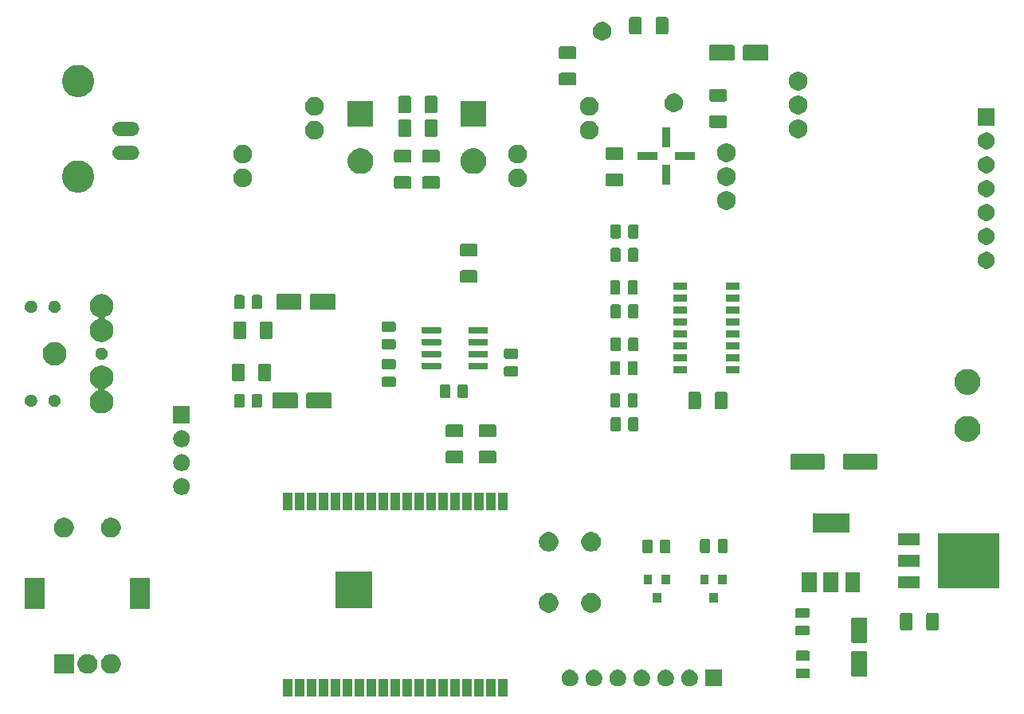
<source format=gts>
G04 #@! TF.GenerationSoftware,KiCad,Pcbnew,(5.1.5)-3*
G04 #@! TF.CreationDate,2022-10-29T16:27:40-04:00*
G04 #@! TF.ProjectId,Tayloe-Mixer-v3,5461796c-6f65-42d4-9d69-7865722d7633,rev?*
G04 #@! TF.SameCoordinates,Original*
G04 #@! TF.FileFunction,Soldermask,Top*
G04 #@! TF.FilePolarity,Negative*
%FSLAX46Y46*%
G04 Gerber Fmt 4.6, Leading zero omitted, Abs format (unit mm)*
G04 Created by KiCad (PCBNEW (5.1.5)-3) date 2022-10-29 16:27:40*
%MOMM*%
%LPD*%
G04 APERTURE LIST*
%ADD10C,0.660400*%
%ADD11C,0.100000*%
G04 APERTURE END LIST*
D10*
X55330200Y-60500000D02*
G75*
G03X55330200Y-60500000I-330200J0D01*
G01*
X55330200Y-68100000D02*
G75*
G03X55330200Y-68100000I-330200J0D01*
G01*
X50330200Y-63000000D02*
G75*
G03X50330200Y-63000000I-330200J0D01*
G01*
X55330200Y-57900000D02*
G75*
G03X55330200Y-57900000I-330200J0D01*
G01*
X55330200Y-65500000D02*
G75*
G03X55330200Y-65500000I-330200J0D01*
G01*
D11*
G36*
X98111000Y-99467000D02*
G01*
X97109000Y-99467000D01*
X97109000Y-97565000D01*
X98111000Y-97565000D01*
X98111000Y-99467000D01*
G37*
G36*
X86681000Y-99467000D02*
G01*
X85679000Y-99467000D01*
X85679000Y-97565000D01*
X86681000Y-97565000D01*
X86681000Y-99467000D01*
G37*
G36*
X75251000Y-99467000D02*
G01*
X74249000Y-99467000D01*
X74249000Y-97565000D01*
X75251000Y-97565000D01*
X75251000Y-99467000D01*
G37*
G36*
X76521000Y-99467000D02*
G01*
X75519000Y-99467000D01*
X75519000Y-97565000D01*
X76521000Y-97565000D01*
X76521000Y-99467000D01*
G37*
G36*
X77791000Y-99467000D02*
G01*
X76789000Y-99467000D01*
X76789000Y-97565000D01*
X77791000Y-97565000D01*
X77791000Y-99467000D01*
G37*
G36*
X79061000Y-99467000D02*
G01*
X78059000Y-99467000D01*
X78059000Y-97565000D01*
X79061000Y-97565000D01*
X79061000Y-99467000D01*
G37*
G36*
X80331000Y-99467000D02*
G01*
X79329000Y-99467000D01*
X79329000Y-97565000D01*
X80331000Y-97565000D01*
X80331000Y-99467000D01*
G37*
G36*
X81601000Y-99467000D02*
G01*
X80599000Y-99467000D01*
X80599000Y-97565000D01*
X81601000Y-97565000D01*
X81601000Y-99467000D01*
G37*
G36*
X82871000Y-99467000D02*
G01*
X81869000Y-99467000D01*
X81869000Y-97565000D01*
X82871000Y-97565000D01*
X82871000Y-99467000D01*
G37*
G36*
X84141000Y-99467000D02*
G01*
X83139000Y-99467000D01*
X83139000Y-97565000D01*
X84141000Y-97565000D01*
X84141000Y-99467000D01*
G37*
G36*
X87951000Y-99467000D02*
G01*
X86949000Y-99467000D01*
X86949000Y-97565000D01*
X87951000Y-97565000D01*
X87951000Y-99467000D01*
G37*
G36*
X85411000Y-99467000D02*
G01*
X84409000Y-99467000D01*
X84409000Y-97565000D01*
X85411000Y-97565000D01*
X85411000Y-99467000D01*
G37*
G36*
X96841000Y-99467000D02*
G01*
X95839000Y-99467000D01*
X95839000Y-97565000D01*
X96841000Y-97565000D01*
X96841000Y-99467000D01*
G37*
G36*
X95571000Y-99467000D02*
G01*
X94569000Y-99467000D01*
X94569000Y-97565000D01*
X95571000Y-97565000D01*
X95571000Y-99467000D01*
G37*
G36*
X94301000Y-99467000D02*
G01*
X93299000Y-99467000D01*
X93299000Y-97565000D01*
X94301000Y-97565000D01*
X94301000Y-99467000D01*
G37*
G36*
X91761000Y-99467000D02*
G01*
X90759000Y-99467000D01*
X90759000Y-97565000D01*
X91761000Y-97565000D01*
X91761000Y-99467000D01*
G37*
G36*
X93031000Y-99467000D02*
G01*
X92029000Y-99467000D01*
X92029000Y-97565000D01*
X93031000Y-97565000D01*
X93031000Y-99467000D01*
G37*
G36*
X89221000Y-99467000D02*
G01*
X88219000Y-99467000D01*
X88219000Y-97565000D01*
X89221000Y-97565000D01*
X89221000Y-99467000D01*
G37*
G36*
X90491000Y-99467000D02*
G01*
X89489000Y-99467000D01*
X89489000Y-97565000D01*
X90491000Y-97565000D01*
X90491000Y-99467000D01*
G37*
G36*
X120901000Y-98401000D02*
G01*
X119099000Y-98401000D01*
X119099000Y-96599000D01*
X120901000Y-96599000D01*
X120901000Y-98401000D01*
G37*
G36*
X115033512Y-96603927D02*
G01*
X115182812Y-96633624D01*
X115346784Y-96701544D01*
X115494354Y-96800147D01*
X115619853Y-96925646D01*
X115718456Y-97073216D01*
X115786376Y-97237188D01*
X115808208Y-97346949D01*
X115820877Y-97410638D01*
X115821000Y-97411259D01*
X115821000Y-97588741D01*
X115786376Y-97762812D01*
X115718456Y-97926784D01*
X115619853Y-98074354D01*
X115494354Y-98199853D01*
X115346784Y-98298456D01*
X115182812Y-98366376D01*
X115033512Y-98396073D01*
X115008742Y-98401000D01*
X114831258Y-98401000D01*
X114806488Y-98396073D01*
X114657188Y-98366376D01*
X114493216Y-98298456D01*
X114345646Y-98199853D01*
X114220147Y-98074354D01*
X114121544Y-97926784D01*
X114053624Y-97762812D01*
X114019000Y-97588741D01*
X114019000Y-97411259D01*
X114019124Y-97410638D01*
X114031792Y-97346949D01*
X114053624Y-97237188D01*
X114121544Y-97073216D01*
X114220147Y-96925646D01*
X114345646Y-96800147D01*
X114493216Y-96701544D01*
X114657188Y-96633624D01*
X114806488Y-96603927D01*
X114831258Y-96599000D01*
X115008742Y-96599000D01*
X115033512Y-96603927D01*
G37*
G36*
X104873512Y-96603927D02*
G01*
X105022812Y-96633624D01*
X105186784Y-96701544D01*
X105334354Y-96800147D01*
X105459853Y-96925646D01*
X105558456Y-97073216D01*
X105626376Y-97237188D01*
X105648208Y-97346949D01*
X105660877Y-97410638D01*
X105661000Y-97411259D01*
X105661000Y-97588741D01*
X105626376Y-97762812D01*
X105558456Y-97926784D01*
X105459853Y-98074354D01*
X105334354Y-98199853D01*
X105186784Y-98298456D01*
X105022812Y-98366376D01*
X104873512Y-98396073D01*
X104848742Y-98401000D01*
X104671258Y-98401000D01*
X104646488Y-98396073D01*
X104497188Y-98366376D01*
X104333216Y-98298456D01*
X104185646Y-98199853D01*
X104060147Y-98074354D01*
X103961544Y-97926784D01*
X103893624Y-97762812D01*
X103859000Y-97588741D01*
X103859000Y-97411259D01*
X103859124Y-97410638D01*
X103871792Y-97346949D01*
X103893624Y-97237188D01*
X103961544Y-97073216D01*
X104060147Y-96925646D01*
X104185646Y-96800147D01*
X104333216Y-96701544D01*
X104497188Y-96633624D01*
X104646488Y-96603927D01*
X104671258Y-96599000D01*
X104848742Y-96599000D01*
X104873512Y-96603927D01*
G37*
G36*
X107413512Y-96603927D02*
G01*
X107562812Y-96633624D01*
X107726784Y-96701544D01*
X107874354Y-96800147D01*
X107999853Y-96925646D01*
X108098456Y-97073216D01*
X108166376Y-97237188D01*
X108188208Y-97346949D01*
X108200877Y-97410638D01*
X108201000Y-97411259D01*
X108201000Y-97588741D01*
X108166376Y-97762812D01*
X108098456Y-97926784D01*
X107999853Y-98074354D01*
X107874354Y-98199853D01*
X107726784Y-98298456D01*
X107562812Y-98366376D01*
X107413512Y-98396073D01*
X107388742Y-98401000D01*
X107211258Y-98401000D01*
X107186488Y-98396073D01*
X107037188Y-98366376D01*
X106873216Y-98298456D01*
X106725646Y-98199853D01*
X106600147Y-98074354D01*
X106501544Y-97926784D01*
X106433624Y-97762812D01*
X106399000Y-97588741D01*
X106399000Y-97411259D01*
X106399124Y-97410638D01*
X106411792Y-97346949D01*
X106433624Y-97237188D01*
X106501544Y-97073216D01*
X106600147Y-96925646D01*
X106725646Y-96800147D01*
X106873216Y-96701544D01*
X107037188Y-96633624D01*
X107186488Y-96603927D01*
X107211258Y-96599000D01*
X107388742Y-96599000D01*
X107413512Y-96603927D01*
G37*
G36*
X109953512Y-96603927D02*
G01*
X110102812Y-96633624D01*
X110266784Y-96701544D01*
X110414354Y-96800147D01*
X110539853Y-96925646D01*
X110638456Y-97073216D01*
X110706376Y-97237188D01*
X110728208Y-97346949D01*
X110740877Y-97410638D01*
X110741000Y-97411259D01*
X110741000Y-97588741D01*
X110706376Y-97762812D01*
X110638456Y-97926784D01*
X110539853Y-98074354D01*
X110414354Y-98199853D01*
X110266784Y-98298456D01*
X110102812Y-98366376D01*
X109953512Y-98396073D01*
X109928742Y-98401000D01*
X109751258Y-98401000D01*
X109726488Y-98396073D01*
X109577188Y-98366376D01*
X109413216Y-98298456D01*
X109265646Y-98199853D01*
X109140147Y-98074354D01*
X109041544Y-97926784D01*
X108973624Y-97762812D01*
X108939000Y-97588741D01*
X108939000Y-97411259D01*
X108939124Y-97410638D01*
X108951792Y-97346949D01*
X108973624Y-97237188D01*
X109041544Y-97073216D01*
X109140147Y-96925646D01*
X109265646Y-96800147D01*
X109413216Y-96701544D01*
X109577188Y-96633624D01*
X109726488Y-96603927D01*
X109751258Y-96599000D01*
X109928742Y-96599000D01*
X109953512Y-96603927D01*
G37*
G36*
X112493512Y-96603927D02*
G01*
X112642812Y-96633624D01*
X112806784Y-96701544D01*
X112954354Y-96800147D01*
X113079853Y-96925646D01*
X113178456Y-97073216D01*
X113246376Y-97237188D01*
X113268208Y-97346949D01*
X113280877Y-97410638D01*
X113281000Y-97411259D01*
X113281000Y-97588741D01*
X113246376Y-97762812D01*
X113178456Y-97926784D01*
X113079853Y-98074354D01*
X112954354Y-98199853D01*
X112806784Y-98298456D01*
X112642812Y-98366376D01*
X112493512Y-98396073D01*
X112468742Y-98401000D01*
X112291258Y-98401000D01*
X112266488Y-98396073D01*
X112117188Y-98366376D01*
X111953216Y-98298456D01*
X111805646Y-98199853D01*
X111680147Y-98074354D01*
X111581544Y-97926784D01*
X111513624Y-97762812D01*
X111479000Y-97588741D01*
X111479000Y-97411259D01*
X111479124Y-97410638D01*
X111491792Y-97346949D01*
X111513624Y-97237188D01*
X111581544Y-97073216D01*
X111680147Y-96925646D01*
X111805646Y-96800147D01*
X111953216Y-96701544D01*
X112117188Y-96633624D01*
X112266488Y-96603927D01*
X112291258Y-96599000D01*
X112468742Y-96599000D01*
X112493512Y-96603927D01*
G37*
G36*
X117573512Y-96603927D02*
G01*
X117722812Y-96633624D01*
X117886784Y-96701544D01*
X118034354Y-96800147D01*
X118159853Y-96925646D01*
X118258456Y-97073216D01*
X118326376Y-97237188D01*
X118348208Y-97346949D01*
X118360877Y-97410638D01*
X118361000Y-97411259D01*
X118361000Y-97588741D01*
X118326376Y-97762812D01*
X118258456Y-97926784D01*
X118159853Y-98074354D01*
X118034354Y-98199853D01*
X117886784Y-98298456D01*
X117722812Y-98366376D01*
X117573512Y-98396073D01*
X117548742Y-98401000D01*
X117371258Y-98401000D01*
X117346488Y-98396073D01*
X117197188Y-98366376D01*
X117033216Y-98298456D01*
X116885646Y-98199853D01*
X116760147Y-98074354D01*
X116661544Y-97926784D01*
X116593624Y-97762812D01*
X116559000Y-97588741D01*
X116559000Y-97411259D01*
X116559124Y-97410638D01*
X116571792Y-97346949D01*
X116593624Y-97237188D01*
X116661544Y-97073216D01*
X116760147Y-96925646D01*
X116885646Y-96800147D01*
X117033216Y-96701544D01*
X117197188Y-96633624D01*
X117346488Y-96603927D01*
X117371258Y-96599000D01*
X117548742Y-96599000D01*
X117573512Y-96603927D01*
G37*
G36*
X130084468Y-96466065D02*
G01*
X130123138Y-96477796D01*
X130158777Y-96496846D01*
X130190017Y-96522483D01*
X130215654Y-96553723D01*
X130234704Y-96589362D01*
X130246435Y-96628032D01*
X130251000Y-96674388D01*
X130251000Y-97325612D01*
X130246435Y-97371968D01*
X130234704Y-97410638D01*
X130215654Y-97446277D01*
X130190017Y-97477517D01*
X130158777Y-97503154D01*
X130123138Y-97522204D01*
X130084468Y-97533935D01*
X130038112Y-97538500D01*
X128961888Y-97538500D01*
X128915532Y-97533935D01*
X128876862Y-97522204D01*
X128841223Y-97503154D01*
X128809983Y-97477517D01*
X128784346Y-97446277D01*
X128765296Y-97410638D01*
X128753565Y-97371968D01*
X128749000Y-97325612D01*
X128749000Y-96674388D01*
X128753565Y-96628032D01*
X128765296Y-96589362D01*
X128784346Y-96553723D01*
X128809983Y-96522483D01*
X128841223Y-96496846D01*
X128876862Y-96477796D01*
X128915532Y-96466065D01*
X128961888Y-96461500D01*
X130038112Y-96461500D01*
X130084468Y-96466065D01*
G37*
G36*
X136205997Y-94653051D02*
G01*
X136239652Y-94663261D01*
X136270665Y-94679838D01*
X136297851Y-94702149D01*
X136320162Y-94729335D01*
X136336739Y-94760348D01*
X136346949Y-94794003D01*
X136351000Y-94835138D01*
X136351000Y-97164862D01*
X136346949Y-97205997D01*
X136336739Y-97239652D01*
X136320162Y-97270665D01*
X136297851Y-97297851D01*
X136270665Y-97320162D01*
X136239652Y-97336739D01*
X136205997Y-97346949D01*
X136164862Y-97351000D01*
X134835138Y-97351000D01*
X134794003Y-97346949D01*
X134760348Y-97336739D01*
X134729335Y-97320162D01*
X134702149Y-97297851D01*
X134679838Y-97270665D01*
X134663261Y-97239652D01*
X134653051Y-97205997D01*
X134649000Y-97164862D01*
X134649000Y-94835138D01*
X134653051Y-94794003D01*
X134663261Y-94760348D01*
X134679838Y-94729335D01*
X134702149Y-94702149D01*
X134729335Y-94679838D01*
X134760348Y-94663261D01*
X134794003Y-94653051D01*
X134835138Y-94649000D01*
X136164862Y-94649000D01*
X136205997Y-94653051D01*
G37*
G36*
X56306564Y-94989389D02*
G01*
X56497833Y-95068615D01*
X56497835Y-95068616D01*
X56669973Y-95183635D01*
X56816365Y-95330027D01*
X56894376Y-95446778D01*
X56931385Y-95502167D01*
X57010611Y-95693436D01*
X57051000Y-95896484D01*
X57051000Y-96103516D01*
X57010611Y-96306564D01*
X56937945Y-96481995D01*
X56931384Y-96497835D01*
X56816365Y-96669973D01*
X56669973Y-96816365D01*
X56497835Y-96931384D01*
X56497834Y-96931385D01*
X56497833Y-96931385D01*
X56306564Y-97010611D01*
X56103516Y-97051000D01*
X55896484Y-97051000D01*
X55693436Y-97010611D01*
X55502167Y-96931385D01*
X55502166Y-96931385D01*
X55502165Y-96931384D01*
X55330027Y-96816365D01*
X55183635Y-96669973D01*
X55068616Y-96497835D01*
X55062055Y-96481995D01*
X54989389Y-96306564D01*
X54949000Y-96103516D01*
X54949000Y-95896484D01*
X54989389Y-95693436D01*
X55068615Y-95502167D01*
X55105625Y-95446778D01*
X55183635Y-95330027D01*
X55330027Y-95183635D01*
X55502165Y-95068616D01*
X55502167Y-95068615D01*
X55693436Y-94989389D01*
X55896484Y-94949000D01*
X56103516Y-94949000D01*
X56306564Y-94989389D01*
G37*
G36*
X53806564Y-94989389D02*
G01*
X53997833Y-95068615D01*
X53997835Y-95068616D01*
X54169973Y-95183635D01*
X54316365Y-95330027D01*
X54394376Y-95446778D01*
X54431385Y-95502167D01*
X54510611Y-95693436D01*
X54551000Y-95896484D01*
X54551000Y-96103516D01*
X54510611Y-96306564D01*
X54437945Y-96481995D01*
X54431384Y-96497835D01*
X54316365Y-96669973D01*
X54169973Y-96816365D01*
X53997835Y-96931384D01*
X53997834Y-96931385D01*
X53997833Y-96931385D01*
X53806564Y-97010611D01*
X53603516Y-97051000D01*
X53396484Y-97051000D01*
X53193436Y-97010611D01*
X53002167Y-96931385D01*
X53002166Y-96931385D01*
X53002165Y-96931384D01*
X52830027Y-96816365D01*
X52683635Y-96669973D01*
X52568616Y-96497835D01*
X52562055Y-96481995D01*
X52489389Y-96306564D01*
X52449000Y-96103516D01*
X52449000Y-95896484D01*
X52489389Y-95693436D01*
X52568615Y-95502167D01*
X52605625Y-95446778D01*
X52683635Y-95330027D01*
X52830027Y-95183635D01*
X53002165Y-95068616D01*
X53002167Y-95068615D01*
X53193436Y-94989389D01*
X53396484Y-94949000D01*
X53603516Y-94949000D01*
X53806564Y-94989389D01*
G37*
G36*
X52051000Y-97051000D02*
G01*
X49949000Y-97051000D01*
X49949000Y-94949000D01*
X52051000Y-94949000D01*
X52051000Y-97051000D01*
G37*
G36*
X130084468Y-94591065D02*
G01*
X130123138Y-94602796D01*
X130158777Y-94621846D01*
X130190017Y-94647483D01*
X130215654Y-94678723D01*
X130234704Y-94714362D01*
X130246435Y-94753032D01*
X130251000Y-94799388D01*
X130251000Y-95450612D01*
X130246435Y-95496968D01*
X130234704Y-95535638D01*
X130215654Y-95571277D01*
X130190017Y-95602517D01*
X130158777Y-95628154D01*
X130123138Y-95647204D01*
X130084468Y-95658935D01*
X130038112Y-95663500D01*
X128961888Y-95663500D01*
X128915532Y-95658935D01*
X128876862Y-95647204D01*
X128841223Y-95628154D01*
X128809983Y-95602517D01*
X128784346Y-95571277D01*
X128765296Y-95535638D01*
X128753565Y-95496968D01*
X128749000Y-95450612D01*
X128749000Y-94799388D01*
X128753565Y-94753032D01*
X128765296Y-94714362D01*
X128784346Y-94678723D01*
X128809983Y-94647483D01*
X128841223Y-94621846D01*
X128876862Y-94602796D01*
X128915532Y-94591065D01*
X128961888Y-94586500D01*
X130038112Y-94586500D01*
X130084468Y-94591065D01*
G37*
G36*
X136205997Y-91053051D02*
G01*
X136239652Y-91063261D01*
X136270665Y-91079838D01*
X136297851Y-91102149D01*
X136320162Y-91129335D01*
X136336739Y-91160348D01*
X136346949Y-91194003D01*
X136351000Y-91235138D01*
X136351000Y-93564862D01*
X136346949Y-93605997D01*
X136336739Y-93639652D01*
X136320162Y-93670665D01*
X136297851Y-93697851D01*
X136270665Y-93720162D01*
X136239652Y-93736739D01*
X136205997Y-93746949D01*
X136164862Y-93751000D01*
X134835138Y-93751000D01*
X134794003Y-93746949D01*
X134760348Y-93736739D01*
X134729335Y-93720162D01*
X134702149Y-93697851D01*
X134679838Y-93670665D01*
X134663261Y-93639652D01*
X134653051Y-93605997D01*
X134649000Y-93564862D01*
X134649000Y-91235138D01*
X134653051Y-91194003D01*
X134663261Y-91160348D01*
X134679838Y-91129335D01*
X134702149Y-91102149D01*
X134729335Y-91079838D01*
X134760348Y-91063261D01*
X134794003Y-91053051D01*
X134835138Y-91049000D01*
X136164862Y-91049000D01*
X136205997Y-91053051D01*
G37*
G36*
X130044468Y-91903565D02*
G01*
X130083138Y-91915296D01*
X130118777Y-91934346D01*
X130150017Y-91959983D01*
X130175654Y-91991223D01*
X130194704Y-92026862D01*
X130206435Y-92065532D01*
X130211000Y-92111888D01*
X130211000Y-92763112D01*
X130206435Y-92809468D01*
X130194704Y-92848138D01*
X130175654Y-92883777D01*
X130150017Y-92915017D01*
X130118777Y-92940654D01*
X130083138Y-92959704D01*
X130044468Y-92971435D01*
X129998112Y-92976000D01*
X128921888Y-92976000D01*
X128875532Y-92971435D01*
X128836862Y-92959704D01*
X128801223Y-92940654D01*
X128769983Y-92915017D01*
X128744346Y-92883777D01*
X128725296Y-92848138D01*
X128713565Y-92809468D01*
X128709000Y-92763112D01*
X128709000Y-92111888D01*
X128713565Y-92065532D01*
X128725296Y-92026862D01*
X128744346Y-91991223D01*
X128769983Y-91959983D01*
X128801223Y-91934346D01*
X128836862Y-91915296D01*
X128875532Y-91903565D01*
X128921888Y-91899000D01*
X129998112Y-91899000D01*
X130044468Y-91903565D01*
G37*
G36*
X141018604Y-90578347D02*
G01*
X141055144Y-90589432D01*
X141088821Y-90607433D01*
X141118341Y-90631659D01*
X141142567Y-90661179D01*
X141160568Y-90694856D01*
X141171653Y-90731396D01*
X141176000Y-90775538D01*
X141176000Y-92224462D01*
X141171653Y-92268604D01*
X141160568Y-92305144D01*
X141142567Y-92338821D01*
X141118341Y-92368341D01*
X141088821Y-92392567D01*
X141055144Y-92410568D01*
X141018604Y-92421653D01*
X140974462Y-92426000D01*
X140025538Y-92426000D01*
X139981396Y-92421653D01*
X139944856Y-92410568D01*
X139911179Y-92392567D01*
X139881659Y-92368341D01*
X139857433Y-92338821D01*
X139839432Y-92305144D01*
X139828347Y-92268604D01*
X139824000Y-92224462D01*
X139824000Y-90775538D01*
X139828347Y-90731396D01*
X139839432Y-90694856D01*
X139857433Y-90661179D01*
X139881659Y-90631659D01*
X139911179Y-90607433D01*
X139944856Y-90589432D01*
X139981396Y-90578347D01*
X140025538Y-90574000D01*
X140974462Y-90574000D01*
X141018604Y-90578347D01*
G37*
G36*
X143818604Y-90578347D02*
G01*
X143855144Y-90589432D01*
X143888821Y-90607433D01*
X143918341Y-90631659D01*
X143942567Y-90661179D01*
X143960568Y-90694856D01*
X143971653Y-90731396D01*
X143976000Y-90775538D01*
X143976000Y-92224462D01*
X143971653Y-92268604D01*
X143960568Y-92305144D01*
X143942567Y-92338821D01*
X143918341Y-92368341D01*
X143888821Y-92392567D01*
X143855144Y-92410568D01*
X143818604Y-92421653D01*
X143774462Y-92426000D01*
X142825538Y-92426000D01*
X142781396Y-92421653D01*
X142744856Y-92410568D01*
X142711179Y-92392567D01*
X142681659Y-92368341D01*
X142657433Y-92338821D01*
X142639432Y-92305144D01*
X142628347Y-92268604D01*
X142624000Y-92224462D01*
X142624000Y-90775538D01*
X142628347Y-90731396D01*
X142639432Y-90694856D01*
X142657433Y-90661179D01*
X142681659Y-90631659D01*
X142711179Y-90607433D01*
X142744856Y-90589432D01*
X142781396Y-90578347D01*
X142825538Y-90574000D01*
X143774462Y-90574000D01*
X143818604Y-90578347D01*
G37*
G36*
X130044468Y-90028565D02*
G01*
X130083138Y-90040296D01*
X130118777Y-90059346D01*
X130150017Y-90084983D01*
X130175654Y-90116223D01*
X130194704Y-90151862D01*
X130206435Y-90190532D01*
X130211000Y-90236888D01*
X130211000Y-90888112D01*
X130206435Y-90934468D01*
X130194704Y-90973138D01*
X130175654Y-91008777D01*
X130150017Y-91040017D01*
X130118777Y-91065654D01*
X130083138Y-91084704D01*
X130044468Y-91096435D01*
X129998112Y-91101000D01*
X128921888Y-91101000D01*
X128875532Y-91096435D01*
X128836862Y-91084704D01*
X128801223Y-91065654D01*
X128769983Y-91040017D01*
X128744346Y-91008777D01*
X128725296Y-90973138D01*
X128713565Y-90934468D01*
X128709000Y-90888112D01*
X128709000Y-90236888D01*
X128713565Y-90190532D01*
X128725296Y-90151862D01*
X128744346Y-90116223D01*
X128769983Y-90084983D01*
X128801223Y-90059346D01*
X128836862Y-90040296D01*
X128875532Y-90028565D01*
X128921888Y-90024000D01*
X129998112Y-90024000D01*
X130044468Y-90028565D01*
G37*
G36*
X102806564Y-88489389D02*
G01*
X102997833Y-88568615D01*
X102997835Y-88568616D01*
X103169973Y-88683635D01*
X103316365Y-88830027D01*
X103431385Y-89002167D01*
X103510611Y-89193436D01*
X103551000Y-89396484D01*
X103551000Y-89603516D01*
X103510611Y-89806564D01*
X103431385Y-89997833D01*
X103431384Y-89997835D01*
X103316365Y-90169973D01*
X103169973Y-90316365D01*
X102997835Y-90431384D01*
X102997834Y-90431385D01*
X102997833Y-90431385D01*
X102806564Y-90510611D01*
X102603516Y-90551000D01*
X102396484Y-90551000D01*
X102193436Y-90510611D01*
X102002167Y-90431385D01*
X102002166Y-90431385D01*
X102002165Y-90431384D01*
X101830027Y-90316365D01*
X101683635Y-90169973D01*
X101568616Y-89997835D01*
X101568615Y-89997833D01*
X101489389Y-89806564D01*
X101449000Y-89603516D01*
X101449000Y-89396484D01*
X101489389Y-89193436D01*
X101568615Y-89002167D01*
X101683635Y-88830027D01*
X101830027Y-88683635D01*
X102002165Y-88568616D01*
X102002167Y-88568615D01*
X102193436Y-88489389D01*
X102396484Y-88449000D01*
X102603516Y-88449000D01*
X102806564Y-88489389D01*
G37*
G36*
X107306564Y-88489389D02*
G01*
X107497833Y-88568615D01*
X107497835Y-88568616D01*
X107669973Y-88683635D01*
X107816365Y-88830027D01*
X107931385Y-89002167D01*
X108010611Y-89193436D01*
X108051000Y-89396484D01*
X108051000Y-89603516D01*
X108010611Y-89806564D01*
X107931385Y-89997833D01*
X107931384Y-89997835D01*
X107816365Y-90169973D01*
X107669973Y-90316365D01*
X107497835Y-90431384D01*
X107497834Y-90431385D01*
X107497833Y-90431385D01*
X107306564Y-90510611D01*
X107103516Y-90551000D01*
X106896484Y-90551000D01*
X106693436Y-90510611D01*
X106502167Y-90431385D01*
X106502166Y-90431385D01*
X106502165Y-90431384D01*
X106330027Y-90316365D01*
X106183635Y-90169973D01*
X106068616Y-89997835D01*
X106068615Y-89997833D01*
X105989389Y-89806564D01*
X105949000Y-89603516D01*
X105949000Y-89396484D01*
X105989389Y-89193436D01*
X106068615Y-89002167D01*
X106183635Y-88830027D01*
X106330027Y-88683635D01*
X106502165Y-88568616D01*
X106502167Y-88568615D01*
X106693436Y-88489389D01*
X106896484Y-88449000D01*
X107103516Y-88449000D01*
X107306564Y-88489389D01*
G37*
G36*
X48951000Y-90151000D02*
G01*
X46849000Y-90151000D01*
X46849000Y-86849000D01*
X48951000Y-86849000D01*
X48951000Y-90151000D01*
G37*
G36*
X60151000Y-90151000D02*
G01*
X58049000Y-90151000D01*
X58049000Y-86849000D01*
X60151000Y-86849000D01*
X60151000Y-90151000D01*
G37*
G36*
X83778000Y-90070000D02*
G01*
X79876000Y-90070000D01*
X79876000Y-86168000D01*
X83778000Y-86168000D01*
X83778000Y-90070000D01*
G37*
G36*
X120451000Y-89501000D02*
G01*
X119549000Y-89501000D01*
X119549000Y-88499000D01*
X120451000Y-88499000D01*
X120451000Y-89501000D01*
G37*
G36*
X114451000Y-89501000D02*
G01*
X113549000Y-89501000D01*
X113549000Y-88499000D01*
X114451000Y-88499000D01*
X114451000Y-89501000D01*
G37*
G36*
X131001000Y-88351000D02*
G01*
X129399000Y-88351000D01*
X129399000Y-86249000D01*
X131001000Y-86249000D01*
X131001000Y-88351000D01*
G37*
G36*
X135601000Y-88351000D02*
G01*
X133999000Y-88351000D01*
X133999000Y-86249000D01*
X135601000Y-86249000D01*
X135601000Y-88351000D01*
G37*
G36*
X133301000Y-88351000D02*
G01*
X131699000Y-88351000D01*
X131699000Y-86249000D01*
X133301000Y-86249000D01*
X133301000Y-88351000D01*
G37*
G36*
X150351000Y-87976000D02*
G01*
X143849000Y-87976000D01*
X143849000Y-82074000D01*
X150351000Y-82074000D01*
X150351000Y-87976000D01*
G37*
G36*
X141951000Y-87956000D02*
G01*
X139649000Y-87956000D01*
X139649000Y-86654000D01*
X141951000Y-86654000D01*
X141951000Y-87956000D01*
G37*
G36*
X121401000Y-87501000D02*
G01*
X120499000Y-87501000D01*
X120499000Y-86499000D01*
X121401000Y-86499000D01*
X121401000Y-87501000D01*
G37*
G36*
X115401000Y-87501000D02*
G01*
X114499000Y-87501000D01*
X114499000Y-86499000D01*
X115401000Y-86499000D01*
X115401000Y-87501000D01*
G37*
G36*
X119501000Y-87501000D02*
G01*
X118599000Y-87501000D01*
X118599000Y-86499000D01*
X119501000Y-86499000D01*
X119501000Y-87501000D01*
G37*
G36*
X113501000Y-87501000D02*
G01*
X112599000Y-87501000D01*
X112599000Y-86499000D01*
X113501000Y-86499000D01*
X113501000Y-87501000D01*
G37*
G36*
X141951000Y-85676000D02*
G01*
X139649000Y-85676000D01*
X139649000Y-84374000D01*
X141951000Y-84374000D01*
X141951000Y-85676000D01*
G37*
G36*
X115246968Y-82753565D02*
G01*
X115285638Y-82765296D01*
X115321277Y-82784346D01*
X115352517Y-82809983D01*
X115378154Y-82841223D01*
X115397204Y-82876862D01*
X115408935Y-82915532D01*
X115413500Y-82961888D01*
X115413500Y-84038112D01*
X115408935Y-84084468D01*
X115397204Y-84123138D01*
X115378154Y-84158777D01*
X115352517Y-84190017D01*
X115321277Y-84215654D01*
X115285638Y-84234704D01*
X115246968Y-84246435D01*
X115200612Y-84251000D01*
X114549388Y-84251000D01*
X114503032Y-84246435D01*
X114464362Y-84234704D01*
X114428723Y-84215654D01*
X114397483Y-84190017D01*
X114371846Y-84158777D01*
X114352796Y-84123138D01*
X114341065Y-84084468D01*
X114336500Y-84038112D01*
X114336500Y-82961888D01*
X114341065Y-82915532D01*
X114352796Y-82876862D01*
X114371846Y-82841223D01*
X114397483Y-82809983D01*
X114428723Y-82784346D01*
X114464362Y-82765296D01*
X114503032Y-82753565D01*
X114549388Y-82749000D01*
X115200612Y-82749000D01*
X115246968Y-82753565D01*
G37*
G36*
X113371968Y-82753565D02*
G01*
X113410638Y-82765296D01*
X113446277Y-82784346D01*
X113477517Y-82809983D01*
X113503154Y-82841223D01*
X113522204Y-82876862D01*
X113533935Y-82915532D01*
X113538500Y-82961888D01*
X113538500Y-84038112D01*
X113533935Y-84084468D01*
X113522204Y-84123138D01*
X113503154Y-84158777D01*
X113477517Y-84190017D01*
X113446277Y-84215654D01*
X113410638Y-84234704D01*
X113371968Y-84246435D01*
X113325612Y-84251000D01*
X112674388Y-84251000D01*
X112628032Y-84246435D01*
X112589362Y-84234704D01*
X112553723Y-84215654D01*
X112522483Y-84190017D01*
X112496846Y-84158777D01*
X112477796Y-84123138D01*
X112466065Y-84084468D01*
X112461500Y-84038112D01*
X112461500Y-82961888D01*
X112466065Y-82915532D01*
X112477796Y-82876862D01*
X112496846Y-82841223D01*
X112522483Y-82809983D01*
X112553723Y-82784346D01*
X112589362Y-82765296D01*
X112628032Y-82753565D01*
X112674388Y-82749000D01*
X113325612Y-82749000D01*
X113371968Y-82753565D01*
G37*
G36*
X121371968Y-82691065D02*
G01*
X121410638Y-82702796D01*
X121446277Y-82721846D01*
X121477517Y-82747483D01*
X121503154Y-82778723D01*
X121522204Y-82814362D01*
X121533935Y-82853032D01*
X121538500Y-82899388D01*
X121538500Y-83975612D01*
X121533935Y-84021968D01*
X121522204Y-84060638D01*
X121503154Y-84096277D01*
X121477517Y-84127517D01*
X121446277Y-84153154D01*
X121410638Y-84172204D01*
X121371968Y-84183935D01*
X121325612Y-84188500D01*
X120674388Y-84188500D01*
X120628032Y-84183935D01*
X120589362Y-84172204D01*
X120553723Y-84153154D01*
X120522483Y-84127517D01*
X120496846Y-84096277D01*
X120477796Y-84060638D01*
X120466065Y-84021968D01*
X120461500Y-83975612D01*
X120461500Y-82899388D01*
X120466065Y-82853032D01*
X120477796Y-82814362D01*
X120496846Y-82778723D01*
X120522483Y-82747483D01*
X120553723Y-82721846D01*
X120589362Y-82702796D01*
X120628032Y-82691065D01*
X120674388Y-82686500D01*
X121325612Y-82686500D01*
X121371968Y-82691065D01*
G37*
G36*
X119496968Y-82691065D02*
G01*
X119535638Y-82702796D01*
X119571277Y-82721846D01*
X119602517Y-82747483D01*
X119628154Y-82778723D01*
X119647204Y-82814362D01*
X119658935Y-82853032D01*
X119663500Y-82899388D01*
X119663500Y-83975612D01*
X119658935Y-84021968D01*
X119647204Y-84060638D01*
X119628154Y-84096277D01*
X119602517Y-84127517D01*
X119571277Y-84153154D01*
X119535638Y-84172204D01*
X119496968Y-84183935D01*
X119450612Y-84188500D01*
X118799388Y-84188500D01*
X118753032Y-84183935D01*
X118714362Y-84172204D01*
X118678723Y-84153154D01*
X118647483Y-84127517D01*
X118621846Y-84096277D01*
X118602796Y-84060638D01*
X118591065Y-84021968D01*
X118586500Y-83975612D01*
X118586500Y-82899388D01*
X118591065Y-82853032D01*
X118602796Y-82814362D01*
X118621846Y-82778723D01*
X118647483Y-82747483D01*
X118678723Y-82721846D01*
X118714362Y-82702796D01*
X118753032Y-82691065D01*
X118799388Y-82686500D01*
X119450612Y-82686500D01*
X119496968Y-82691065D01*
G37*
G36*
X102806564Y-81989389D02*
G01*
X102997833Y-82068615D01*
X102997835Y-82068616D01*
X103169973Y-82183635D01*
X103316365Y-82330027D01*
X103384090Y-82431384D01*
X103431385Y-82502167D01*
X103510611Y-82693436D01*
X103551000Y-82896484D01*
X103551000Y-83103516D01*
X103510611Y-83306564D01*
X103473565Y-83396000D01*
X103431384Y-83497835D01*
X103316365Y-83669973D01*
X103169973Y-83816365D01*
X102997835Y-83931384D01*
X102997834Y-83931385D01*
X102997833Y-83931385D01*
X102806564Y-84010611D01*
X102603516Y-84051000D01*
X102396484Y-84051000D01*
X102193436Y-84010611D01*
X102002167Y-83931385D01*
X102002166Y-83931385D01*
X102002165Y-83931384D01*
X101830027Y-83816365D01*
X101683635Y-83669973D01*
X101568616Y-83497835D01*
X101526435Y-83396000D01*
X101489389Y-83306564D01*
X101449000Y-83103516D01*
X101449000Y-82896484D01*
X101489389Y-82693436D01*
X101568615Y-82502167D01*
X101615911Y-82431384D01*
X101683635Y-82330027D01*
X101830027Y-82183635D01*
X102002165Y-82068616D01*
X102002167Y-82068615D01*
X102193436Y-81989389D01*
X102396484Y-81949000D01*
X102603516Y-81949000D01*
X102806564Y-81989389D01*
G37*
G36*
X107306564Y-81989389D02*
G01*
X107497833Y-82068615D01*
X107497835Y-82068616D01*
X107669973Y-82183635D01*
X107816365Y-82330027D01*
X107884090Y-82431384D01*
X107931385Y-82502167D01*
X108010611Y-82693436D01*
X108051000Y-82896484D01*
X108051000Y-83103516D01*
X108010611Y-83306564D01*
X107973565Y-83396000D01*
X107931384Y-83497835D01*
X107816365Y-83669973D01*
X107669973Y-83816365D01*
X107497835Y-83931384D01*
X107497834Y-83931385D01*
X107497833Y-83931385D01*
X107306564Y-84010611D01*
X107103516Y-84051000D01*
X106896484Y-84051000D01*
X106693436Y-84010611D01*
X106502167Y-83931385D01*
X106502166Y-83931385D01*
X106502165Y-83931384D01*
X106330027Y-83816365D01*
X106183635Y-83669973D01*
X106068616Y-83497835D01*
X106026435Y-83396000D01*
X105989389Y-83306564D01*
X105949000Y-83103516D01*
X105949000Y-82896484D01*
X105989389Y-82693436D01*
X106068615Y-82502167D01*
X106115911Y-82431384D01*
X106183635Y-82330027D01*
X106330027Y-82183635D01*
X106502165Y-82068616D01*
X106502167Y-82068615D01*
X106693436Y-81989389D01*
X106896484Y-81949000D01*
X107103516Y-81949000D01*
X107306564Y-81989389D01*
G37*
G36*
X141951000Y-83396000D02*
G01*
X139649000Y-83396000D01*
X139649000Y-82094000D01*
X141951000Y-82094000D01*
X141951000Y-83396000D01*
G37*
G36*
X56306564Y-80489389D02*
G01*
X56497833Y-80568615D01*
X56497835Y-80568616D01*
X56669973Y-80683635D01*
X56816365Y-80830027D01*
X56931385Y-81002167D01*
X57010611Y-81193436D01*
X57051000Y-81396484D01*
X57051000Y-81603516D01*
X57010611Y-81806564D01*
X56934882Y-81989390D01*
X56931384Y-81997835D01*
X56816365Y-82169973D01*
X56669973Y-82316365D01*
X56497835Y-82431384D01*
X56497834Y-82431385D01*
X56497833Y-82431385D01*
X56306564Y-82510611D01*
X56103516Y-82551000D01*
X55896484Y-82551000D01*
X55693436Y-82510611D01*
X55502167Y-82431385D01*
X55502166Y-82431385D01*
X55502165Y-82431384D01*
X55330027Y-82316365D01*
X55183635Y-82169973D01*
X55068616Y-81997835D01*
X55065118Y-81989390D01*
X54989389Y-81806564D01*
X54949000Y-81603516D01*
X54949000Y-81396484D01*
X54989389Y-81193436D01*
X55068615Y-81002167D01*
X55183635Y-80830027D01*
X55330027Y-80683635D01*
X55502165Y-80568616D01*
X55502167Y-80568615D01*
X55693436Y-80489389D01*
X55896484Y-80449000D01*
X56103516Y-80449000D01*
X56306564Y-80489389D01*
G37*
G36*
X51306564Y-80489389D02*
G01*
X51497833Y-80568615D01*
X51497835Y-80568616D01*
X51669973Y-80683635D01*
X51816365Y-80830027D01*
X51931385Y-81002167D01*
X52010611Y-81193436D01*
X52051000Y-81396484D01*
X52051000Y-81603516D01*
X52010611Y-81806564D01*
X51934882Y-81989390D01*
X51931384Y-81997835D01*
X51816365Y-82169973D01*
X51669973Y-82316365D01*
X51497835Y-82431384D01*
X51497834Y-82431385D01*
X51497833Y-82431385D01*
X51306564Y-82510611D01*
X51103516Y-82551000D01*
X50896484Y-82551000D01*
X50693436Y-82510611D01*
X50502167Y-82431385D01*
X50502166Y-82431385D01*
X50502165Y-82431384D01*
X50330027Y-82316365D01*
X50183635Y-82169973D01*
X50068616Y-81997835D01*
X50065118Y-81989390D01*
X49989389Y-81806564D01*
X49949000Y-81603516D01*
X49949000Y-81396484D01*
X49989389Y-81193436D01*
X50068615Y-81002167D01*
X50183635Y-80830027D01*
X50330027Y-80683635D01*
X50502165Y-80568616D01*
X50502167Y-80568615D01*
X50693436Y-80489389D01*
X50896484Y-80449000D01*
X51103516Y-80449000D01*
X51306564Y-80489389D01*
G37*
G36*
X134451000Y-82051000D02*
G01*
X130549000Y-82051000D01*
X130549000Y-79949000D01*
X134451000Y-79949000D01*
X134451000Y-82051000D01*
G37*
G36*
X91761000Y-79693000D02*
G01*
X90759000Y-79693000D01*
X90759000Y-77791000D01*
X91761000Y-77791000D01*
X91761000Y-79693000D01*
G37*
G36*
X93031000Y-79693000D02*
G01*
X92029000Y-79693000D01*
X92029000Y-77791000D01*
X93031000Y-77791000D01*
X93031000Y-79693000D01*
G37*
G36*
X94301000Y-79693000D02*
G01*
X93299000Y-79693000D01*
X93299000Y-77791000D01*
X94301000Y-77791000D01*
X94301000Y-79693000D01*
G37*
G36*
X95571000Y-79693000D02*
G01*
X94569000Y-79693000D01*
X94569000Y-77791000D01*
X95571000Y-77791000D01*
X95571000Y-79693000D01*
G37*
G36*
X96841000Y-79693000D02*
G01*
X95839000Y-79693000D01*
X95839000Y-77791000D01*
X96841000Y-77791000D01*
X96841000Y-79693000D01*
G37*
G36*
X98111000Y-79693000D02*
G01*
X97109000Y-79693000D01*
X97109000Y-77791000D01*
X98111000Y-77791000D01*
X98111000Y-79693000D01*
G37*
G36*
X76521000Y-79693000D02*
G01*
X75519000Y-79693000D01*
X75519000Y-77791000D01*
X76521000Y-77791000D01*
X76521000Y-79693000D01*
G37*
G36*
X77791000Y-79693000D02*
G01*
X76789000Y-79693000D01*
X76789000Y-77791000D01*
X77791000Y-77791000D01*
X77791000Y-79693000D01*
G37*
G36*
X79061000Y-79693000D02*
G01*
X78059000Y-79693000D01*
X78059000Y-77791000D01*
X79061000Y-77791000D01*
X79061000Y-79693000D01*
G37*
G36*
X80331000Y-79693000D02*
G01*
X79329000Y-79693000D01*
X79329000Y-77791000D01*
X80331000Y-77791000D01*
X80331000Y-79693000D01*
G37*
G36*
X81601000Y-79693000D02*
G01*
X80599000Y-79693000D01*
X80599000Y-77791000D01*
X81601000Y-77791000D01*
X81601000Y-79693000D01*
G37*
G36*
X82871000Y-79693000D02*
G01*
X81869000Y-79693000D01*
X81869000Y-77791000D01*
X82871000Y-77791000D01*
X82871000Y-79693000D01*
G37*
G36*
X84141000Y-79693000D02*
G01*
X83139000Y-79693000D01*
X83139000Y-77791000D01*
X84141000Y-77791000D01*
X84141000Y-79693000D01*
G37*
G36*
X85411000Y-79693000D02*
G01*
X84409000Y-79693000D01*
X84409000Y-77791000D01*
X85411000Y-77791000D01*
X85411000Y-79693000D01*
G37*
G36*
X86681000Y-79693000D02*
G01*
X85679000Y-79693000D01*
X85679000Y-77791000D01*
X86681000Y-77791000D01*
X86681000Y-79693000D01*
G37*
G36*
X87951000Y-79693000D02*
G01*
X86949000Y-79693000D01*
X86949000Y-77791000D01*
X87951000Y-77791000D01*
X87951000Y-79693000D01*
G37*
G36*
X89221000Y-79693000D02*
G01*
X88219000Y-79693000D01*
X88219000Y-77791000D01*
X89221000Y-77791000D01*
X89221000Y-79693000D01*
G37*
G36*
X90491000Y-79693000D02*
G01*
X89489000Y-79693000D01*
X89489000Y-77791000D01*
X90491000Y-77791000D01*
X90491000Y-79693000D01*
G37*
G36*
X75251000Y-79693000D02*
G01*
X74249000Y-79693000D01*
X74249000Y-77791000D01*
X75251000Y-77791000D01*
X75251000Y-79693000D01*
G37*
G36*
X63613512Y-76223927D02*
G01*
X63762812Y-76253624D01*
X63926784Y-76321544D01*
X64074354Y-76420147D01*
X64199853Y-76545646D01*
X64298456Y-76693216D01*
X64366376Y-76857188D01*
X64401000Y-77031259D01*
X64401000Y-77208741D01*
X64366376Y-77382812D01*
X64298456Y-77546784D01*
X64199853Y-77694354D01*
X64074354Y-77819853D01*
X63926784Y-77918456D01*
X63762812Y-77986376D01*
X63613512Y-78016073D01*
X63588742Y-78021000D01*
X63411258Y-78021000D01*
X63386488Y-78016073D01*
X63237188Y-77986376D01*
X63073216Y-77918456D01*
X62925646Y-77819853D01*
X62800147Y-77694354D01*
X62701544Y-77546784D01*
X62633624Y-77382812D01*
X62599000Y-77208741D01*
X62599000Y-77031259D01*
X62633624Y-76857188D01*
X62701544Y-76693216D01*
X62800147Y-76545646D01*
X62925646Y-76420147D01*
X63073216Y-76321544D01*
X63237188Y-76253624D01*
X63386488Y-76223927D01*
X63411258Y-76219000D01*
X63588742Y-76219000D01*
X63613512Y-76223927D01*
G37*
G36*
X63613512Y-73683927D02*
G01*
X63762812Y-73713624D01*
X63926784Y-73781544D01*
X64074354Y-73880147D01*
X64199853Y-74005646D01*
X64298456Y-74153216D01*
X64366376Y-74317188D01*
X64401000Y-74491259D01*
X64401000Y-74668741D01*
X64366376Y-74842812D01*
X64298456Y-75006784D01*
X64199853Y-75154354D01*
X64074354Y-75279853D01*
X63926784Y-75378456D01*
X63762812Y-75446376D01*
X63613512Y-75476073D01*
X63588742Y-75481000D01*
X63411258Y-75481000D01*
X63386488Y-75476073D01*
X63237188Y-75446376D01*
X63073216Y-75378456D01*
X62925646Y-75279853D01*
X62800147Y-75154354D01*
X62701544Y-75006784D01*
X62633624Y-74842812D01*
X62599000Y-74668741D01*
X62599000Y-74491259D01*
X62633624Y-74317188D01*
X62701544Y-74153216D01*
X62800147Y-74005646D01*
X62925646Y-73880147D01*
X63073216Y-73781544D01*
X63237188Y-73713624D01*
X63386488Y-73683927D01*
X63411258Y-73679000D01*
X63588742Y-73679000D01*
X63613512Y-73683927D01*
G37*
G36*
X131655997Y-73653051D02*
G01*
X131689652Y-73663261D01*
X131720665Y-73679838D01*
X131747851Y-73702149D01*
X131770162Y-73729335D01*
X131786739Y-73760348D01*
X131796949Y-73794003D01*
X131801000Y-73835138D01*
X131801000Y-75164862D01*
X131796949Y-75205997D01*
X131786739Y-75239652D01*
X131770162Y-75270665D01*
X131747851Y-75297851D01*
X131720665Y-75320162D01*
X131689652Y-75336739D01*
X131655997Y-75346949D01*
X131614862Y-75351000D01*
X128385138Y-75351000D01*
X128344003Y-75346949D01*
X128310348Y-75336739D01*
X128279335Y-75320162D01*
X128252149Y-75297851D01*
X128229838Y-75270665D01*
X128213261Y-75239652D01*
X128203051Y-75205997D01*
X128199000Y-75164862D01*
X128199000Y-73835138D01*
X128203051Y-73794003D01*
X128213261Y-73760348D01*
X128229838Y-73729335D01*
X128252149Y-73702149D01*
X128279335Y-73679838D01*
X128310348Y-73663261D01*
X128344003Y-73653051D01*
X128385138Y-73649000D01*
X131614862Y-73649000D01*
X131655997Y-73653051D01*
G37*
G36*
X137255997Y-73653051D02*
G01*
X137289652Y-73663261D01*
X137320665Y-73679838D01*
X137347851Y-73702149D01*
X137370162Y-73729335D01*
X137386739Y-73760348D01*
X137396949Y-73794003D01*
X137401000Y-73835138D01*
X137401000Y-75164862D01*
X137396949Y-75205997D01*
X137386739Y-75239652D01*
X137370162Y-75270665D01*
X137347851Y-75297851D01*
X137320665Y-75320162D01*
X137289652Y-75336739D01*
X137255997Y-75346949D01*
X137214862Y-75351000D01*
X133985138Y-75351000D01*
X133944003Y-75346949D01*
X133910348Y-75336739D01*
X133879335Y-75320162D01*
X133852149Y-75297851D01*
X133829838Y-75270665D01*
X133813261Y-75239652D01*
X133803051Y-75205997D01*
X133799000Y-75164862D01*
X133799000Y-73835138D01*
X133803051Y-73794003D01*
X133813261Y-73760348D01*
X133829838Y-73729335D01*
X133852149Y-73702149D01*
X133879335Y-73679838D01*
X133910348Y-73663261D01*
X133944003Y-73653051D01*
X133985138Y-73649000D01*
X137214862Y-73649000D01*
X137255997Y-73653051D01*
G37*
G36*
X96768604Y-73328347D02*
G01*
X96805144Y-73339432D01*
X96838821Y-73357433D01*
X96868341Y-73381659D01*
X96892567Y-73411179D01*
X96910568Y-73444856D01*
X96921653Y-73481396D01*
X96926000Y-73525538D01*
X96926000Y-74474462D01*
X96921653Y-74518604D01*
X96910568Y-74555144D01*
X96892567Y-74588821D01*
X96868341Y-74618341D01*
X96838821Y-74642567D01*
X96805144Y-74660568D01*
X96768604Y-74671653D01*
X96724462Y-74676000D01*
X95275538Y-74676000D01*
X95231396Y-74671653D01*
X95194856Y-74660568D01*
X95161179Y-74642567D01*
X95131659Y-74618341D01*
X95107433Y-74588821D01*
X95089432Y-74555144D01*
X95078347Y-74518604D01*
X95074000Y-74474462D01*
X95074000Y-73525538D01*
X95078347Y-73481396D01*
X95089432Y-73444856D01*
X95107433Y-73411179D01*
X95131659Y-73381659D01*
X95161179Y-73357433D01*
X95194856Y-73339432D01*
X95231396Y-73328347D01*
X95275538Y-73324000D01*
X96724462Y-73324000D01*
X96768604Y-73328347D01*
G37*
G36*
X93268604Y-73328347D02*
G01*
X93305144Y-73339432D01*
X93338821Y-73357433D01*
X93368341Y-73381659D01*
X93392567Y-73411179D01*
X93410568Y-73444856D01*
X93421653Y-73481396D01*
X93426000Y-73525538D01*
X93426000Y-74474462D01*
X93421653Y-74518604D01*
X93410568Y-74555144D01*
X93392567Y-74588821D01*
X93368341Y-74618341D01*
X93338821Y-74642567D01*
X93305144Y-74660568D01*
X93268604Y-74671653D01*
X93224462Y-74676000D01*
X91775538Y-74676000D01*
X91731396Y-74671653D01*
X91694856Y-74660568D01*
X91661179Y-74642567D01*
X91631659Y-74618341D01*
X91607433Y-74588821D01*
X91589432Y-74555144D01*
X91578347Y-74518604D01*
X91574000Y-74474462D01*
X91574000Y-73525538D01*
X91578347Y-73481396D01*
X91589432Y-73444856D01*
X91607433Y-73411179D01*
X91631659Y-73381659D01*
X91661179Y-73357433D01*
X91694856Y-73339432D01*
X91731396Y-73328347D01*
X91775538Y-73324000D01*
X93224462Y-73324000D01*
X93268604Y-73328347D01*
G37*
G36*
X63613512Y-71143927D02*
G01*
X63762812Y-71173624D01*
X63926784Y-71241544D01*
X64074354Y-71340147D01*
X64199853Y-71465646D01*
X64298456Y-71613216D01*
X64366376Y-71777188D01*
X64401000Y-71951259D01*
X64401000Y-72128741D01*
X64366376Y-72302812D01*
X64298456Y-72466784D01*
X64199853Y-72614354D01*
X64074354Y-72739853D01*
X63926784Y-72838456D01*
X63762812Y-72906376D01*
X63613512Y-72936073D01*
X63588742Y-72941000D01*
X63411258Y-72941000D01*
X63386488Y-72936073D01*
X63237188Y-72906376D01*
X63073216Y-72838456D01*
X62925646Y-72739853D01*
X62800147Y-72614354D01*
X62701544Y-72466784D01*
X62633624Y-72302812D01*
X62599000Y-72128741D01*
X62599000Y-71951259D01*
X62633624Y-71777188D01*
X62701544Y-71613216D01*
X62800147Y-71465646D01*
X62925646Y-71340147D01*
X63073216Y-71241544D01*
X63237188Y-71173624D01*
X63386488Y-71143927D01*
X63411258Y-71139000D01*
X63588742Y-71139000D01*
X63613512Y-71143927D01*
G37*
G36*
X147172800Y-69635901D02*
G01*
X147400081Y-69681109D01*
X147649696Y-69784503D01*
X147874344Y-69934608D01*
X148065392Y-70125656D01*
X148215497Y-70350304D01*
X148318891Y-70599919D01*
X148347082Y-70741648D01*
X148371600Y-70864908D01*
X148371600Y-71135092D01*
X148366889Y-71158777D01*
X148318891Y-71400081D01*
X148215497Y-71649696D01*
X148065392Y-71874344D01*
X147874344Y-72065392D01*
X147649696Y-72215497D01*
X147400081Y-72318891D01*
X147172800Y-72364099D01*
X147135092Y-72371600D01*
X146864908Y-72371600D01*
X146827200Y-72364099D01*
X146599919Y-72318891D01*
X146350304Y-72215497D01*
X146125656Y-72065392D01*
X145934608Y-71874344D01*
X145784503Y-71649696D01*
X145681109Y-71400081D01*
X145633111Y-71158777D01*
X145628400Y-71135092D01*
X145628400Y-70864908D01*
X145652918Y-70741648D01*
X145681109Y-70599919D01*
X145784503Y-70350304D01*
X145934608Y-70125656D01*
X146125656Y-69934608D01*
X146350304Y-69784503D01*
X146599919Y-69681109D01*
X146827200Y-69635901D01*
X146864908Y-69628400D01*
X147135092Y-69628400D01*
X147172800Y-69635901D01*
G37*
G36*
X96768604Y-70528347D02*
G01*
X96805144Y-70539432D01*
X96838821Y-70557433D01*
X96868341Y-70581659D01*
X96892567Y-70611179D01*
X96910568Y-70644856D01*
X96921653Y-70681396D01*
X96926000Y-70725538D01*
X96926000Y-71674462D01*
X96921653Y-71718604D01*
X96910568Y-71755144D01*
X96892567Y-71788821D01*
X96868341Y-71818341D01*
X96838821Y-71842567D01*
X96805144Y-71860568D01*
X96768604Y-71871653D01*
X96724462Y-71876000D01*
X95275538Y-71876000D01*
X95231396Y-71871653D01*
X95194856Y-71860568D01*
X95161179Y-71842567D01*
X95131659Y-71818341D01*
X95107433Y-71788821D01*
X95089432Y-71755144D01*
X95078347Y-71718604D01*
X95074000Y-71674462D01*
X95074000Y-70725538D01*
X95078347Y-70681396D01*
X95089432Y-70644856D01*
X95107433Y-70611179D01*
X95131659Y-70581659D01*
X95161179Y-70557433D01*
X95194856Y-70539432D01*
X95231396Y-70528347D01*
X95275538Y-70524000D01*
X96724462Y-70524000D01*
X96768604Y-70528347D01*
G37*
G36*
X93268604Y-70528347D02*
G01*
X93305144Y-70539432D01*
X93338821Y-70557433D01*
X93368341Y-70581659D01*
X93392567Y-70611179D01*
X93410568Y-70644856D01*
X93421653Y-70681396D01*
X93426000Y-70725538D01*
X93426000Y-71674462D01*
X93421653Y-71718604D01*
X93410568Y-71755144D01*
X93392567Y-71788821D01*
X93368341Y-71818341D01*
X93338821Y-71842567D01*
X93305144Y-71860568D01*
X93268604Y-71871653D01*
X93224462Y-71876000D01*
X91775538Y-71876000D01*
X91731396Y-71871653D01*
X91694856Y-71860568D01*
X91661179Y-71842567D01*
X91631659Y-71818341D01*
X91607433Y-71788821D01*
X91589432Y-71755144D01*
X91578347Y-71718604D01*
X91574000Y-71674462D01*
X91574000Y-70725538D01*
X91578347Y-70681396D01*
X91589432Y-70644856D01*
X91607433Y-70611179D01*
X91631659Y-70581659D01*
X91661179Y-70557433D01*
X91694856Y-70539432D01*
X91731396Y-70528347D01*
X91775538Y-70524000D01*
X93224462Y-70524000D01*
X93268604Y-70528347D01*
G37*
G36*
X109996968Y-69753565D02*
G01*
X110035638Y-69765296D01*
X110071277Y-69784346D01*
X110102517Y-69809983D01*
X110128154Y-69841223D01*
X110147204Y-69876862D01*
X110158935Y-69915532D01*
X110163500Y-69961888D01*
X110163500Y-71038112D01*
X110158935Y-71084468D01*
X110147204Y-71123138D01*
X110128154Y-71158777D01*
X110102517Y-71190017D01*
X110071277Y-71215654D01*
X110035638Y-71234704D01*
X109996968Y-71246435D01*
X109950612Y-71251000D01*
X109299388Y-71251000D01*
X109253032Y-71246435D01*
X109214362Y-71234704D01*
X109178723Y-71215654D01*
X109147483Y-71190017D01*
X109121846Y-71158777D01*
X109102796Y-71123138D01*
X109091065Y-71084468D01*
X109086500Y-71038112D01*
X109086500Y-69961888D01*
X109091065Y-69915532D01*
X109102796Y-69876862D01*
X109121846Y-69841223D01*
X109147483Y-69809983D01*
X109178723Y-69784346D01*
X109214362Y-69765296D01*
X109253032Y-69753565D01*
X109299388Y-69749000D01*
X109950612Y-69749000D01*
X109996968Y-69753565D01*
G37*
G36*
X111871968Y-69753565D02*
G01*
X111910638Y-69765296D01*
X111946277Y-69784346D01*
X111977517Y-69809983D01*
X112003154Y-69841223D01*
X112022204Y-69876862D01*
X112033935Y-69915532D01*
X112038500Y-69961888D01*
X112038500Y-71038112D01*
X112033935Y-71084468D01*
X112022204Y-71123138D01*
X112003154Y-71158777D01*
X111977517Y-71190017D01*
X111946277Y-71215654D01*
X111910638Y-71234704D01*
X111871968Y-71246435D01*
X111825612Y-71251000D01*
X111174388Y-71251000D01*
X111128032Y-71246435D01*
X111089362Y-71234704D01*
X111053723Y-71215654D01*
X111022483Y-71190017D01*
X110996846Y-71158777D01*
X110977796Y-71123138D01*
X110966065Y-71084468D01*
X110961500Y-71038112D01*
X110961500Y-69961888D01*
X110966065Y-69915532D01*
X110977796Y-69876862D01*
X110996846Y-69841223D01*
X111022483Y-69809983D01*
X111053723Y-69784346D01*
X111089362Y-69765296D01*
X111128032Y-69753565D01*
X111174388Y-69749000D01*
X111825612Y-69749000D01*
X111871968Y-69753565D01*
G37*
G36*
X64401000Y-70401000D02*
G01*
X62599000Y-70401000D01*
X62599000Y-68599000D01*
X64401000Y-68599000D01*
X64401000Y-70401000D01*
G37*
G36*
X55139360Y-64251600D02*
G01*
X55365078Y-64296498D01*
X55592855Y-64390846D01*
X55797849Y-64527819D01*
X55972181Y-64702151D01*
X56109154Y-64907145D01*
X56199664Y-65125657D01*
X56203502Y-65134923D01*
X56251600Y-65376727D01*
X56251600Y-65623273D01*
X56240670Y-65678222D01*
X56203502Y-65865078D01*
X56109154Y-66092855D01*
X55972181Y-66297849D01*
X55797849Y-66472181D01*
X55592855Y-66609154D01*
X55410914Y-66684516D01*
X55389303Y-66696067D01*
X55370361Y-66711612D01*
X55354816Y-66730554D01*
X55343265Y-66752165D01*
X55336152Y-66775614D01*
X55333750Y-66800000D01*
X55336152Y-66824386D01*
X55343265Y-66847835D01*
X55354816Y-66869446D01*
X55370361Y-66888388D01*
X55389303Y-66903933D01*
X55410913Y-66915483D01*
X55592855Y-66990846D01*
X55797849Y-67127819D01*
X55972181Y-67302151D01*
X56109154Y-67507145D01*
X56203502Y-67734922D01*
X56251600Y-67976728D01*
X56251600Y-68223272D01*
X56203502Y-68465078D01*
X56109154Y-68692855D01*
X55972181Y-68897849D01*
X55797849Y-69072181D01*
X55592855Y-69209154D01*
X55365078Y-69303502D01*
X55244175Y-69327551D01*
X55123273Y-69351600D01*
X54876727Y-69351600D01*
X54755825Y-69327551D01*
X54634922Y-69303502D01*
X54407145Y-69209154D01*
X54202151Y-69072181D01*
X54027819Y-68897849D01*
X53890846Y-68692855D01*
X53796498Y-68465078D01*
X53748400Y-68223272D01*
X53748400Y-67976728D01*
X53796498Y-67734922D01*
X53890846Y-67507145D01*
X54027819Y-67302151D01*
X54202151Y-67127819D01*
X54407145Y-66990846D01*
X54589087Y-66915483D01*
X54610697Y-66903933D01*
X54629639Y-66888388D01*
X54645184Y-66869446D01*
X54656735Y-66847835D01*
X54663848Y-66824386D01*
X54666250Y-66800000D01*
X54663848Y-66775614D01*
X54656735Y-66752165D01*
X54645184Y-66730554D01*
X54629639Y-66711612D01*
X54610697Y-66696067D01*
X54589086Y-66684516D01*
X54407145Y-66609154D01*
X54202151Y-66472181D01*
X54027819Y-66297849D01*
X53890846Y-66092855D01*
X53796498Y-65865078D01*
X53759330Y-65678222D01*
X53748400Y-65623273D01*
X53748400Y-65376727D01*
X53796498Y-65134923D01*
X53800336Y-65125657D01*
X53890846Y-64907145D01*
X54027819Y-64702151D01*
X54202151Y-64527819D01*
X54407145Y-64390846D01*
X54634922Y-64296498D01*
X54860640Y-64251600D01*
X54876727Y-64248400D01*
X55123273Y-64248400D01*
X55139360Y-64251600D01*
G37*
G36*
X118518604Y-67078347D02*
G01*
X118555144Y-67089432D01*
X118588821Y-67107433D01*
X118618341Y-67131659D01*
X118642567Y-67161179D01*
X118660568Y-67194856D01*
X118671653Y-67231396D01*
X118676000Y-67275538D01*
X118676000Y-68724462D01*
X118671653Y-68768604D01*
X118660568Y-68805144D01*
X118642567Y-68838821D01*
X118618341Y-68868341D01*
X118588821Y-68892567D01*
X118555144Y-68910568D01*
X118518604Y-68921653D01*
X118474462Y-68926000D01*
X117525538Y-68926000D01*
X117481396Y-68921653D01*
X117444856Y-68910568D01*
X117411179Y-68892567D01*
X117381659Y-68868341D01*
X117357433Y-68838821D01*
X117339432Y-68805144D01*
X117328347Y-68768604D01*
X117324000Y-68724462D01*
X117324000Y-67275538D01*
X117328347Y-67231396D01*
X117339432Y-67194856D01*
X117357433Y-67161179D01*
X117381659Y-67131659D01*
X117411179Y-67107433D01*
X117444856Y-67089432D01*
X117481396Y-67078347D01*
X117525538Y-67074000D01*
X118474462Y-67074000D01*
X118518604Y-67078347D01*
G37*
G36*
X121318604Y-67078347D02*
G01*
X121355144Y-67089432D01*
X121388821Y-67107433D01*
X121418341Y-67131659D01*
X121442567Y-67161179D01*
X121460568Y-67194856D01*
X121471653Y-67231396D01*
X121476000Y-67275538D01*
X121476000Y-68724462D01*
X121471653Y-68768604D01*
X121460568Y-68805144D01*
X121442567Y-68838821D01*
X121418341Y-68868341D01*
X121388821Y-68892567D01*
X121355144Y-68910568D01*
X121318604Y-68921653D01*
X121274462Y-68926000D01*
X120325538Y-68926000D01*
X120281396Y-68921653D01*
X120244856Y-68910568D01*
X120211179Y-68892567D01*
X120181659Y-68868341D01*
X120157433Y-68838821D01*
X120139432Y-68805144D01*
X120128347Y-68768604D01*
X120124000Y-68724462D01*
X120124000Y-67275538D01*
X120128347Y-67231396D01*
X120139432Y-67194856D01*
X120157433Y-67161179D01*
X120181659Y-67131659D01*
X120211179Y-67107433D01*
X120244856Y-67089432D01*
X120281396Y-67078347D01*
X120325538Y-67074000D01*
X121274462Y-67074000D01*
X121318604Y-67078347D01*
G37*
G36*
X79305997Y-67153051D02*
G01*
X79339652Y-67163261D01*
X79370665Y-67179838D01*
X79397851Y-67202149D01*
X79420162Y-67229335D01*
X79436739Y-67260348D01*
X79446949Y-67294003D01*
X79451000Y-67335138D01*
X79451000Y-68664862D01*
X79446949Y-68705997D01*
X79436739Y-68739652D01*
X79420162Y-68770665D01*
X79397851Y-68797851D01*
X79370665Y-68820162D01*
X79339652Y-68836739D01*
X79305997Y-68846949D01*
X79264862Y-68851000D01*
X76935138Y-68851000D01*
X76894003Y-68846949D01*
X76860348Y-68836739D01*
X76829335Y-68820162D01*
X76802149Y-68797851D01*
X76779838Y-68770665D01*
X76763261Y-68739652D01*
X76753051Y-68705997D01*
X76749000Y-68664862D01*
X76749000Y-67335138D01*
X76753051Y-67294003D01*
X76763261Y-67260348D01*
X76779838Y-67229335D01*
X76802149Y-67202149D01*
X76829335Y-67179838D01*
X76860348Y-67163261D01*
X76894003Y-67153051D01*
X76935138Y-67149000D01*
X79264862Y-67149000D01*
X79305997Y-67153051D01*
G37*
G36*
X75705997Y-67153051D02*
G01*
X75739652Y-67163261D01*
X75770665Y-67179838D01*
X75797851Y-67202149D01*
X75820162Y-67229335D01*
X75836739Y-67260348D01*
X75846949Y-67294003D01*
X75851000Y-67335138D01*
X75851000Y-68664862D01*
X75846949Y-68705997D01*
X75836739Y-68739652D01*
X75820162Y-68770665D01*
X75797851Y-68797851D01*
X75770665Y-68820162D01*
X75739652Y-68836739D01*
X75705997Y-68846949D01*
X75664862Y-68851000D01*
X73335138Y-68851000D01*
X73294003Y-68846949D01*
X73260348Y-68836739D01*
X73229335Y-68820162D01*
X73202149Y-68797851D01*
X73179838Y-68770665D01*
X73163261Y-68739652D01*
X73153051Y-68705997D01*
X73149000Y-68664862D01*
X73149000Y-67335138D01*
X73153051Y-67294003D01*
X73163261Y-67260348D01*
X73179838Y-67229335D01*
X73202149Y-67202149D01*
X73229335Y-67179838D01*
X73260348Y-67163261D01*
X73294003Y-67153051D01*
X73335138Y-67149000D01*
X75664862Y-67149000D01*
X75705997Y-67153051D01*
G37*
G36*
X71871968Y-67253565D02*
G01*
X71910638Y-67265296D01*
X71946277Y-67284346D01*
X71977517Y-67309983D01*
X72003154Y-67341223D01*
X72022204Y-67376862D01*
X72033935Y-67415532D01*
X72038500Y-67461888D01*
X72038500Y-68538112D01*
X72033935Y-68584468D01*
X72022204Y-68623138D01*
X72003154Y-68658777D01*
X71977517Y-68690017D01*
X71946277Y-68715654D01*
X71910638Y-68734704D01*
X71871968Y-68746435D01*
X71825612Y-68751000D01*
X71174388Y-68751000D01*
X71128032Y-68746435D01*
X71089362Y-68734704D01*
X71053723Y-68715654D01*
X71022483Y-68690017D01*
X70996846Y-68658777D01*
X70977796Y-68623138D01*
X70966065Y-68584468D01*
X70961500Y-68538112D01*
X70961500Y-67461888D01*
X70966065Y-67415532D01*
X70977796Y-67376862D01*
X70996846Y-67341223D01*
X71022483Y-67309983D01*
X71053723Y-67284346D01*
X71089362Y-67265296D01*
X71128032Y-67253565D01*
X71174388Y-67249000D01*
X71825612Y-67249000D01*
X71871968Y-67253565D01*
G37*
G36*
X69996968Y-67253565D02*
G01*
X70035638Y-67265296D01*
X70071277Y-67284346D01*
X70102517Y-67309983D01*
X70128154Y-67341223D01*
X70147204Y-67376862D01*
X70158935Y-67415532D01*
X70163500Y-67461888D01*
X70163500Y-68538112D01*
X70158935Y-68584468D01*
X70147204Y-68623138D01*
X70128154Y-68658777D01*
X70102517Y-68690017D01*
X70071277Y-68715654D01*
X70035638Y-68734704D01*
X69996968Y-68746435D01*
X69950612Y-68751000D01*
X69299388Y-68751000D01*
X69253032Y-68746435D01*
X69214362Y-68734704D01*
X69178723Y-68715654D01*
X69147483Y-68690017D01*
X69121846Y-68658777D01*
X69102796Y-68623138D01*
X69091065Y-68584468D01*
X69086500Y-68538112D01*
X69086500Y-67461888D01*
X69091065Y-67415532D01*
X69102796Y-67376862D01*
X69121846Y-67341223D01*
X69147483Y-67309983D01*
X69178723Y-67284346D01*
X69214362Y-67265296D01*
X69253032Y-67253565D01*
X69299388Y-67249000D01*
X69950612Y-67249000D01*
X69996968Y-67253565D01*
G37*
G36*
X111809468Y-67213565D02*
G01*
X111848138Y-67225296D01*
X111883777Y-67244346D01*
X111915017Y-67269983D01*
X111940654Y-67301223D01*
X111959704Y-67336862D01*
X111971435Y-67375532D01*
X111976000Y-67421888D01*
X111976000Y-68498112D01*
X111971435Y-68544468D01*
X111959704Y-68583138D01*
X111940654Y-68618777D01*
X111915017Y-68650017D01*
X111883777Y-68675654D01*
X111848138Y-68694704D01*
X111809468Y-68706435D01*
X111763112Y-68711000D01*
X111111888Y-68711000D01*
X111065532Y-68706435D01*
X111026862Y-68694704D01*
X110991223Y-68675654D01*
X110959983Y-68650017D01*
X110934346Y-68618777D01*
X110915296Y-68583138D01*
X110903565Y-68544468D01*
X110899000Y-68498112D01*
X110899000Y-67421888D01*
X110903565Y-67375532D01*
X110915296Y-67336862D01*
X110934346Y-67301223D01*
X110959983Y-67269983D01*
X110991223Y-67244346D01*
X111026862Y-67225296D01*
X111065532Y-67213565D01*
X111111888Y-67209000D01*
X111763112Y-67209000D01*
X111809468Y-67213565D01*
G37*
G36*
X109934468Y-67213565D02*
G01*
X109973138Y-67225296D01*
X110008777Y-67244346D01*
X110040017Y-67269983D01*
X110065654Y-67301223D01*
X110084704Y-67336862D01*
X110096435Y-67375532D01*
X110101000Y-67421888D01*
X110101000Y-68498112D01*
X110096435Y-68544468D01*
X110084704Y-68583138D01*
X110065654Y-68618777D01*
X110040017Y-68650017D01*
X110008777Y-68675654D01*
X109973138Y-68694704D01*
X109934468Y-68706435D01*
X109888112Y-68711000D01*
X109236888Y-68711000D01*
X109190532Y-68706435D01*
X109151862Y-68694704D01*
X109116223Y-68675654D01*
X109084983Y-68650017D01*
X109059346Y-68618777D01*
X109040296Y-68583138D01*
X109028565Y-68544468D01*
X109024000Y-68498112D01*
X109024000Y-67421888D01*
X109028565Y-67375532D01*
X109040296Y-67336862D01*
X109059346Y-67301223D01*
X109084983Y-67269983D01*
X109116223Y-67244346D01*
X109151862Y-67225296D01*
X109190532Y-67213565D01*
X109236888Y-67209000D01*
X109888112Y-67209000D01*
X109934468Y-67213565D01*
G37*
G36*
X50189890Y-67374017D02*
G01*
X50193548Y-67375532D01*
X50308364Y-67423091D01*
X50390915Y-67478250D01*
X50414988Y-67494335D01*
X50505665Y-67585012D01*
X50576910Y-67691638D01*
X50599608Y-67746435D01*
X50625983Y-67810110D01*
X50651000Y-67935882D01*
X50651000Y-68064118D01*
X50625983Y-68189890D01*
X50576909Y-68308364D01*
X50505665Y-68414988D01*
X50414988Y-68505665D01*
X50308364Y-68576909D01*
X50308363Y-68576910D01*
X50308362Y-68576910D01*
X50189890Y-68625983D01*
X50064119Y-68651000D01*
X49935881Y-68651000D01*
X49810110Y-68625983D01*
X49691638Y-68576910D01*
X49691637Y-68576910D01*
X49691636Y-68576909D01*
X49585012Y-68505665D01*
X49494335Y-68414988D01*
X49423091Y-68308364D01*
X49374017Y-68189890D01*
X49349000Y-68064118D01*
X49349000Y-67935882D01*
X49374017Y-67810110D01*
X49400392Y-67746435D01*
X49423090Y-67691638D01*
X49494335Y-67585012D01*
X49585012Y-67494335D01*
X49609085Y-67478250D01*
X49691636Y-67423091D01*
X49806453Y-67375532D01*
X49810110Y-67374017D01*
X49935881Y-67349000D01*
X50064119Y-67349000D01*
X50189890Y-67374017D01*
G37*
G36*
X47689890Y-67374017D02*
G01*
X47693548Y-67375532D01*
X47808364Y-67423091D01*
X47890915Y-67478250D01*
X47914988Y-67494335D01*
X48005665Y-67585012D01*
X48076910Y-67691638D01*
X48099608Y-67746435D01*
X48125983Y-67810110D01*
X48151000Y-67935882D01*
X48151000Y-68064118D01*
X48125983Y-68189890D01*
X48076909Y-68308364D01*
X48005665Y-68414988D01*
X47914988Y-68505665D01*
X47808364Y-68576909D01*
X47808363Y-68576910D01*
X47808362Y-68576910D01*
X47689890Y-68625983D01*
X47564119Y-68651000D01*
X47435881Y-68651000D01*
X47310110Y-68625983D01*
X47191638Y-68576910D01*
X47191637Y-68576910D01*
X47191636Y-68576909D01*
X47085012Y-68505665D01*
X46994335Y-68414988D01*
X46923091Y-68308364D01*
X46874017Y-68189890D01*
X46849000Y-68064118D01*
X46849000Y-67935882D01*
X46874017Y-67810110D01*
X46900392Y-67746435D01*
X46923090Y-67691638D01*
X46994335Y-67585012D01*
X47085012Y-67494335D01*
X47109085Y-67478250D01*
X47191636Y-67423091D01*
X47306453Y-67375532D01*
X47310110Y-67374017D01*
X47435881Y-67349000D01*
X47564119Y-67349000D01*
X47689890Y-67374017D01*
G37*
G36*
X91871968Y-66253565D02*
G01*
X91910638Y-66265296D01*
X91946277Y-66284346D01*
X91977517Y-66309983D01*
X92003154Y-66341223D01*
X92022204Y-66376862D01*
X92033935Y-66415532D01*
X92038500Y-66461888D01*
X92038500Y-67538112D01*
X92033935Y-67584468D01*
X92022204Y-67623138D01*
X92003154Y-67658777D01*
X91977517Y-67690017D01*
X91946277Y-67715654D01*
X91910638Y-67734704D01*
X91871968Y-67746435D01*
X91825612Y-67751000D01*
X91174388Y-67751000D01*
X91128032Y-67746435D01*
X91089362Y-67734704D01*
X91053723Y-67715654D01*
X91022483Y-67690017D01*
X90996846Y-67658777D01*
X90977796Y-67623138D01*
X90966065Y-67584468D01*
X90961500Y-67538112D01*
X90961500Y-66461888D01*
X90966065Y-66415532D01*
X90977796Y-66376862D01*
X90996846Y-66341223D01*
X91022483Y-66309983D01*
X91053723Y-66284346D01*
X91089362Y-66265296D01*
X91128032Y-66253565D01*
X91174388Y-66249000D01*
X91825612Y-66249000D01*
X91871968Y-66253565D01*
G37*
G36*
X93746968Y-66253565D02*
G01*
X93785638Y-66265296D01*
X93821277Y-66284346D01*
X93852517Y-66309983D01*
X93878154Y-66341223D01*
X93897204Y-66376862D01*
X93908935Y-66415532D01*
X93913500Y-66461888D01*
X93913500Y-67538112D01*
X93908935Y-67584468D01*
X93897204Y-67623138D01*
X93878154Y-67658777D01*
X93852517Y-67690017D01*
X93821277Y-67715654D01*
X93785638Y-67734704D01*
X93746968Y-67746435D01*
X93700612Y-67751000D01*
X93049388Y-67751000D01*
X93003032Y-67746435D01*
X92964362Y-67734704D01*
X92928723Y-67715654D01*
X92897483Y-67690017D01*
X92871846Y-67658777D01*
X92852796Y-67623138D01*
X92841065Y-67584468D01*
X92836500Y-67538112D01*
X92836500Y-66461888D01*
X92841065Y-66415532D01*
X92852796Y-66376862D01*
X92871846Y-66341223D01*
X92897483Y-66309983D01*
X92928723Y-66284346D01*
X92964362Y-66265296D01*
X93003032Y-66253565D01*
X93049388Y-66249000D01*
X93700612Y-66249000D01*
X93746968Y-66253565D01*
G37*
G36*
X147150289Y-64631423D02*
G01*
X147400081Y-64681109D01*
X147649696Y-64784503D01*
X147874344Y-64934608D01*
X148065392Y-65125656D01*
X148215497Y-65350304D01*
X148318891Y-65599919D01*
X148371600Y-65864909D01*
X148371600Y-66135091D01*
X148318891Y-66400081D01*
X148215497Y-66649696D01*
X148065392Y-66874344D01*
X147874344Y-67065392D01*
X147649696Y-67215497D01*
X147400081Y-67318891D01*
X147178050Y-67363055D01*
X147135092Y-67371600D01*
X146864908Y-67371600D01*
X146821950Y-67363055D01*
X146599919Y-67318891D01*
X146350304Y-67215497D01*
X146125656Y-67065392D01*
X145934608Y-66874344D01*
X145784503Y-66649696D01*
X145681109Y-66400081D01*
X145628400Y-66135091D01*
X145628400Y-65864909D01*
X145681109Y-65599919D01*
X145784503Y-65350304D01*
X145934608Y-65125656D01*
X146125656Y-64934608D01*
X146350304Y-64784503D01*
X146599919Y-64681109D01*
X146849711Y-64631423D01*
X146864908Y-64628400D01*
X147135092Y-64628400D01*
X147150289Y-64631423D01*
G37*
G36*
X86084468Y-65466065D02*
G01*
X86123138Y-65477796D01*
X86158777Y-65496846D01*
X86190017Y-65522483D01*
X86215654Y-65553723D01*
X86234704Y-65589362D01*
X86246435Y-65628032D01*
X86251000Y-65674388D01*
X86251000Y-66325612D01*
X86246435Y-66371968D01*
X86234704Y-66410638D01*
X86215654Y-66446277D01*
X86190017Y-66477517D01*
X86158777Y-66503154D01*
X86123138Y-66522204D01*
X86084468Y-66533935D01*
X86038112Y-66538500D01*
X84961888Y-66538500D01*
X84915532Y-66533935D01*
X84876862Y-66522204D01*
X84841223Y-66503154D01*
X84809983Y-66477517D01*
X84784346Y-66446277D01*
X84765296Y-66410638D01*
X84753565Y-66371968D01*
X84749000Y-66325612D01*
X84749000Y-65674388D01*
X84753565Y-65628032D01*
X84765296Y-65589362D01*
X84784346Y-65553723D01*
X84809983Y-65522483D01*
X84841223Y-65496846D01*
X84876862Y-65477796D01*
X84915532Y-65466065D01*
X84961888Y-65461500D01*
X86038112Y-65461500D01*
X86084468Y-65466065D01*
G37*
G36*
X72818604Y-64078347D02*
G01*
X72855144Y-64089432D01*
X72888821Y-64107433D01*
X72918341Y-64131659D01*
X72942567Y-64161179D01*
X72960568Y-64194856D01*
X72971653Y-64231396D01*
X72976000Y-64275538D01*
X72976000Y-65724462D01*
X72971653Y-65768604D01*
X72960568Y-65805144D01*
X72942567Y-65838821D01*
X72918341Y-65868341D01*
X72888821Y-65892567D01*
X72855144Y-65910568D01*
X72818604Y-65921653D01*
X72774462Y-65926000D01*
X71825538Y-65926000D01*
X71781396Y-65921653D01*
X71744856Y-65910568D01*
X71711179Y-65892567D01*
X71681659Y-65868341D01*
X71657433Y-65838821D01*
X71639432Y-65805144D01*
X71628347Y-65768604D01*
X71624000Y-65724462D01*
X71624000Y-64275538D01*
X71628347Y-64231396D01*
X71639432Y-64194856D01*
X71657433Y-64161179D01*
X71681659Y-64131659D01*
X71711179Y-64107433D01*
X71744856Y-64089432D01*
X71781396Y-64078347D01*
X71825538Y-64074000D01*
X72774462Y-64074000D01*
X72818604Y-64078347D01*
G37*
G36*
X70018604Y-64078347D02*
G01*
X70055144Y-64089432D01*
X70088821Y-64107433D01*
X70118341Y-64131659D01*
X70142567Y-64161179D01*
X70160568Y-64194856D01*
X70171653Y-64231396D01*
X70176000Y-64275538D01*
X70176000Y-65724462D01*
X70171653Y-65768604D01*
X70160568Y-65805144D01*
X70142567Y-65838821D01*
X70118341Y-65868341D01*
X70088821Y-65892567D01*
X70055144Y-65910568D01*
X70018604Y-65921653D01*
X69974462Y-65926000D01*
X69025538Y-65926000D01*
X68981396Y-65921653D01*
X68944856Y-65910568D01*
X68911179Y-65892567D01*
X68881659Y-65868341D01*
X68857433Y-65838821D01*
X68839432Y-65805144D01*
X68828347Y-65768604D01*
X68824000Y-65724462D01*
X68824000Y-64275538D01*
X68828347Y-64231396D01*
X68839432Y-64194856D01*
X68857433Y-64161179D01*
X68881659Y-64131659D01*
X68911179Y-64107433D01*
X68944856Y-64089432D01*
X68981396Y-64078347D01*
X69025538Y-64074000D01*
X69974462Y-64074000D01*
X70018604Y-64078347D01*
G37*
G36*
X99084468Y-64341065D02*
G01*
X99123138Y-64352796D01*
X99158777Y-64371846D01*
X99190017Y-64397483D01*
X99215654Y-64428723D01*
X99234704Y-64464362D01*
X99246435Y-64503032D01*
X99251000Y-64549388D01*
X99251000Y-65200612D01*
X99246435Y-65246968D01*
X99234704Y-65285638D01*
X99215654Y-65321277D01*
X99190017Y-65352517D01*
X99158777Y-65378154D01*
X99123138Y-65397204D01*
X99084468Y-65408935D01*
X99038112Y-65413500D01*
X97961888Y-65413500D01*
X97915532Y-65408935D01*
X97876862Y-65397204D01*
X97841223Y-65378154D01*
X97809983Y-65352517D01*
X97784346Y-65321277D01*
X97765296Y-65285638D01*
X97753565Y-65246968D01*
X97749000Y-65200612D01*
X97749000Y-64549388D01*
X97753565Y-64503032D01*
X97765296Y-64464362D01*
X97784346Y-64428723D01*
X97809983Y-64397483D01*
X97841223Y-64371846D01*
X97876862Y-64352796D01*
X97915532Y-64341065D01*
X97961888Y-64336500D01*
X99038112Y-64336500D01*
X99084468Y-64341065D01*
G37*
G36*
X111809468Y-63793565D02*
G01*
X111848138Y-63805296D01*
X111883777Y-63824346D01*
X111915017Y-63849983D01*
X111940654Y-63881223D01*
X111959704Y-63916862D01*
X111971435Y-63955532D01*
X111976000Y-64001888D01*
X111976000Y-65078112D01*
X111971435Y-65124468D01*
X111959704Y-65163138D01*
X111940654Y-65198777D01*
X111915017Y-65230017D01*
X111883777Y-65255654D01*
X111848138Y-65274704D01*
X111809468Y-65286435D01*
X111763112Y-65291000D01*
X111111888Y-65291000D01*
X111065532Y-65286435D01*
X111026862Y-65274704D01*
X110991223Y-65255654D01*
X110959983Y-65230017D01*
X110934346Y-65198777D01*
X110915296Y-65163138D01*
X110903565Y-65124468D01*
X110899000Y-65078112D01*
X110899000Y-64001888D01*
X110903565Y-63955532D01*
X110915296Y-63916862D01*
X110934346Y-63881223D01*
X110959983Y-63849983D01*
X110991223Y-63824346D01*
X111026862Y-63805296D01*
X111065532Y-63793565D01*
X111111888Y-63789000D01*
X111763112Y-63789000D01*
X111809468Y-63793565D01*
G37*
G36*
X109934468Y-63793565D02*
G01*
X109973138Y-63805296D01*
X110008777Y-63824346D01*
X110040017Y-63849983D01*
X110065654Y-63881223D01*
X110084704Y-63916862D01*
X110096435Y-63955532D01*
X110101000Y-64001888D01*
X110101000Y-65078112D01*
X110096435Y-65124468D01*
X110084704Y-65163138D01*
X110065654Y-65198777D01*
X110040017Y-65230017D01*
X110008777Y-65255654D01*
X109973138Y-65274704D01*
X109934468Y-65286435D01*
X109888112Y-65291000D01*
X109236888Y-65291000D01*
X109190532Y-65286435D01*
X109151862Y-65274704D01*
X109116223Y-65255654D01*
X109084983Y-65230017D01*
X109059346Y-65198777D01*
X109040296Y-65163138D01*
X109028565Y-65124468D01*
X109024000Y-65078112D01*
X109024000Y-64001888D01*
X109028565Y-63955532D01*
X109040296Y-63916862D01*
X109059346Y-63881223D01*
X109084983Y-63849983D01*
X109116223Y-63824346D01*
X109151862Y-63805296D01*
X109190532Y-63793565D01*
X109236888Y-63789000D01*
X109888112Y-63789000D01*
X109934468Y-63793565D01*
G37*
G36*
X122751600Y-65096600D02*
G01*
X121348400Y-65096600D01*
X121348400Y-64293400D01*
X122751600Y-64293400D01*
X122751600Y-65096600D01*
G37*
G36*
X117151600Y-65096600D02*
G01*
X115748400Y-65096600D01*
X115748400Y-64293400D01*
X117151600Y-64293400D01*
X117151600Y-65096600D01*
G37*
G36*
X86084468Y-63591065D02*
G01*
X86123138Y-63602796D01*
X86158777Y-63621846D01*
X86190017Y-63647483D01*
X86215654Y-63678723D01*
X86234704Y-63714362D01*
X86246435Y-63753032D01*
X86251000Y-63799388D01*
X86251000Y-64450612D01*
X86246435Y-64496968D01*
X86234704Y-64535638D01*
X86215654Y-64571277D01*
X86190017Y-64602517D01*
X86158777Y-64628154D01*
X86123138Y-64647204D01*
X86084468Y-64658935D01*
X86038112Y-64663500D01*
X84961888Y-64663500D01*
X84915532Y-64658935D01*
X84876862Y-64647204D01*
X84841223Y-64628154D01*
X84809983Y-64602517D01*
X84784346Y-64571277D01*
X84765296Y-64535638D01*
X84753565Y-64496968D01*
X84749000Y-64450612D01*
X84749000Y-63799388D01*
X84753565Y-63753032D01*
X84765296Y-63714362D01*
X84784346Y-63678723D01*
X84809983Y-63647483D01*
X84841223Y-63621846D01*
X84876862Y-63602796D01*
X84915532Y-63591065D01*
X84961888Y-63586500D01*
X86038112Y-63586500D01*
X86084468Y-63591065D01*
G37*
G36*
X95934928Y-63961764D02*
G01*
X95956009Y-63968160D01*
X95975445Y-63978548D01*
X95992476Y-63992524D01*
X96006452Y-64009555D01*
X96016840Y-64028991D01*
X96023236Y-64050072D01*
X96026000Y-64078140D01*
X96026000Y-64541860D01*
X96023236Y-64569928D01*
X96016840Y-64591009D01*
X96006452Y-64610445D01*
X95992476Y-64627476D01*
X95975445Y-64641452D01*
X95956009Y-64651840D01*
X95934928Y-64658236D01*
X95906860Y-64661000D01*
X94093140Y-64661000D01*
X94065072Y-64658236D01*
X94043991Y-64651840D01*
X94024555Y-64641452D01*
X94007524Y-64627476D01*
X93993548Y-64610445D01*
X93983160Y-64591009D01*
X93976764Y-64569928D01*
X93974000Y-64541860D01*
X93974000Y-64078140D01*
X93976764Y-64050072D01*
X93983160Y-64028991D01*
X93993548Y-64009555D01*
X94007524Y-63992524D01*
X94024555Y-63978548D01*
X94043991Y-63968160D01*
X94065072Y-63961764D01*
X94093140Y-63959000D01*
X95906860Y-63959000D01*
X95934928Y-63961764D01*
G37*
G36*
X90984928Y-63961764D02*
G01*
X91006009Y-63968160D01*
X91025445Y-63978548D01*
X91042476Y-63992524D01*
X91056452Y-64009555D01*
X91066840Y-64028991D01*
X91073236Y-64050072D01*
X91076000Y-64078140D01*
X91076000Y-64541860D01*
X91073236Y-64569928D01*
X91066840Y-64591009D01*
X91056452Y-64610445D01*
X91042476Y-64627476D01*
X91025445Y-64641452D01*
X91006009Y-64651840D01*
X90984928Y-64658236D01*
X90956860Y-64661000D01*
X89143140Y-64661000D01*
X89115072Y-64658236D01*
X89093991Y-64651840D01*
X89074555Y-64641452D01*
X89057524Y-64627476D01*
X89043548Y-64610445D01*
X89033160Y-64591009D01*
X89026764Y-64569928D01*
X89024000Y-64541860D01*
X89024000Y-64078140D01*
X89026764Y-64050072D01*
X89033160Y-64028991D01*
X89043548Y-64009555D01*
X89057524Y-63992524D01*
X89074555Y-63978548D01*
X89093991Y-63968160D01*
X89115072Y-63961764D01*
X89143140Y-63959000D01*
X90956860Y-63959000D01*
X90984928Y-63961764D01*
G37*
G36*
X50244175Y-61772449D02*
G01*
X50365078Y-61796498D01*
X50592855Y-61890846D01*
X50797849Y-62027819D01*
X50972181Y-62202151D01*
X51109154Y-62407145D01*
X51203502Y-62634922D01*
X51251600Y-62876728D01*
X51251600Y-63123272D01*
X51203502Y-63365078D01*
X51109154Y-63592855D01*
X50972181Y-63797849D01*
X50797849Y-63972181D01*
X50592855Y-64109154D01*
X50365078Y-64203502D01*
X50244175Y-64227551D01*
X50123273Y-64251600D01*
X49876727Y-64251600D01*
X49755825Y-64227551D01*
X49634922Y-64203502D01*
X49407145Y-64109154D01*
X49202151Y-63972181D01*
X49027819Y-63797849D01*
X48890846Y-63592855D01*
X48796498Y-63365078D01*
X48748400Y-63123272D01*
X48748400Y-62876728D01*
X48796498Y-62634922D01*
X48890846Y-62407145D01*
X49027819Y-62202151D01*
X49202151Y-62027819D01*
X49407145Y-61890846D01*
X49634922Y-61796498D01*
X49755825Y-61772449D01*
X49876727Y-61748400D01*
X50123273Y-61748400D01*
X50244175Y-61772449D01*
G37*
G36*
X122751600Y-63826600D02*
G01*
X121348400Y-63826600D01*
X121348400Y-63023400D01*
X122751600Y-63023400D01*
X122751600Y-63826600D01*
G37*
G36*
X117151600Y-63826600D02*
G01*
X115748400Y-63826600D01*
X115748400Y-63023400D01*
X117151600Y-63023400D01*
X117151600Y-63826600D01*
G37*
G36*
X55189890Y-62374017D02*
G01*
X55269868Y-62407145D01*
X55308364Y-62423091D01*
X55414988Y-62494335D01*
X55505665Y-62585012D01*
X55575148Y-62689000D01*
X55576910Y-62691638D01*
X55599608Y-62746435D01*
X55625983Y-62810110D01*
X55651000Y-62935882D01*
X55651000Y-63064118D01*
X55625983Y-63189890D01*
X55576909Y-63308364D01*
X55505665Y-63414988D01*
X55414988Y-63505665D01*
X55308364Y-63576909D01*
X55308363Y-63576910D01*
X55308362Y-63576910D01*
X55189890Y-63625983D01*
X55064119Y-63651000D01*
X54935881Y-63651000D01*
X54810110Y-63625983D01*
X54691638Y-63576910D01*
X54691637Y-63576910D01*
X54691636Y-63576909D01*
X54585012Y-63505665D01*
X54494335Y-63414988D01*
X54423091Y-63308364D01*
X54374017Y-63189890D01*
X54349000Y-63064118D01*
X54349000Y-62935882D01*
X54374017Y-62810110D01*
X54400392Y-62746435D01*
X54423090Y-62691638D01*
X54424853Y-62689000D01*
X54494335Y-62585012D01*
X54585012Y-62494335D01*
X54691636Y-62423091D01*
X54730133Y-62407145D01*
X54810110Y-62374017D01*
X54935881Y-62349000D01*
X55064119Y-62349000D01*
X55189890Y-62374017D01*
G37*
G36*
X99084468Y-62466065D02*
G01*
X99123138Y-62477796D01*
X99158777Y-62496846D01*
X99190017Y-62522483D01*
X99215654Y-62553723D01*
X99234704Y-62589362D01*
X99246435Y-62628032D01*
X99251000Y-62674388D01*
X99251000Y-63325612D01*
X99246435Y-63371968D01*
X99234704Y-63410638D01*
X99215654Y-63446277D01*
X99190017Y-63477517D01*
X99158777Y-63503154D01*
X99123138Y-63522204D01*
X99084468Y-63533935D01*
X99038112Y-63538500D01*
X97961888Y-63538500D01*
X97915532Y-63533935D01*
X97876862Y-63522204D01*
X97841223Y-63503154D01*
X97809983Y-63477517D01*
X97784346Y-63446277D01*
X97765296Y-63410638D01*
X97753565Y-63371968D01*
X97749000Y-63325612D01*
X97749000Y-62674388D01*
X97753565Y-62628032D01*
X97765296Y-62589362D01*
X97784346Y-62553723D01*
X97809983Y-62522483D01*
X97841223Y-62496846D01*
X97876862Y-62477796D01*
X97915532Y-62466065D01*
X97961888Y-62461500D01*
X99038112Y-62461500D01*
X99084468Y-62466065D01*
G37*
G36*
X95934928Y-62691764D02*
G01*
X95956009Y-62698160D01*
X95975445Y-62708548D01*
X95992476Y-62722524D01*
X96006452Y-62739555D01*
X96016840Y-62758991D01*
X96023236Y-62780072D01*
X96026000Y-62808140D01*
X96026000Y-63271860D01*
X96023236Y-63299928D01*
X96016840Y-63321009D01*
X96006452Y-63340445D01*
X95992476Y-63357476D01*
X95975445Y-63371452D01*
X95956009Y-63381840D01*
X95934928Y-63388236D01*
X95906860Y-63391000D01*
X94093140Y-63391000D01*
X94065072Y-63388236D01*
X94043991Y-63381840D01*
X94024555Y-63371452D01*
X94007524Y-63357476D01*
X93993548Y-63340445D01*
X93983160Y-63321009D01*
X93976764Y-63299928D01*
X93974000Y-63271860D01*
X93974000Y-62808140D01*
X93976764Y-62780072D01*
X93983160Y-62758991D01*
X93993548Y-62739555D01*
X94007524Y-62722524D01*
X94024555Y-62708548D01*
X94043991Y-62698160D01*
X94065072Y-62691764D01*
X94093140Y-62689000D01*
X95906860Y-62689000D01*
X95934928Y-62691764D01*
G37*
G36*
X90984928Y-62691764D02*
G01*
X91006009Y-62698160D01*
X91025445Y-62708548D01*
X91042476Y-62722524D01*
X91056452Y-62739555D01*
X91066840Y-62758991D01*
X91073236Y-62780072D01*
X91076000Y-62808140D01*
X91076000Y-63271860D01*
X91073236Y-63299928D01*
X91066840Y-63321009D01*
X91056452Y-63340445D01*
X91042476Y-63357476D01*
X91025445Y-63371452D01*
X91006009Y-63381840D01*
X90984928Y-63388236D01*
X90956860Y-63391000D01*
X89143140Y-63391000D01*
X89115072Y-63388236D01*
X89093991Y-63381840D01*
X89074555Y-63371452D01*
X89057524Y-63357476D01*
X89043548Y-63340445D01*
X89033160Y-63321009D01*
X89026764Y-63299928D01*
X89024000Y-63271860D01*
X89024000Y-62808140D01*
X89026764Y-62780072D01*
X89033160Y-62758991D01*
X89043548Y-62739555D01*
X89057524Y-62722524D01*
X89074555Y-62708548D01*
X89093991Y-62698160D01*
X89115072Y-62691764D01*
X89143140Y-62689000D01*
X90956860Y-62689000D01*
X90984928Y-62691764D01*
G37*
G36*
X109996968Y-61253565D02*
G01*
X110035638Y-61265296D01*
X110071277Y-61284346D01*
X110102517Y-61309983D01*
X110128154Y-61341223D01*
X110147204Y-61376862D01*
X110158935Y-61415532D01*
X110163500Y-61461888D01*
X110163500Y-62538112D01*
X110158935Y-62584468D01*
X110147204Y-62623138D01*
X110128154Y-62658777D01*
X110102517Y-62690017D01*
X110071277Y-62715654D01*
X110035638Y-62734704D01*
X109996968Y-62746435D01*
X109950612Y-62751000D01*
X109299388Y-62751000D01*
X109253032Y-62746435D01*
X109214362Y-62734704D01*
X109178723Y-62715654D01*
X109147483Y-62690017D01*
X109121846Y-62658777D01*
X109102796Y-62623138D01*
X109091065Y-62584468D01*
X109086500Y-62538112D01*
X109086500Y-61461888D01*
X109091065Y-61415532D01*
X109102796Y-61376862D01*
X109121846Y-61341223D01*
X109147483Y-61309983D01*
X109178723Y-61284346D01*
X109214362Y-61265296D01*
X109253032Y-61253565D01*
X109299388Y-61249000D01*
X109950612Y-61249000D01*
X109996968Y-61253565D01*
G37*
G36*
X111871968Y-61253565D02*
G01*
X111910638Y-61265296D01*
X111946277Y-61284346D01*
X111977517Y-61309983D01*
X112003154Y-61341223D01*
X112022204Y-61376862D01*
X112033935Y-61415532D01*
X112038500Y-61461888D01*
X112038500Y-62538112D01*
X112033935Y-62584468D01*
X112022204Y-62623138D01*
X112003154Y-62658777D01*
X111977517Y-62690017D01*
X111946277Y-62715654D01*
X111910638Y-62734704D01*
X111871968Y-62746435D01*
X111825612Y-62751000D01*
X111174388Y-62751000D01*
X111128032Y-62746435D01*
X111089362Y-62734704D01*
X111053723Y-62715654D01*
X111022483Y-62690017D01*
X110996846Y-62658777D01*
X110977796Y-62623138D01*
X110966065Y-62584468D01*
X110961500Y-62538112D01*
X110961500Y-61461888D01*
X110966065Y-61415532D01*
X110977796Y-61376862D01*
X110996846Y-61341223D01*
X111022483Y-61309983D01*
X111053723Y-61284346D01*
X111089362Y-61265296D01*
X111128032Y-61253565D01*
X111174388Y-61249000D01*
X111825612Y-61249000D01*
X111871968Y-61253565D01*
G37*
G36*
X117151600Y-62556600D02*
G01*
X115748400Y-62556600D01*
X115748400Y-61753400D01*
X117151600Y-61753400D01*
X117151600Y-62556600D01*
G37*
G36*
X122751600Y-62556600D02*
G01*
X121348400Y-62556600D01*
X121348400Y-61753400D01*
X122751600Y-61753400D01*
X122751600Y-62556600D01*
G37*
G36*
X86084468Y-61466065D02*
G01*
X86123138Y-61477796D01*
X86158777Y-61496846D01*
X86190017Y-61522483D01*
X86215654Y-61553723D01*
X86234704Y-61589362D01*
X86246435Y-61628032D01*
X86251000Y-61674388D01*
X86251000Y-62325612D01*
X86246435Y-62371968D01*
X86234704Y-62410638D01*
X86215654Y-62446277D01*
X86190017Y-62477517D01*
X86158777Y-62503154D01*
X86123138Y-62522204D01*
X86084468Y-62533935D01*
X86038112Y-62538500D01*
X84961888Y-62538500D01*
X84915532Y-62533935D01*
X84876862Y-62522204D01*
X84841223Y-62503154D01*
X84809983Y-62477517D01*
X84784346Y-62446277D01*
X84765296Y-62410638D01*
X84753565Y-62371968D01*
X84749000Y-62325612D01*
X84749000Y-61674388D01*
X84753565Y-61628032D01*
X84765296Y-61589362D01*
X84784346Y-61553723D01*
X84809983Y-61522483D01*
X84841223Y-61496846D01*
X84876862Y-61477796D01*
X84915532Y-61466065D01*
X84961888Y-61461500D01*
X86038112Y-61461500D01*
X86084468Y-61466065D01*
G37*
G36*
X90984928Y-61421764D02*
G01*
X91006009Y-61428160D01*
X91025445Y-61438548D01*
X91042476Y-61452524D01*
X91056452Y-61469555D01*
X91066840Y-61488991D01*
X91073236Y-61510072D01*
X91076000Y-61538140D01*
X91076000Y-62001860D01*
X91073236Y-62029928D01*
X91066840Y-62051009D01*
X91056452Y-62070445D01*
X91042476Y-62087476D01*
X91025445Y-62101452D01*
X91006009Y-62111840D01*
X90984928Y-62118236D01*
X90956860Y-62121000D01*
X89143140Y-62121000D01*
X89115072Y-62118236D01*
X89093991Y-62111840D01*
X89074555Y-62101452D01*
X89057524Y-62087476D01*
X89043548Y-62070445D01*
X89033160Y-62051009D01*
X89026764Y-62029928D01*
X89024000Y-62001860D01*
X89024000Y-61538140D01*
X89026764Y-61510072D01*
X89033160Y-61488991D01*
X89043548Y-61469555D01*
X89057524Y-61452524D01*
X89074555Y-61438548D01*
X89093991Y-61428160D01*
X89115072Y-61421764D01*
X89143140Y-61419000D01*
X90956860Y-61419000D01*
X90984928Y-61421764D01*
G37*
G36*
X95934928Y-61421764D02*
G01*
X95956009Y-61428160D01*
X95975445Y-61438548D01*
X95992476Y-61452524D01*
X96006452Y-61469555D01*
X96016840Y-61488991D01*
X96023236Y-61510072D01*
X96026000Y-61538140D01*
X96026000Y-62001860D01*
X96023236Y-62029928D01*
X96016840Y-62051009D01*
X96006452Y-62070445D01*
X95992476Y-62087476D01*
X95975445Y-62101452D01*
X95956009Y-62111840D01*
X95934928Y-62118236D01*
X95906860Y-62121000D01*
X94093140Y-62121000D01*
X94065072Y-62118236D01*
X94043991Y-62111840D01*
X94024555Y-62101452D01*
X94007524Y-62087476D01*
X93993548Y-62070445D01*
X93983160Y-62051009D01*
X93976764Y-62029928D01*
X93974000Y-62001860D01*
X93974000Y-61538140D01*
X93976764Y-61510072D01*
X93983160Y-61488991D01*
X93993548Y-61469555D01*
X94007524Y-61452524D01*
X94024555Y-61438548D01*
X94043991Y-61428160D01*
X94065072Y-61421764D01*
X94093140Y-61419000D01*
X95906860Y-61419000D01*
X95934928Y-61421764D01*
G37*
G36*
X55228057Y-56669243D02*
G01*
X55365078Y-56696498D01*
X55592855Y-56790846D01*
X55797849Y-56927819D01*
X55972181Y-57102151D01*
X56109154Y-57307145D01*
X56157180Y-57423091D01*
X56203502Y-57534923D01*
X56251600Y-57776727D01*
X56251600Y-58023273D01*
X56239364Y-58084788D01*
X56203502Y-58265078D01*
X56109154Y-58492855D01*
X55972181Y-58697849D01*
X55797849Y-58872181D01*
X55592855Y-59009154D01*
X55411030Y-59084468D01*
X55410914Y-59084516D01*
X55389303Y-59096067D01*
X55370361Y-59111612D01*
X55354816Y-59130554D01*
X55343265Y-59152165D01*
X55336152Y-59175614D01*
X55333750Y-59200000D01*
X55336152Y-59224386D01*
X55343265Y-59247835D01*
X55354816Y-59269446D01*
X55370361Y-59288388D01*
X55389303Y-59303933D01*
X55410913Y-59315483D01*
X55592855Y-59390846D01*
X55797849Y-59527819D01*
X55972181Y-59702151D01*
X56109154Y-59907145D01*
X56203502Y-60134922D01*
X56251600Y-60376728D01*
X56251600Y-60623272D01*
X56203502Y-60865078D01*
X56109154Y-61092855D01*
X55972181Y-61297849D01*
X55797849Y-61472181D01*
X55592855Y-61609154D01*
X55365078Y-61703502D01*
X55244175Y-61727551D01*
X55123273Y-61751600D01*
X54876727Y-61751600D01*
X54755825Y-61727551D01*
X54634922Y-61703502D01*
X54407145Y-61609154D01*
X54202151Y-61472181D01*
X54027819Y-61297849D01*
X53890846Y-61092855D01*
X53796498Y-60865078D01*
X53748400Y-60623272D01*
X53748400Y-60376728D01*
X53796498Y-60134922D01*
X53890846Y-59907145D01*
X54027819Y-59702151D01*
X54202151Y-59527819D01*
X54407145Y-59390846D01*
X54589087Y-59315483D01*
X54610697Y-59303933D01*
X54629639Y-59288388D01*
X54645184Y-59269446D01*
X54656735Y-59247835D01*
X54663848Y-59224386D01*
X54666250Y-59200000D01*
X54663848Y-59175614D01*
X54656735Y-59152165D01*
X54645184Y-59130554D01*
X54629639Y-59111612D01*
X54610697Y-59096067D01*
X54589086Y-59084516D01*
X54588970Y-59084468D01*
X54407145Y-59009154D01*
X54202151Y-58872181D01*
X54027819Y-58697849D01*
X53890846Y-58492855D01*
X53796498Y-58265078D01*
X53760636Y-58084788D01*
X53748400Y-58023273D01*
X53748400Y-57776727D01*
X53796498Y-57534923D01*
X53842820Y-57423091D01*
X53890846Y-57307145D01*
X54027819Y-57102151D01*
X54202151Y-56927819D01*
X54407145Y-56790846D01*
X54634922Y-56696498D01*
X54771943Y-56669243D01*
X54876727Y-56648400D01*
X55123273Y-56648400D01*
X55228057Y-56669243D01*
G37*
G36*
X70218604Y-59578347D02*
G01*
X70255144Y-59589432D01*
X70288821Y-59607433D01*
X70318341Y-59631659D01*
X70342567Y-59661179D01*
X70360568Y-59694856D01*
X70371653Y-59731396D01*
X70376000Y-59775538D01*
X70376000Y-61224462D01*
X70371653Y-61268604D01*
X70360568Y-61305144D01*
X70342567Y-61338821D01*
X70318341Y-61368341D01*
X70288821Y-61392567D01*
X70255144Y-61410568D01*
X70218604Y-61421653D01*
X70174462Y-61426000D01*
X69225538Y-61426000D01*
X69181396Y-61421653D01*
X69144856Y-61410568D01*
X69111179Y-61392567D01*
X69081659Y-61368341D01*
X69057433Y-61338821D01*
X69039432Y-61305144D01*
X69028347Y-61268604D01*
X69024000Y-61224462D01*
X69024000Y-59775538D01*
X69028347Y-59731396D01*
X69039432Y-59694856D01*
X69057433Y-59661179D01*
X69081659Y-59631659D01*
X69111179Y-59607433D01*
X69144856Y-59589432D01*
X69181396Y-59578347D01*
X69225538Y-59574000D01*
X70174462Y-59574000D01*
X70218604Y-59578347D01*
G37*
G36*
X73018604Y-59578347D02*
G01*
X73055144Y-59589432D01*
X73088821Y-59607433D01*
X73118341Y-59631659D01*
X73142567Y-59661179D01*
X73160568Y-59694856D01*
X73171653Y-59731396D01*
X73176000Y-59775538D01*
X73176000Y-61224462D01*
X73171653Y-61268604D01*
X73160568Y-61305144D01*
X73142567Y-61338821D01*
X73118341Y-61368341D01*
X73088821Y-61392567D01*
X73055144Y-61410568D01*
X73018604Y-61421653D01*
X72974462Y-61426000D01*
X72025538Y-61426000D01*
X71981396Y-61421653D01*
X71944856Y-61410568D01*
X71911179Y-61392567D01*
X71881659Y-61368341D01*
X71857433Y-61338821D01*
X71839432Y-61305144D01*
X71828347Y-61268604D01*
X71824000Y-61224462D01*
X71824000Y-59775538D01*
X71828347Y-59731396D01*
X71839432Y-59694856D01*
X71857433Y-59661179D01*
X71881659Y-59631659D01*
X71911179Y-59607433D01*
X71944856Y-59589432D01*
X71981396Y-59578347D01*
X72025538Y-59574000D01*
X72974462Y-59574000D01*
X73018604Y-59578347D01*
G37*
G36*
X122751600Y-61286600D02*
G01*
X121348400Y-61286600D01*
X121348400Y-60483400D01*
X122751600Y-60483400D01*
X122751600Y-61286600D01*
G37*
G36*
X117151600Y-61286600D02*
G01*
X115748400Y-61286600D01*
X115748400Y-60483400D01*
X117151600Y-60483400D01*
X117151600Y-61286600D01*
G37*
G36*
X95934928Y-60151764D02*
G01*
X95956009Y-60158160D01*
X95975445Y-60168548D01*
X95992476Y-60182524D01*
X96006452Y-60199555D01*
X96016840Y-60218991D01*
X96023236Y-60240072D01*
X96026000Y-60268140D01*
X96026000Y-60731860D01*
X96023236Y-60759928D01*
X96016840Y-60781009D01*
X96006452Y-60800445D01*
X95992476Y-60817476D01*
X95975445Y-60831452D01*
X95956009Y-60841840D01*
X95934928Y-60848236D01*
X95906860Y-60851000D01*
X94093140Y-60851000D01*
X94065072Y-60848236D01*
X94043991Y-60841840D01*
X94024555Y-60831452D01*
X94007524Y-60817476D01*
X93993548Y-60800445D01*
X93983160Y-60781009D01*
X93976764Y-60759928D01*
X93974000Y-60731860D01*
X93974000Y-60268140D01*
X93976764Y-60240072D01*
X93983160Y-60218991D01*
X93993548Y-60199555D01*
X94007524Y-60182524D01*
X94024555Y-60168548D01*
X94043991Y-60158160D01*
X94065072Y-60151764D01*
X94093140Y-60149000D01*
X95906860Y-60149000D01*
X95934928Y-60151764D01*
G37*
G36*
X90984928Y-60151764D02*
G01*
X91006009Y-60158160D01*
X91025445Y-60168548D01*
X91042476Y-60182524D01*
X91056452Y-60199555D01*
X91066840Y-60218991D01*
X91073236Y-60240072D01*
X91076000Y-60268140D01*
X91076000Y-60731860D01*
X91073236Y-60759928D01*
X91066840Y-60781009D01*
X91056452Y-60800445D01*
X91042476Y-60817476D01*
X91025445Y-60831452D01*
X91006009Y-60841840D01*
X90984928Y-60848236D01*
X90956860Y-60851000D01*
X89143140Y-60851000D01*
X89115072Y-60848236D01*
X89093991Y-60841840D01*
X89074555Y-60831452D01*
X89057524Y-60817476D01*
X89043548Y-60800445D01*
X89033160Y-60781009D01*
X89026764Y-60759928D01*
X89024000Y-60731860D01*
X89024000Y-60268140D01*
X89026764Y-60240072D01*
X89033160Y-60218991D01*
X89043548Y-60199555D01*
X89057524Y-60182524D01*
X89074555Y-60168548D01*
X89093991Y-60158160D01*
X89115072Y-60151764D01*
X89143140Y-60149000D01*
X90956860Y-60149000D01*
X90984928Y-60151764D01*
G37*
G36*
X86084468Y-59591065D02*
G01*
X86123138Y-59602796D01*
X86158777Y-59621846D01*
X86190017Y-59647483D01*
X86215654Y-59678723D01*
X86234704Y-59714362D01*
X86246435Y-59753032D01*
X86251000Y-59799388D01*
X86251000Y-60450612D01*
X86246435Y-60496968D01*
X86234704Y-60535638D01*
X86215654Y-60571277D01*
X86190017Y-60602517D01*
X86158777Y-60628154D01*
X86123138Y-60647204D01*
X86084468Y-60658935D01*
X86038112Y-60663500D01*
X84961888Y-60663500D01*
X84915532Y-60658935D01*
X84876862Y-60647204D01*
X84841223Y-60628154D01*
X84809983Y-60602517D01*
X84784346Y-60571277D01*
X84765296Y-60535638D01*
X84753565Y-60496968D01*
X84749000Y-60450612D01*
X84749000Y-59799388D01*
X84753565Y-59753032D01*
X84765296Y-59714362D01*
X84784346Y-59678723D01*
X84809983Y-59647483D01*
X84841223Y-59621846D01*
X84876862Y-59602796D01*
X84915532Y-59591065D01*
X84961888Y-59586500D01*
X86038112Y-59586500D01*
X86084468Y-59591065D01*
G37*
G36*
X122751600Y-60016600D02*
G01*
X121348400Y-60016600D01*
X121348400Y-59213400D01*
X122751600Y-59213400D01*
X122751600Y-60016600D01*
G37*
G36*
X117151600Y-60016600D02*
G01*
X115748400Y-60016600D01*
X115748400Y-59213400D01*
X117151600Y-59213400D01*
X117151600Y-60016600D01*
G37*
G36*
X109996968Y-57753565D02*
G01*
X110035638Y-57765296D01*
X110071277Y-57784346D01*
X110102517Y-57809983D01*
X110128154Y-57841223D01*
X110147204Y-57876862D01*
X110158935Y-57915532D01*
X110163500Y-57961888D01*
X110163500Y-59038112D01*
X110158935Y-59084468D01*
X110147204Y-59123138D01*
X110128154Y-59158777D01*
X110102517Y-59190017D01*
X110071277Y-59215654D01*
X110035638Y-59234704D01*
X109996968Y-59246435D01*
X109950612Y-59251000D01*
X109299388Y-59251000D01*
X109253032Y-59246435D01*
X109214362Y-59234704D01*
X109178723Y-59215654D01*
X109147483Y-59190017D01*
X109121846Y-59158777D01*
X109102796Y-59123138D01*
X109091065Y-59084468D01*
X109086500Y-59038112D01*
X109086500Y-57961888D01*
X109091065Y-57915532D01*
X109102796Y-57876862D01*
X109121846Y-57841223D01*
X109147483Y-57809983D01*
X109178723Y-57784346D01*
X109214362Y-57765296D01*
X109253032Y-57753565D01*
X109299388Y-57749000D01*
X109950612Y-57749000D01*
X109996968Y-57753565D01*
G37*
G36*
X111871968Y-57753565D02*
G01*
X111910638Y-57765296D01*
X111946277Y-57784346D01*
X111977517Y-57809983D01*
X112003154Y-57841223D01*
X112022204Y-57876862D01*
X112033935Y-57915532D01*
X112038500Y-57961888D01*
X112038500Y-59038112D01*
X112033935Y-59084468D01*
X112022204Y-59123138D01*
X112003154Y-59158777D01*
X111977517Y-59190017D01*
X111946277Y-59215654D01*
X111910638Y-59234704D01*
X111871968Y-59246435D01*
X111825612Y-59251000D01*
X111174388Y-59251000D01*
X111128032Y-59246435D01*
X111089362Y-59234704D01*
X111053723Y-59215654D01*
X111022483Y-59190017D01*
X110996846Y-59158777D01*
X110977796Y-59123138D01*
X110966065Y-59084468D01*
X110961500Y-59038112D01*
X110961500Y-57961888D01*
X110966065Y-57915532D01*
X110977796Y-57876862D01*
X110996846Y-57841223D01*
X111022483Y-57809983D01*
X111053723Y-57784346D01*
X111089362Y-57765296D01*
X111128032Y-57753565D01*
X111174388Y-57749000D01*
X111825612Y-57749000D01*
X111871968Y-57753565D01*
G37*
G36*
X122751600Y-58746600D02*
G01*
X121348400Y-58746600D01*
X121348400Y-57943400D01*
X122751600Y-57943400D01*
X122751600Y-58746600D01*
G37*
G36*
X117151600Y-58746600D02*
G01*
X115748400Y-58746600D01*
X115748400Y-57943400D01*
X117151600Y-57943400D01*
X117151600Y-58746600D01*
G37*
G36*
X50189890Y-57374017D02*
G01*
X50308364Y-57423091D01*
X50388446Y-57476600D01*
X50414988Y-57494335D01*
X50505665Y-57585012D01*
X50576910Y-57691638D01*
X50625983Y-57810110D01*
X50651000Y-57935881D01*
X50651000Y-58064119D01*
X50637630Y-58131337D01*
X50625983Y-58189890D01*
X50576909Y-58308364D01*
X50505665Y-58414988D01*
X50414988Y-58505665D01*
X50308364Y-58576909D01*
X50308363Y-58576910D01*
X50308362Y-58576910D01*
X50189890Y-58625983D01*
X50064119Y-58651000D01*
X49935881Y-58651000D01*
X49810110Y-58625983D01*
X49691638Y-58576910D01*
X49691637Y-58576910D01*
X49691636Y-58576909D01*
X49585012Y-58505665D01*
X49494335Y-58414988D01*
X49423091Y-58308364D01*
X49374017Y-58189890D01*
X49362370Y-58131337D01*
X49349000Y-58064119D01*
X49349000Y-57935881D01*
X49374017Y-57810110D01*
X49423090Y-57691638D01*
X49494335Y-57585012D01*
X49585012Y-57494335D01*
X49611554Y-57476600D01*
X49691636Y-57423091D01*
X49810110Y-57374017D01*
X49935881Y-57349000D01*
X50064119Y-57349000D01*
X50189890Y-57374017D01*
G37*
G36*
X47689890Y-57374017D02*
G01*
X47808364Y-57423091D01*
X47888446Y-57476600D01*
X47914988Y-57494335D01*
X48005665Y-57585012D01*
X48076910Y-57691638D01*
X48125983Y-57810110D01*
X48151000Y-57935881D01*
X48151000Y-58064119D01*
X48137630Y-58131337D01*
X48125983Y-58189890D01*
X48076909Y-58308364D01*
X48005665Y-58414988D01*
X47914988Y-58505665D01*
X47808364Y-58576909D01*
X47808363Y-58576910D01*
X47808362Y-58576910D01*
X47689890Y-58625983D01*
X47564119Y-58651000D01*
X47435881Y-58651000D01*
X47310110Y-58625983D01*
X47191638Y-58576910D01*
X47191637Y-58576910D01*
X47191636Y-58576909D01*
X47085012Y-58505665D01*
X46994335Y-58414988D01*
X46923091Y-58308364D01*
X46874017Y-58189890D01*
X46862370Y-58131337D01*
X46849000Y-58064119D01*
X46849000Y-57935881D01*
X46874017Y-57810110D01*
X46923090Y-57691638D01*
X46994335Y-57585012D01*
X47085012Y-57494335D01*
X47111554Y-57476600D01*
X47191636Y-57423091D01*
X47310110Y-57374017D01*
X47435881Y-57349000D01*
X47564119Y-57349000D01*
X47689890Y-57374017D01*
G37*
G36*
X79705997Y-56653051D02*
G01*
X79739652Y-56663261D01*
X79770665Y-56679838D01*
X79797851Y-56702149D01*
X79820162Y-56729335D01*
X79836739Y-56760348D01*
X79846949Y-56794003D01*
X79851000Y-56835138D01*
X79851000Y-58164862D01*
X79846949Y-58205997D01*
X79836739Y-58239652D01*
X79820162Y-58270665D01*
X79797851Y-58297851D01*
X79770665Y-58320162D01*
X79739652Y-58336739D01*
X79705997Y-58346949D01*
X79664862Y-58351000D01*
X77335138Y-58351000D01*
X77294003Y-58346949D01*
X77260348Y-58336739D01*
X77229335Y-58320162D01*
X77202149Y-58297851D01*
X77179838Y-58270665D01*
X77163261Y-58239652D01*
X77153051Y-58205997D01*
X77149000Y-58164862D01*
X77149000Y-56835138D01*
X77153051Y-56794003D01*
X77163261Y-56760348D01*
X77179838Y-56729335D01*
X77202149Y-56702149D01*
X77229335Y-56679838D01*
X77260348Y-56663261D01*
X77294003Y-56653051D01*
X77335138Y-56649000D01*
X79664862Y-56649000D01*
X79705997Y-56653051D01*
G37*
G36*
X76105997Y-56653051D02*
G01*
X76139652Y-56663261D01*
X76170665Y-56679838D01*
X76197851Y-56702149D01*
X76220162Y-56729335D01*
X76236739Y-56760348D01*
X76246949Y-56794003D01*
X76251000Y-56835138D01*
X76251000Y-58164862D01*
X76246949Y-58205997D01*
X76236739Y-58239652D01*
X76220162Y-58270665D01*
X76197851Y-58297851D01*
X76170665Y-58320162D01*
X76139652Y-58336739D01*
X76105997Y-58346949D01*
X76064862Y-58351000D01*
X73735138Y-58351000D01*
X73694003Y-58346949D01*
X73660348Y-58336739D01*
X73629335Y-58320162D01*
X73602149Y-58297851D01*
X73579838Y-58270665D01*
X73563261Y-58239652D01*
X73553051Y-58205997D01*
X73549000Y-58164862D01*
X73549000Y-56835138D01*
X73553051Y-56794003D01*
X73563261Y-56760348D01*
X73579838Y-56729335D01*
X73602149Y-56702149D01*
X73629335Y-56679838D01*
X73660348Y-56663261D01*
X73694003Y-56653051D01*
X73735138Y-56649000D01*
X76064862Y-56649000D01*
X76105997Y-56653051D01*
G37*
G36*
X69996968Y-56753565D02*
G01*
X70035638Y-56765296D01*
X70071277Y-56784346D01*
X70102517Y-56809983D01*
X70128154Y-56841223D01*
X70147204Y-56876862D01*
X70158935Y-56915532D01*
X70163500Y-56961888D01*
X70163500Y-58038112D01*
X70158935Y-58084468D01*
X70147204Y-58123138D01*
X70128154Y-58158777D01*
X70102517Y-58190017D01*
X70071277Y-58215654D01*
X70035638Y-58234704D01*
X69996968Y-58246435D01*
X69950612Y-58251000D01*
X69299388Y-58251000D01*
X69253032Y-58246435D01*
X69214362Y-58234704D01*
X69178723Y-58215654D01*
X69147483Y-58190017D01*
X69121846Y-58158777D01*
X69102796Y-58123138D01*
X69091065Y-58084468D01*
X69086500Y-58038112D01*
X69086500Y-56961888D01*
X69091065Y-56915532D01*
X69102796Y-56876862D01*
X69121846Y-56841223D01*
X69147483Y-56809983D01*
X69178723Y-56784346D01*
X69214362Y-56765296D01*
X69253032Y-56753565D01*
X69299388Y-56749000D01*
X69950612Y-56749000D01*
X69996968Y-56753565D01*
G37*
G36*
X71871968Y-56753565D02*
G01*
X71910638Y-56765296D01*
X71946277Y-56784346D01*
X71977517Y-56809983D01*
X72003154Y-56841223D01*
X72022204Y-56876862D01*
X72033935Y-56915532D01*
X72038500Y-56961888D01*
X72038500Y-58038112D01*
X72033935Y-58084468D01*
X72022204Y-58123138D01*
X72003154Y-58158777D01*
X71977517Y-58190017D01*
X71946277Y-58215654D01*
X71910638Y-58234704D01*
X71871968Y-58246435D01*
X71825612Y-58251000D01*
X71174388Y-58251000D01*
X71128032Y-58246435D01*
X71089362Y-58234704D01*
X71053723Y-58215654D01*
X71022483Y-58190017D01*
X70996846Y-58158777D01*
X70977796Y-58123138D01*
X70966065Y-58084468D01*
X70961500Y-58038112D01*
X70961500Y-56961888D01*
X70966065Y-56915532D01*
X70977796Y-56876862D01*
X70996846Y-56841223D01*
X71022483Y-56809983D01*
X71053723Y-56784346D01*
X71089362Y-56765296D01*
X71128032Y-56753565D01*
X71174388Y-56749000D01*
X71825612Y-56749000D01*
X71871968Y-56753565D01*
G37*
G36*
X122751600Y-57476600D02*
G01*
X121348400Y-57476600D01*
X121348400Y-56673400D01*
X122751600Y-56673400D01*
X122751600Y-57476600D01*
G37*
G36*
X117151600Y-57476600D02*
G01*
X115748400Y-57476600D01*
X115748400Y-56673400D01*
X117151600Y-56673400D01*
X117151600Y-57476600D01*
G37*
G36*
X111809468Y-55213565D02*
G01*
X111848138Y-55225296D01*
X111883777Y-55244346D01*
X111915017Y-55269983D01*
X111940654Y-55301223D01*
X111959704Y-55336862D01*
X111971435Y-55375532D01*
X111976000Y-55421888D01*
X111976000Y-56498112D01*
X111971435Y-56544468D01*
X111959704Y-56583138D01*
X111940654Y-56618777D01*
X111915017Y-56650017D01*
X111883777Y-56675654D01*
X111848138Y-56694704D01*
X111809468Y-56706435D01*
X111763112Y-56711000D01*
X111111888Y-56711000D01*
X111065532Y-56706435D01*
X111026862Y-56694704D01*
X110991223Y-56675654D01*
X110959983Y-56650017D01*
X110934346Y-56618777D01*
X110915296Y-56583138D01*
X110903565Y-56544468D01*
X110899000Y-56498112D01*
X110899000Y-55421888D01*
X110903565Y-55375532D01*
X110915296Y-55336862D01*
X110934346Y-55301223D01*
X110959983Y-55269983D01*
X110991223Y-55244346D01*
X111026862Y-55225296D01*
X111065532Y-55213565D01*
X111111888Y-55209000D01*
X111763112Y-55209000D01*
X111809468Y-55213565D01*
G37*
G36*
X109934468Y-55213565D02*
G01*
X109973138Y-55225296D01*
X110008777Y-55244346D01*
X110040017Y-55269983D01*
X110065654Y-55301223D01*
X110084704Y-55336862D01*
X110096435Y-55375532D01*
X110101000Y-55421888D01*
X110101000Y-56498112D01*
X110096435Y-56544468D01*
X110084704Y-56583138D01*
X110065654Y-56618777D01*
X110040017Y-56650017D01*
X110008777Y-56675654D01*
X109973138Y-56694704D01*
X109934468Y-56706435D01*
X109888112Y-56711000D01*
X109236888Y-56711000D01*
X109190532Y-56706435D01*
X109151862Y-56694704D01*
X109116223Y-56675654D01*
X109084983Y-56650017D01*
X109059346Y-56618777D01*
X109040296Y-56583138D01*
X109028565Y-56544468D01*
X109024000Y-56498112D01*
X109024000Y-55421888D01*
X109028565Y-55375532D01*
X109040296Y-55336862D01*
X109059346Y-55301223D01*
X109084983Y-55269983D01*
X109116223Y-55244346D01*
X109151862Y-55225296D01*
X109190532Y-55213565D01*
X109236888Y-55209000D01*
X109888112Y-55209000D01*
X109934468Y-55213565D01*
G37*
G36*
X122751600Y-56206600D02*
G01*
X121348400Y-56206600D01*
X121348400Y-55403400D01*
X122751600Y-55403400D01*
X122751600Y-56206600D01*
G37*
G36*
X117151600Y-56206600D02*
G01*
X115748400Y-56206600D01*
X115748400Y-55403400D01*
X117151600Y-55403400D01*
X117151600Y-56206600D01*
G37*
G36*
X94768604Y-54128347D02*
G01*
X94805144Y-54139432D01*
X94838821Y-54157433D01*
X94868341Y-54181659D01*
X94892567Y-54211179D01*
X94910568Y-54244856D01*
X94921653Y-54281396D01*
X94926000Y-54325538D01*
X94926000Y-55274462D01*
X94921653Y-55318604D01*
X94910568Y-55355144D01*
X94892567Y-55388821D01*
X94868341Y-55418341D01*
X94838821Y-55442567D01*
X94805144Y-55460568D01*
X94768604Y-55471653D01*
X94724462Y-55476000D01*
X93275538Y-55476000D01*
X93231396Y-55471653D01*
X93194856Y-55460568D01*
X93161179Y-55442567D01*
X93131659Y-55418341D01*
X93107433Y-55388821D01*
X93089432Y-55355144D01*
X93078347Y-55318604D01*
X93074000Y-55274462D01*
X93074000Y-54325538D01*
X93078347Y-54281396D01*
X93089432Y-54244856D01*
X93107433Y-54211179D01*
X93131659Y-54181659D01*
X93161179Y-54157433D01*
X93194856Y-54139432D01*
X93231396Y-54128347D01*
X93275538Y-54124000D01*
X94724462Y-54124000D01*
X94768604Y-54128347D01*
G37*
G36*
X149113512Y-52173927D02*
G01*
X149262812Y-52203624D01*
X149426784Y-52271544D01*
X149574354Y-52370147D01*
X149699853Y-52495646D01*
X149798456Y-52643216D01*
X149866376Y-52807188D01*
X149901000Y-52981259D01*
X149901000Y-53158741D01*
X149866376Y-53332812D01*
X149798456Y-53496784D01*
X149699853Y-53644354D01*
X149574354Y-53769853D01*
X149426784Y-53868456D01*
X149262812Y-53936376D01*
X149113512Y-53966073D01*
X149088742Y-53971000D01*
X148911258Y-53971000D01*
X148886488Y-53966073D01*
X148737188Y-53936376D01*
X148573216Y-53868456D01*
X148425646Y-53769853D01*
X148300147Y-53644354D01*
X148201544Y-53496784D01*
X148133624Y-53332812D01*
X148099000Y-53158741D01*
X148099000Y-52981259D01*
X148133624Y-52807188D01*
X148201544Y-52643216D01*
X148300147Y-52495646D01*
X148425646Y-52370147D01*
X148573216Y-52271544D01*
X148737188Y-52203624D01*
X148886488Y-52173927D01*
X148911258Y-52169000D01*
X149088742Y-52169000D01*
X149113512Y-52173927D01*
G37*
G36*
X109996968Y-51753565D02*
G01*
X110035638Y-51765296D01*
X110071277Y-51784346D01*
X110102517Y-51809983D01*
X110128154Y-51841223D01*
X110147204Y-51876862D01*
X110158935Y-51915532D01*
X110163500Y-51961888D01*
X110163500Y-53038112D01*
X110158935Y-53084468D01*
X110147204Y-53123138D01*
X110128154Y-53158777D01*
X110102517Y-53190017D01*
X110071277Y-53215654D01*
X110035638Y-53234704D01*
X109996968Y-53246435D01*
X109950612Y-53251000D01*
X109299388Y-53251000D01*
X109253032Y-53246435D01*
X109214362Y-53234704D01*
X109178723Y-53215654D01*
X109147483Y-53190017D01*
X109121846Y-53158777D01*
X109102796Y-53123138D01*
X109091065Y-53084468D01*
X109086500Y-53038112D01*
X109086500Y-51961888D01*
X109091065Y-51915532D01*
X109102796Y-51876862D01*
X109121846Y-51841223D01*
X109147483Y-51809983D01*
X109178723Y-51784346D01*
X109214362Y-51765296D01*
X109253032Y-51753565D01*
X109299388Y-51749000D01*
X109950612Y-51749000D01*
X109996968Y-51753565D01*
G37*
G36*
X111871968Y-51753565D02*
G01*
X111910638Y-51765296D01*
X111946277Y-51784346D01*
X111977517Y-51809983D01*
X112003154Y-51841223D01*
X112022204Y-51876862D01*
X112033935Y-51915532D01*
X112038500Y-51961888D01*
X112038500Y-53038112D01*
X112033935Y-53084468D01*
X112022204Y-53123138D01*
X112003154Y-53158777D01*
X111977517Y-53190017D01*
X111946277Y-53215654D01*
X111910638Y-53234704D01*
X111871968Y-53246435D01*
X111825612Y-53251000D01*
X111174388Y-53251000D01*
X111128032Y-53246435D01*
X111089362Y-53234704D01*
X111053723Y-53215654D01*
X111022483Y-53190017D01*
X110996846Y-53158777D01*
X110977796Y-53123138D01*
X110966065Y-53084468D01*
X110961500Y-53038112D01*
X110961500Y-51961888D01*
X110966065Y-51915532D01*
X110977796Y-51876862D01*
X110996846Y-51841223D01*
X111022483Y-51809983D01*
X111053723Y-51784346D01*
X111089362Y-51765296D01*
X111128032Y-51753565D01*
X111174388Y-51749000D01*
X111825612Y-51749000D01*
X111871968Y-51753565D01*
G37*
G36*
X94768604Y-51328347D02*
G01*
X94805144Y-51339432D01*
X94838821Y-51357433D01*
X94868341Y-51381659D01*
X94892567Y-51411179D01*
X94910568Y-51444856D01*
X94921653Y-51481396D01*
X94926000Y-51525538D01*
X94926000Y-52474462D01*
X94921653Y-52518604D01*
X94910568Y-52555144D01*
X94892567Y-52588821D01*
X94868341Y-52618341D01*
X94838821Y-52642567D01*
X94805144Y-52660568D01*
X94768604Y-52671653D01*
X94724462Y-52676000D01*
X93275538Y-52676000D01*
X93231396Y-52671653D01*
X93194856Y-52660568D01*
X93161179Y-52642567D01*
X93131659Y-52618341D01*
X93107433Y-52588821D01*
X93089432Y-52555144D01*
X93078347Y-52518604D01*
X93074000Y-52474462D01*
X93074000Y-51525538D01*
X93078347Y-51481396D01*
X93089432Y-51444856D01*
X93107433Y-51411179D01*
X93131659Y-51381659D01*
X93161179Y-51357433D01*
X93194856Y-51339432D01*
X93231396Y-51328347D01*
X93275538Y-51324000D01*
X94724462Y-51324000D01*
X94768604Y-51328347D01*
G37*
G36*
X149113512Y-49633927D02*
G01*
X149262812Y-49663624D01*
X149426784Y-49731544D01*
X149574354Y-49830147D01*
X149699853Y-49955646D01*
X149798456Y-50103216D01*
X149866376Y-50267188D01*
X149896073Y-50416488D01*
X149901000Y-50441258D01*
X149901000Y-50618742D01*
X149898495Y-50631337D01*
X149866376Y-50792812D01*
X149798456Y-50956784D01*
X149699853Y-51104354D01*
X149574354Y-51229853D01*
X149426784Y-51328456D01*
X149262812Y-51396376D01*
X149113512Y-51426073D01*
X149088742Y-51431000D01*
X148911258Y-51431000D01*
X148886488Y-51426073D01*
X148737188Y-51396376D01*
X148573216Y-51328456D01*
X148425646Y-51229853D01*
X148300147Y-51104354D01*
X148201544Y-50956784D01*
X148133624Y-50792812D01*
X148101505Y-50631337D01*
X148099000Y-50618742D01*
X148099000Y-50441258D01*
X148103927Y-50416488D01*
X148133624Y-50267188D01*
X148201544Y-50103216D01*
X148300147Y-49955646D01*
X148425646Y-49830147D01*
X148573216Y-49731544D01*
X148737188Y-49663624D01*
X148886488Y-49633927D01*
X148911258Y-49629000D01*
X149088742Y-49629000D01*
X149113512Y-49633927D01*
G37*
G36*
X109996968Y-49253565D02*
G01*
X110035638Y-49265296D01*
X110071277Y-49284346D01*
X110102517Y-49309983D01*
X110128154Y-49341223D01*
X110147204Y-49376862D01*
X110158935Y-49415532D01*
X110163500Y-49461888D01*
X110163500Y-50538112D01*
X110158935Y-50584468D01*
X110147204Y-50623138D01*
X110128154Y-50658777D01*
X110102517Y-50690017D01*
X110071277Y-50715654D01*
X110035638Y-50734704D01*
X109996968Y-50746435D01*
X109950612Y-50751000D01*
X109299388Y-50751000D01*
X109253032Y-50746435D01*
X109214362Y-50734704D01*
X109178723Y-50715654D01*
X109147483Y-50690017D01*
X109121846Y-50658777D01*
X109102796Y-50623138D01*
X109091065Y-50584468D01*
X109086500Y-50538112D01*
X109086500Y-49461888D01*
X109091065Y-49415532D01*
X109102796Y-49376862D01*
X109121846Y-49341223D01*
X109147483Y-49309983D01*
X109178723Y-49284346D01*
X109214362Y-49265296D01*
X109253032Y-49253565D01*
X109299388Y-49249000D01*
X109950612Y-49249000D01*
X109996968Y-49253565D01*
G37*
G36*
X111871968Y-49253565D02*
G01*
X111910638Y-49265296D01*
X111946277Y-49284346D01*
X111977517Y-49309983D01*
X112003154Y-49341223D01*
X112022204Y-49376862D01*
X112033935Y-49415532D01*
X112038500Y-49461888D01*
X112038500Y-50538112D01*
X112033935Y-50584468D01*
X112022204Y-50623138D01*
X112003154Y-50658777D01*
X111977517Y-50690017D01*
X111946277Y-50715654D01*
X111910638Y-50734704D01*
X111871968Y-50746435D01*
X111825612Y-50751000D01*
X111174388Y-50751000D01*
X111128032Y-50746435D01*
X111089362Y-50734704D01*
X111053723Y-50715654D01*
X111022483Y-50690017D01*
X110996846Y-50658777D01*
X110977796Y-50623138D01*
X110966065Y-50584468D01*
X110961500Y-50538112D01*
X110961500Y-49461888D01*
X110966065Y-49415532D01*
X110977796Y-49376862D01*
X110996846Y-49341223D01*
X111022483Y-49309983D01*
X111053723Y-49284346D01*
X111089362Y-49265296D01*
X111128032Y-49253565D01*
X111174388Y-49249000D01*
X111825612Y-49249000D01*
X111871968Y-49253565D01*
G37*
G36*
X149113512Y-47093927D02*
G01*
X149262812Y-47123624D01*
X149426784Y-47191544D01*
X149574354Y-47290147D01*
X149699853Y-47415646D01*
X149798456Y-47563216D01*
X149866376Y-47727188D01*
X149901000Y-47901259D01*
X149901000Y-48078741D01*
X149866376Y-48252812D01*
X149798456Y-48416784D01*
X149699853Y-48564354D01*
X149574354Y-48689853D01*
X149426784Y-48788456D01*
X149262812Y-48856376D01*
X149113512Y-48886073D01*
X149088742Y-48891000D01*
X148911258Y-48891000D01*
X148886488Y-48886073D01*
X148737188Y-48856376D01*
X148573216Y-48788456D01*
X148425646Y-48689853D01*
X148300147Y-48564354D01*
X148201544Y-48416784D01*
X148133624Y-48252812D01*
X148099000Y-48078741D01*
X148099000Y-47901259D01*
X148133624Y-47727188D01*
X148201544Y-47563216D01*
X148300147Y-47415646D01*
X148425646Y-47290147D01*
X148573216Y-47191544D01*
X148737188Y-47123624D01*
X148886488Y-47093927D01*
X148911258Y-47089000D01*
X149088742Y-47089000D01*
X149113512Y-47093927D01*
G37*
G36*
X121573256Y-45728434D02*
G01*
X121668947Y-45747468D01*
X121849225Y-45822142D01*
X122011471Y-45930551D01*
X122149449Y-46068529D01*
X122257858Y-46230775D01*
X122332532Y-46411053D01*
X122370600Y-46602434D01*
X122370600Y-46797566D01*
X122332532Y-46988947D01*
X122257858Y-47169225D01*
X122149449Y-47331471D01*
X122011471Y-47469449D01*
X121849225Y-47577858D01*
X121668947Y-47652532D01*
X121573256Y-47671566D01*
X121477567Y-47690600D01*
X121282433Y-47690600D01*
X121186744Y-47671566D01*
X121091053Y-47652532D01*
X120910775Y-47577858D01*
X120748529Y-47469449D01*
X120610551Y-47331471D01*
X120502142Y-47169225D01*
X120427468Y-46988947D01*
X120389400Y-46797566D01*
X120389400Y-46602434D01*
X120427468Y-46411053D01*
X120502142Y-46230775D01*
X120610551Y-46068529D01*
X120748529Y-45930551D01*
X120910775Y-45822142D01*
X121091053Y-45747468D01*
X121186744Y-45728434D01*
X121282433Y-45709400D01*
X121477567Y-45709400D01*
X121573256Y-45728434D01*
G37*
G36*
X149113512Y-44553927D02*
G01*
X149262812Y-44583624D01*
X149426784Y-44651544D01*
X149574354Y-44750147D01*
X149699853Y-44875646D01*
X149798456Y-45023216D01*
X149866376Y-45187188D01*
X149901000Y-45361259D01*
X149901000Y-45538741D01*
X149866376Y-45712812D01*
X149798456Y-45876784D01*
X149699853Y-46024354D01*
X149574354Y-46149853D01*
X149426784Y-46248456D01*
X149262812Y-46316376D01*
X149113512Y-46346073D01*
X149088742Y-46351000D01*
X148911258Y-46351000D01*
X148886488Y-46346073D01*
X148737188Y-46316376D01*
X148573216Y-46248456D01*
X148425646Y-46149853D01*
X148300147Y-46024354D01*
X148201544Y-45876784D01*
X148133624Y-45712812D01*
X148099000Y-45538741D01*
X148099000Y-45361259D01*
X148133624Y-45187188D01*
X148201544Y-45023216D01*
X148300147Y-44875646D01*
X148425646Y-44750147D01*
X148573216Y-44651544D01*
X148737188Y-44583624D01*
X148886488Y-44553927D01*
X148911258Y-44549000D01*
X149088742Y-44549000D01*
X149113512Y-44553927D01*
G37*
G36*
X52998671Y-42516098D02*
G01*
X53309798Y-42644971D01*
X53589805Y-42832066D01*
X53827934Y-43070195D01*
X54015029Y-43350202D01*
X54143902Y-43661329D01*
X54209600Y-43991618D01*
X54209600Y-44328382D01*
X54143902Y-44658671D01*
X54015029Y-44969798D01*
X53827934Y-45249805D01*
X53589805Y-45487934D01*
X53309798Y-45675029D01*
X52998671Y-45803902D01*
X52668382Y-45869600D01*
X52331618Y-45869600D01*
X52001329Y-45803902D01*
X51690202Y-45675029D01*
X51410195Y-45487934D01*
X51172066Y-45249805D01*
X50984971Y-44969798D01*
X50856098Y-44658671D01*
X50790400Y-44328382D01*
X50790400Y-43991618D01*
X50856098Y-43661329D01*
X50984971Y-43350202D01*
X51172066Y-43070195D01*
X51410195Y-42832066D01*
X51690202Y-42644971D01*
X52001329Y-42516098D01*
X52331618Y-42450400D01*
X52668382Y-42450400D01*
X52998671Y-42516098D01*
G37*
G36*
X87768604Y-44128347D02*
G01*
X87805144Y-44139432D01*
X87838821Y-44157433D01*
X87868341Y-44181659D01*
X87892567Y-44211179D01*
X87910568Y-44244856D01*
X87921653Y-44281396D01*
X87926000Y-44325538D01*
X87926000Y-45274462D01*
X87921653Y-45318604D01*
X87910568Y-45355144D01*
X87892567Y-45388821D01*
X87868341Y-45418341D01*
X87838821Y-45442567D01*
X87805144Y-45460568D01*
X87768604Y-45471653D01*
X87724462Y-45476000D01*
X86275538Y-45476000D01*
X86231396Y-45471653D01*
X86194856Y-45460568D01*
X86161179Y-45442567D01*
X86131659Y-45418341D01*
X86107433Y-45388821D01*
X86089432Y-45355144D01*
X86078347Y-45318604D01*
X86074000Y-45274462D01*
X86074000Y-44325538D01*
X86078347Y-44281396D01*
X86089432Y-44244856D01*
X86107433Y-44211179D01*
X86131659Y-44181659D01*
X86161179Y-44157433D01*
X86194856Y-44139432D01*
X86231396Y-44128347D01*
X86275538Y-44124000D01*
X87724462Y-44124000D01*
X87768604Y-44128347D01*
G37*
G36*
X90768604Y-44128347D02*
G01*
X90805144Y-44139432D01*
X90838821Y-44157433D01*
X90868341Y-44181659D01*
X90892567Y-44211179D01*
X90910568Y-44244856D01*
X90921653Y-44281396D01*
X90926000Y-44325538D01*
X90926000Y-45274462D01*
X90921653Y-45318604D01*
X90910568Y-45355144D01*
X90892567Y-45388821D01*
X90868341Y-45418341D01*
X90838821Y-45442567D01*
X90805144Y-45460568D01*
X90768604Y-45471653D01*
X90724462Y-45476000D01*
X89275538Y-45476000D01*
X89231396Y-45471653D01*
X89194856Y-45460568D01*
X89161179Y-45442567D01*
X89131659Y-45418341D01*
X89107433Y-45388821D01*
X89089432Y-45355144D01*
X89078347Y-45318604D01*
X89074000Y-45274462D01*
X89074000Y-44325538D01*
X89078347Y-44281396D01*
X89089432Y-44244856D01*
X89107433Y-44211179D01*
X89131659Y-44181659D01*
X89161179Y-44157433D01*
X89194856Y-44139432D01*
X89231396Y-44128347D01*
X89275538Y-44124000D01*
X90724462Y-44124000D01*
X90768604Y-44128347D01*
G37*
G36*
X70184951Y-43336782D02*
G01*
X70288947Y-43357468D01*
X70469225Y-43432142D01*
X70631471Y-43540551D01*
X70769449Y-43678529D01*
X70877858Y-43840775D01*
X70952532Y-44021053D01*
X70960763Y-44062433D01*
X70990351Y-44211179D01*
X70990600Y-44212434D01*
X70990600Y-44407566D01*
X70952532Y-44598947D01*
X70877858Y-44779225D01*
X70769449Y-44941471D01*
X70631471Y-45079449D01*
X70469225Y-45187858D01*
X70288947Y-45262532D01*
X70097567Y-45300600D01*
X69902433Y-45300600D01*
X69711053Y-45262532D01*
X69530775Y-45187858D01*
X69368529Y-45079449D01*
X69230551Y-44941471D01*
X69122142Y-44779225D01*
X69047468Y-44598947D01*
X69009400Y-44407566D01*
X69009400Y-44212434D01*
X69009650Y-44211179D01*
X69039237Y-44062433D01*
X69047468Y-44021053D01*
X69122142Y-43840775D01*
X69230551Y-43678529D01*
X69368529Y-43540551D01*
X69530775Y-43432142D01*
X69711053Y-43357468D01*
X69815049Y-43336782D01*
X69902433Y-43319400D01*
X70097567Y-43319400D01*
X70184951Y-43336782D01*
G37*
G36*
X99374951Y-43336782D02*
G01*
X99478947Y-43357468D01*
X99659225Y-43432142D01*
X99821471Y-43540551D01*
X99959449Y-43678529D01*
X100067858Y-43840775D01*
X100142532Y-44021053D01*
X100150763Y-44062433D01*
X100180351Y-44211179D01*
X100180600Y-44212434D01*
X100180600Y-44407566D01*
X100142532Y-44598947D01*
X100067858Y-44779225D01*
X99959449Y-44941471D01*
X99821471Y-45079449D01*
X99659225Y-45187858D01*
X99478947Y-45262532D01*
X99287567Y-45300600D01*
X99092433Y-45300600D01*
X98901053Y-45262532D01*
X98720775Y-45187858D01*
X98558529Y-45079449D01*
X98420551Y-44941471D01*
X98312142Y-44779225D01*
X98237468Y-44598947D01*
X98199400Y-44407566D01*
X98199400Y-44212434D01*
X98199650Y-44211179D01*
X98229237Y-44062433D01*
X98237468Y-44021053D01*
X98312142Y-43840775D01*
X98420551Y-43678529D01*
X98558529Y-43540551D01*
X98720775Y-43432142D01*
X98901053Y-43357468D01*
X99005049Y-43336782D01*
X99092433Y-43319400D01*
X99287567Y-43319400D01*
X99374951Y-43336782D01*
G37*
G36*
X110268604Y-43828347D02*
G01*
X110305144Y-43839432D01*
X110338821Y-43857433D01*
X110368341Y-43881659D01*
X110392567Y-43911179D01*
X110410568Y-43944856D01*
X110421653Y-43981396D01*
X110426000Y-44025538D01*
X110426000Y-44974462D01*
X110421653Y-45018604D01*
X110410568Y-45055144D01*
X110392567Y-45088821D01*
X110368341Y-45118341D01*
X110338821Y-45142567D01*
X110305144Y-45160568D01*
X110268604Y-45171653D01*
X110224462Y-45176000D01*
X108775538Y-45176000D01*
X108731396Y-45171653D01*
X108694856Y-45160568D01*
X108661179Y-45142567D01*
X108631659Y-45118341D01*
X108607433Y-45088821D01*
X108589432Y-45055144D01*
X108578347Y-45018604D01*
X108574000Y-44974462D01*
X108574000Y-44025538D01*
X108578347Y-43981396D01*
X108589432Y-43944856D01*
X108607433Y-43911179D01*
X108631659Y-43881659D01*
X108661179Y-43857433D01*
X108694856Y-43839432D01*
X108731396Y-43828347D01*
X108775538Y-43824000D01*
X110224462Y-43824000D01*
X110268604Y-43828347D01*
G37*
G36*
X121573256Y-43188434D02*
G01*
X121668947Y-43207468D01*
X121849225Y-43282142D01*
X122011471Y-43390551D01*
X122149449Y-43528529D01*
X122257858Y-43690775D01*
X122332532Y-43871053D01*
X122347077Y-43944174D01*
X122366466Y-44041648D01*
X122370600Y-44062434D01*
X122370600Y-44257566D01*
X122332532Y-44448947D01*
X122257858Y-44629225D01*
X122149449Y-44791471D01*
X122011471Y-44929449D01*
X121849225Y-45037858D01*
X121668947Y-45112532D01*
X121578973Y-45130429D01*
X121477567Y-45150600D01*
X121282433Y-45150600D01*
X121181027Y-45130429D01*
X121091053Y-45112532D01*
X120910775Y-45037858D01*
X120748529Y-44929449D01*
X120610551Y-44791471D01*
X120502142Y-44629225D01*
X120427468Y-44448947D01*
X120389400Y-44257566D01*
X120389400Y-44062434D01*
X120393535Y-44041648D01*
X120412923Y-43944174D01*
X120427468Y-43871053D01*
X120502142Y-43690775D01*
X120610551Y-43528529D01*
X120748529Y-43390551D01*
X120910775Y-43282142D01*
X121091053Y-43207468D01*
X121186744Y-43188434D01*
X121282433Y-43169400D01*
X121477567Y-43169400D01*
X121573256Y-43188434D01*
G37*
G36*
X115426000Y-45051000D02*
G01*
X114574000Y-45051000D01*
X114574000Y-42949000D01*
X115426000Y-42949000D01*
X115426000Y-45051000D01*
G37*
G36*
X82672800Y-41135901D02*
G01*
X82900081Y-41181109D01*
X83149696Y-41284503D01*
X83374344Y-41434608D01*
X83565392Y-41625656D01*
X83715497Y-41850304D01*
X83818891Y-42099919D01*
X83871600Y-42364909D01*
X83871600Y-42635091D01*
X83818891Y-42900081D01*
X83715497Y-43149696D01*
X83565392Y-43374344D01*
X83374344Y-43565392D01*
X83149696Y-43715497D01*
X82900081Y-43818891D01*
X82672800Y-43864099D01*
X82635092Y-43871600D01*
X82364908Y-43871600D01*
X82327200Y-43864099D01*
X82099919Y-43818891D01*
X81850304Y-43715497D01*
X81625656Y-43565392D01*
X81434608Y-43374344D01*
X81284503Y-43149696D01*
X81181109Y-42900081D01*
X81128400Y-42635091D01*
X81128400Y-42364909D01*
X81181109Y-42099919D01*
X81284503Y-41850304D01*
X81434608Y-41625656D01*
X81625656Y-41434608D01*
X81850304Y-41284503D01*
X82099919Y-41181109D01*
X82327200Y-41135901D01*
X82364908Y-41128400D01*
X82635092Y-41128400D01*
X82672800Y-41135901D01*
G37*
G36*
X94672800Y-41135901D02*
G01*
X94900081Y-41181109D01*
X95149696Y-41284503D01*
X95374344Y-41434608D01*
X95565392Y-41625656D01*
X95715497Y-41850304D01*
X95818891Y-42099919D01*
X95871600Y-42364909D01*
X95871600Y-42635091D01*
X95818891Y-42900081D01*
X95715497Y-43149696D01*
X95565392Y-43374344D01*
X95374344Y-43565392D01*
X95149696Y-43715497D01*
X94900081Y-43818891D01*
X94672800Y-43864099D01*
X94635092Y-43871600D01*
X94364908Y-43871600D01*
X94327200Y-43864099D01*
X94099919Y-43818891D01*
X93850304Y-43715497D01*
X93625656Y-43565392D01*
X93434608Y-43374344D01*
X93284503Y-43149696D01*
X93181109Y-42900081D01*
X93128400Y-42635091D01*
X93128400Y-42364909D01*
X93181109Y-42099919D01*
X93284503Y-41850304D01*
X93434608Y-41625656D01*
X93625656Y-41434608D01*
X93850304Y-41284503D01*
X94099919Y-41181109D01*
X94327200Y-41135901D01*
X94364908Y-41128400D01*
X94635092Y-41128400D01*
X94672800Y-41135901D01*
G37*
G36*
X149113512Y-42013927D02*
G01*
X149262812Y-42043624D01*
X149426784Y-42111544D01*
X149574354Y-42210147D01*
X149699853Y-42335646D01*
X149798456Y-42483216D01*
X149866376Y-42647188D01*
X149901000Y-42821259D01*
X149901000Y-42998741D01*
X149866376Y-43172812D01*
X149798456Y-43336784D01*
X149699853Y-43484354D01*
X149574354Y-43609853D01*
X149426784Y-43708456D01*
X149262812Y-43776376D01*
X149113512Y-43806073D01*
X149088742Y-43811000D01*
X148911258Y-43811000D01*
X148886488Y-43806073D01*
X148737188Y-43776376D01*
X148573216Y-43708456D01*
X148425646Y-43609853D01*
X148300147Y-43484354D01*
X148201544Y-43336784D01*
X148133624Y-43172812D01*
X148099000Y-42998741D01*
X148099000Y-42821259D01*
X148133624Y-42647188D01*
X148201544Y-42483216D01*
X148300147Y-42335646D01*
X148425646Y-42210147D01*
X148573216Y-42111544D01*
X148737188Y-42043624D01*
X148886488Y-42013927D01*
X148911258Y-42009000D01*
X149088742Y-42009000D01*
X149113512Y-42013927D01*
G37*
G36*
X70184951Y-40796782D02*
G01*
X70288947Y-40817468D01*
X70469225Y-40892142D01*
X70631471Y-41000551D01*
X70769449Y-41138529D01*
X70857963Y-41271000D01*
X70877859Y-41300777D01*
X70889733Y-41329443D01*
X70952532Y-41481053D01*
X70964585Y-41541648D01*
X70981296Y-41625657D01*
X70990600Y-41672434D01*
X70990600Y-41867566D01*
X70952532Y-42058947D01*
X70877858Y-42239225D01*
X70769449Y-42401471D01*
X70631471Y-42539449D01*
X70469225Y-42647858D01*
X70288947Y-42722532D01*
X70193256Y-42741566D01*
X70097567Y-42760600D01*
X69902433Y-42760600D01*
X69711053Y-42722532D01*
X69530775Y-42647858D01*
X69368529Y-42539449D01*
X69230551Y-42401471D01*
X69122142Y-42239225D01*
X69047468Y-42058947D01*
X69009400Y-41867566D01*
X69009400Y-41672434D01*
X69018705Y-41625657D01*
X69035415Y-41541648D01*
X69047468Y-41481053D01*
X69110267Y-41329443D01*
X69122141Y-41300777D01*
X69142037Y-41271000D01*
X69230551Y-41138529D01*
X69368529Y-41000551D01*
X69530775Y-40892142D01*
X69711053Y-40817468D01*
X69815049Y-40796782D01*
X69902433Y-40779400D01*
X70097567Y-40779400D01*
X70184951Y-40796782D01*
G37*
G36*
X99374951Y-40796782D02*
G01*
X99478947Y-40817468D01*
X99659225Y-40892142D01*
X99821471Y-41000551D01*
X99959449Y-41138529D01*
X100047963Y-41271000D01*
X100067859Y-41300777D01*
X100079733Y-41329443D01*
X100142532Y-41481053D01*
X100154585Y-41541648D01*
X100171296Y-41625657D01*
X100180600Y-41672434D01*
X100180600Y-41867566D01*
X100142532Y-42058947D01*
X100067858Y-42239225D01*
X99959449Y-42401471D01*
X99821471Y-42539449D01*
X99659225Y-42647858D01*
X99478947Y-42722532D01*
X99383256Y-42741566D01*
X99287567Y-42760600D01*
X99092433Y-42760600D01*
X98901053Y-42722532D01*
X98720775Y-42647858D01*
X98558529Y-42539449D01*
X98420551Y-42401471D01*
X98312142Y-42239225D01*
X98237468Y-42058947D01*
X98199400Y-41867566D01*
X98199400Y-41672434D01*
X98208705Y-41625657D01*
X98225415Y-41541648D01*
X98237468Y-41481053D01*
X98300267Y-41329443D01*
X98312141Y-41300777D01*
X98332037Y-41271000D01*
X98420551Y-41138529D01*
X98558529Y-41000551D01*
X98720775Y-40892142D01*
X98901053Y-40817468D01*
X99005049Y-40796782D01*
X99092433Y-40779400D01*
X99287567Y-40779400D01*
X99374951Y-40796782D01*
G37*
G36*
X87768604Y-41328347D02*
G01*
X87805144Y-41339432D01*
X87838821Y-41357433D01*
X87868341Y-41381659D01*
X87892567Y-41411179D01*
X87910568Y-41444856D01*
X87921653Y-41481396D01*
X87926000Y-41525538D01*
X87926000Y-42474462D01*
X87921653Y-42518604D01*
X87910568Y-42555144D01*
X87892567Y-42588821D01*
X87868341Y-42618341D01*
X87838821Y-42642567D01*
X87805144Y-42660568D01*
X87768604Y-42671653D01*
X87724462Y-42676000D01*
X86275538Y-42676000D01*
X86231396Y-42671653D01*
X86194856Y-42660568D01*
X86161179Y-42642567D01*
X86131659Y-42618341D01*
X86107433Y-42588821D01*
X86089432Y-42555144D01*
X86078347Y-42518604D01*
X86074000Y-42474462D01*
X86074000Y-41525538D01*
X86078347Y-41481396D01*
X86089432Y-41444856D01*
X86107433Y-41411179D01*
X86131659Y-41381659D01*
X86161179Y-41357433D01*
X86194856Y-41339432D01*
X86231396Y-41328347D01*
X86275538Y-41324000D01*
X87724462Y-41324000D01*
X87768604Y-41328347D01*
G37*
G36*
X90768604Y-41328347D02*
G01*
X90805144Y-41339432D01*
X90838821Y-41357433D01*
X90868341Y-41381659D01*
X90892567Y-41411179D01*
X90910568Y-41444856D01*
X90921653Y-41481396D01*
X90926000Y-41525538D01*
X90926000Y-42474462D01*
X90921653Y-42518604D01*
X90910568Y-42555144D01*
X90892567Y-42588821D01*
X90868341Y-42618341D01*
X90838821Y-42642567D01*
X90805144Y-42660568D01*
X90768604Y-42671653D01*
X90724462Y-42676000D01*
X89275538Y-42676000D01*
X89231396Y-42671653D01*
X89194856Y-42660568D01*
X89161179Y-42642567D01*
X89131659Y-42618341D01*
X89107433Y-42588821D01*
X89089432Y-42555144D01*
X89078347Y-42518604D01*
X89074000Y-42474462D01*
X89074000Y-41525538D01*
X89078347Y-41481396D01*
X89089432Y-41444856D01*
X89107433Y-41411179D01*
X89131659Y-41381659D01*
X89161179Y-41357433D01*
X89194856Y-41339432D01*
X89231396Y-41328347D01*
X89275538Y-41324000D01*
X90724462Y-41324000D01*
X90768604Y-41328347D01*
G37*
G36*
X121573256Y-40648434D02*
G01*
X121668947Y-40667468D01*
X121849225Y-40742142D01*
X122011471Y-40850551D01*
X122149449Y-40988529D01*
X122257858Y-41150775D01*
X122332532Y-41331053D01*
X122370600Y-41522434D01*
X122370600Y-41717566D01*
X122332532Y-41908947D01*
X122257858Y-42089225D01*
X122149449Y-42251471D01*
X122011471Y-42389449D01*
X121849225Y-42497858D01*
X121668947Y-42572532D01*
X121477567Y-42610600D01*
X121282433Y-42610600D01*
X121186744Y-42591566D01*
X121091053Y-42572532D01*
X120910775Y-42497858D01*
X120748529Y-42389449D01*
X120610551Y-42251471D01*
X120502142Y-42089225D01*
X120427468Y-41908947D01*
X120389400Y-41717566D01*
X120389400Y-41522434D01*
X120427468Y-41331053D01*
X120502142Y-41150775D01*
X120610551Y-40988529D01*
X120748529Y-40850551D01*
X120910775Y-40742142D01*
X121091053Y-40667468D01*
X121186744Y-40648434D01*
X121282433Y-40629400D01*
X121477567Y-40629400D01*
X121573256Y-40648434D01*
G37*
G36*
X118051000Y-42426000D02*
G01*
X115949000Y-42426000D01*
X115949000Y-41574000D01*
X118051000Y-41574000D01*
X118051000Y-42426000D01*
G37*
G36*
X114051000Y-42426000D02*
G01*
X111949000Y-42426000D01*
X111949000Y-41574000D01*
X114051000Y-41574000D01*
X114051000Y-42426000D01*
G37*
G36*
X110268604Y-41028347D02*
G01*
X110305144Y-41039432D01*
X110338821Y-41057433D01*
X110368341Y-41081659D01*
X110392567Y-41111179D01*
X110410568Y-41144856D01*
X110421653Y-41181396D01*
X110426000Y-41225538D01*
X110426000Y-42174462D01*
X110421653Y-42218604D01*
X110410568Y-42255144D01*
X110392567Y-42288821D01*
X110368341Y-42318341D01*
X110338821Y-42342567D01*
X110305144Y-42360568D01*
X110268604Y-42371653D01*
X110224462Y-42376000D01*
X108775538Y-42376000D01*
X108731396Y-42371653D01*
X108694856Y-42360568D01*
X108661179Y-42342567D01*
X108631659Y-42318341D01*
X108607433Y-42288821D01*
X108589432Y-42255144D01*
X108578347Y-42218604D01*
X108574000Y-42174462D01*
X108574000Y-41225538D01*
X108578347Y-41181396D01*
X108589432Y-41144856D01*
X108607433Y-41111179D01*
X108631659Y-41081659D01*
X108661179Y-41057433D01*
X108694856Y-41039432D01*
X108731396Y-41028347D01*
X108775538Y-41024000D01*
X110224462Y-41024000D01*
X110268604Y-41028347D01*
G37*
G36*
X58382123Y-40875333D02*
G01*
X58524555Y-40918539D01*
X58655820Y-40988702D01*
X58770875Y-41083125D01*
X58865298Y-41198180D01*
X58935461Y-41329445D01*
X58978667Y-41471877D01*
X58993256Y-41620000D01*
X58978667Y-41768123D01*
X58935461Y-41910555D01*
X58865298Y-42041820D01*
X58770875Y-42156875D01*
X58655820Y-42251298D01*
X58524555Y-42321461D01*
X58382123Y-42364667D01*
X58271120Y-42375600D01*
X56888880Y-42375600D01*
X56777877Y-42364667D01*
X56635445Y-42321461D01*
X56504180Y-42251298D01*
X56389125Y-42156875D01*
X56294702Y-42041820D01*
X56224539Y-41910555D01*
X56181333Y-41768123D01*
X56166744Y-41620000D01*
X56181333Y-41471877D01*
X56224539Y-41329445D01*
X56294702Y-41198180D01*
X56389125Y-41083125D01*
X56504180Y-40988702D01*
X56635445Y-40918539D01*
X56777877Y-40875333D01*
X56888880Y-40864400D01*
X58271120Y-40864400D01*
X58382123Y-40875333D01*
G37*
G36*
X149113512Y-39473927D02*
G01*
X149262812Y-39503624D01*
X149426784Y-39571544D01*
X149574354Y-39670147D01*
X149699853Y-39795646D01*
X149798456Y-39943216D01*
X149866376Y-40107188D01*
X149901000Y-40281259D01*
X149901000Y-40458741D01*
X149866376Y-40632812D01*
X149798456Y-40796784D01*
X149699853Y-40944354D01*
X149574354Y-41069853D01*
X149426784Y-41168456D01*
X149262812Y-41236376D01*
X149113512Y-41266073D01*
X149088742Y-41271000D01*
X148911258Y-41271000D01*
X148886488Y-41266073D01*
X148737188Y-41236376D01*
X148573216Y-41168456D01*
X148425646Y-41069853D01*
X148300147Y-40944354D01*
X148201544Y-40796784D01*
X148133624Y-40632812D01*
X148099000Y-40458741D01*
X148099000Y-40281259D01*
X148133624Y-40107188D01*
X148201544Y-39943216D01*
X148300147Y-39795646D01*
X148425646Y-39670147D01*
X148573216Y-39571544D01*
X148737188Y-39503624D01*
X148886488Y-39473927D01*
X148911258Y-39469000D01*
X149088742Y-39469000D01*
X149113512Y-39473927D01*
G37*
G36*
X115426000Y-41051000D02*
G01*
X114574000Y-41051000D01*
X114574000Y-38949000D01*
X115426000Y-38949000D01*
X115426000Y-41051000D01*
G37*
G36*
X107098947Y-38277468D02*
G01*
X107133180Y-38291648D01*
X107260535Y-38344400D01*
X107279225Y-38352142D01*
X107441471Y-38460551D01*
X107579449Y-38598529D01*
X107687858Y-38760775D01*
X107762532Y-38941053D01*
X107800600Y-39132434D01*
X107800600Y-39327566D01*
X107762532Y-39518947D01*
X107687858Y-39699225D01*
X107579449Y-39861471D01*
X107441471Y-39999449D01*
X107279225Y-40107858D01*
X107098947Y-40182532D01*
X107003256Y-40201566D01*
X106907567Y-40220600D01*
X106712433Y-40220600D01*
X106521053Y-40182532D01*
X106340775Y-40107858D01*
X106178529Y-39999449D01*
X106040551Y-39861471D01*
X105932142Y-39699225D01*
X105857468Y-39518947D01*
X105819400Y-39327566D01*
X105819400Y-39132434D01*
X105857468Y-38941053D01*
X105932142Y-38760775D01*
X106040551Y-38598529D01*
X106178529Y-38460551D01*
X106340775Y-38352142D01*
X106359466Y-38344400D01*
X106486820Y-38291648D01*
X106521053Y-38277468D01*
X106616744Y-38258434D01*
X106712433Y-38239400D01*
X106907567Y-38239400D01*
X107098947Y-38277468D01*
G37*
G36*
X77908947Y-38277468D02*
G01*
X77943180Y-38291648D01*
X78070535Y-38344400D01*
X78089225Y-38352142D01*
X78251471Y-38460551D01*
X78389449Y-38598529D01*
X78497858Y-38760775D01*
X78572532Y-38941053D01*
X78610600Y-39132434D01*
X78610600Y-39327566D01*
X78572532Y-39518947D01*
X78497858Y-39699225D01*
X78389449Y-39861471D01*
X78251471Y-39999449D01*
X78089225Y-40107858D01*
X77908947Y-40182532D01*
X77813256Y-40201566D01*
X77717567Y-40220600D01*
X77522433Y-40220600D01*
X77331053Y-40182532D01*
X77150775Y-40107858D01*
X76988529Y-39999449D01*
X76850551Y-39861471D01*
X76742142Y-39699225D01*
X76667468Y-39518947D01*
X76629400Y-39327566D01*
X76629400Y-39132434D01*
X76667468Y-38941053D01*
X76742142Y-38760775D01*
X76850551Y-38598529D01*
X76988529Y-38460551D01*
X77150775Y-38352142D01*
X77169466Y-38344400D01*
X77296820Y-38291648D01*
X77331053Y-38277468D01*
X77426744Y-38258434D01*
X77522433Y-38239400D01*
X77717567Y-38239400D01*
X77908947Y-38277468D01*
G37*
G36*
X129123623Y-38094583D02*
G01*
X129288947Y-38127468D01*
X129469225Y-38202142D01*
X129631471Y-38310551D01*
X129769449Y-38448529D01*
X129877858Y-38610775D01*
X129952532Y-38791053D01*
X129990600Y-38982434D01*
X129990600Y-39177566D01*
X129952532Y-39368947D01*
X129877858Y-39549225D01*
X129769449Y-39711471D01*
X129631471Y-39849449D01*
X129469225Y-39957858D01*
X129288947Y-40032532D01*
X129097567Y-40070600D01*
X128902433Y-40070600D01*
X128806744Y-40051566D01*
X128711053Y-40032532D01*
X128530775Y-39957858D01*
X128368529Y-39849449D01*
X128230551Y-39711471D01*
X128122142Y-39549225D01*
X128047468Y-39368947D01*
X128009400Y-39177566D01*
X128009400Y-38982434D01*
X128047468Y-38791053D01*
X128122142Y-38610775D01*
X128230551Y-38448529D01*
X128368529Y-38310551D01*
X128530775Y-38202142D01*
X128711053Y-38127468D01*
X128876377Y-38094583D01*
X128902433Y-38089400D01*
X129097567Y-38089400D01*
X129123623Y-38094583D01*
G37*
G36*
X90518604Y-38078347D02*
G01*
X90555144Y-38089432D01*
X90588821Y-38107433D01*
X90618341Y-38131659D01*
X90642567Y-38161179D01*
X90660568Y-38194856D01*
X90671653Y-38231396D01*
X90676000Y-38275538D01*
X90676000Y-39724462D01*
X90671653Y-39768604D01*
X90660568Y-39805144D01*
X90642567Y-39838821D01*
X90618341Y-39868341D01*
X90588821Y-39892567D01*
X90555144Y-39910568D01*
X90518604Y-39921653D01*
X90474462Y-39926000D01*
X89525538Y-39926000D01*
X89481396Y-39921653D01*
X89444856Y-39910568D01*
X89411179Y-39892567D01*
X89381659Y-39868341D01*
X89357433Y-39838821D01*
X89339432Y-39805144D01*
X89328347Y-39768604D01*
X89324000Y-39724462D01*
X89324000Y-38275538D01*
X89328347Y-38231396D01*
X89339432Y-38194856D01*
X89357433Y-38161179D01*
X89381659Y-38131659D01*
X89411179Y-38107433D01*
X89444856Y-38089432D01*
X89481396Y-38078347D01*
X89525538Y-38074000D01*
X90474462Y-38074000D01*
X90518604Y-38078347D01*
G37*
G36*
X87718604Y-38078347D02*
G01*
X87755144Y-38089432D01*
X87788821Y-38107433D01*
X87818341Y-38131659D01*
X87842567Y-38161179D01*
X87860568Y-38194856D01*
X87871653Y-38231396D01*
X87876000Y-38275538D01*
X87876000Y-39724462D01*
X87871653Y-39768604D01*
X87860568Y-39805144D01*
X87842567Y-39838821D01*
X87818341Y-39868341D01*
X87788821Y-39892567D01*
X87755144Y-39910568D01*
X87718604Y-39921653D01*
X87674462Y-39926000D01*
X86725538Y-39926000D01*
X86681396Y-39921653D01*
X86644856Y-39910568D01*
X86611179Y-39892567D01*
X86581659Y-39868341D01*
X86557433Y-39838821D01*
X86539432Y-39805144D01*
X86528347Y-39768604D01*
X86524000Y-39724462D01*
X86524000Y-38275538D01*
X86528347Y-38231396D01*
X86539432Y-38194856D01*
X86557433Y-38161179D01*
X86581659Y-38131659D01*
X86611179Y-38107433D01*
X86644856Y-38089432D01*
X86681396Y-38078347D01*
X86725538Y-38074000D01*
X87674462Y-38074000D01*
X87718604Y-38078347D01*
G37*
G36*
X58382123Y-38335333D02*
G01*
X58524555Y-38378539D01*
X58655820Y-38448702D01*
X58770875Y-38543125D01*
X58865298Y-38658180D01*
X58935461Y-38789445D01*
X58978667Y-38931877D01*
X58993256Y-39080000D01*
X58978667Y-39228123D01*
X58935461Y-39370555D01*
X58865298Y-39501820D01*
X58770875Y-39616875D01*
X58655820Y-39711298D01*
X58524555Y-39781461D01*
X58382123Y-39824667D01*
X58271120Y-39835600D01*
X56888880Y-39835600D01*
X56777877Y-39824667D01*
X56635445Y-39781461D01*
X56504180Y-39711298D01*
X56389125Y-39616875D01*
X56294702Y-39501820D01*
X56224539Y-39370555D01*
X56181333Y-39228123D01*
X56166744Y-39080000D01*
X56181333Y-38931877D01*
X56224539Y-38789445D01*
X56294702Y-38658180D01*
X56389125Y-38543125D01*
X56504180Y-38448702D01*
X56635445Y-38378539D01*
X56777877Y-38335333D01*
X56888880Y-38324400D01*
X58271120Y-38324400D01*
X58382123Y-38335333D01*
G37*
G36*
X121268604Y-37628347D02*
G01*
X121305144Y-37639432D01*
X121338821Y-37657433D01*
X121368341Y-37681659D01*
X121392567Y-37711179D01*
X121410568Y-37744856D01*
X121421653Y-37781396D01*
X121426000Y-37825538D01*
X121426000Y-38774462D01*
X121421653Y-38818604D01*
X121410568Y-38855144D01*
X121392567Y-38888821D01*
X121368341Y-38918341D01*
X121338821Y-38942567D01*
X121305144Y-38960568D01*
X121268604Y-38971653D01*
X121224462Y-38976000D01*
X119775538Y-38976000D01*
X119731396Y-38971653D01*
X119694856Y-38960568D01*
X119661179Y-38942567D01*
X119631659Y-38918341D01*
X119607433Y-38888821D01*
X119589432Y-38855144D01*
X119578347Y-38818604D01*
X119574000Y-38774462D01*
X119574000Y-37825538D01*
X119578347Y-37781396D01*
X119589432Y-37744856D01*
X119607433Y-37711179D01*
X119631659Y-37681659D01*
X119661179Y-37657433D01*
X119694856Y-37639432D01*
X119731396Y-37628347D01*
X119775538Y-37624000D01*
X121224462Y-37624000D01*
X121268604Y-37628347D01*
G37*
G36*
X83871600Y-38871600D02*
G01*
X81128400Y-38871600D01*
X81128400Y-36128400D01*
X83871600Y-36128400D01*
X83871600Y-38871600D01*
G37*
G36*
X95871600Y-38871600D02*
G01*
X93128400Y-38871600D01*
X93128400Y-36128400D01*
X95871600Y-36128400D01*
X95871600Y-38871600D01*
G37*
G36*
X149901000Y-38731000D02*
G01*
X148099000Y-38731000D01*
X148099000Y-36929000D01*
X149901000Y-36929000D01*
X149901000Y-38731000D01*
G37*
G36*
X106958845Y-35709600D02*
G01*
X107098947Y-35737468D01*
X107279225Y-35812142D01*
X107441471Y-35920551D01*
X107579449Y-36058529D01*
X107687858Y-36220775D01*
X107762532Y-36401053D01*
X107800600Y-36592434D01*
X107800600Y-36787566D01*
X107762532Y-36978947D01*
X107687858Y-37159225D01*
X107579449Y-37321471D01*
X107441471Y-37459449D01*
X107279225Y-37567858D01*
X107098947Y-37642532D01*
X107003256Y-37661566D01*
X106907567Y-37680600D01*
X106712433Y-37680600D01*
X106521053Y-37642532D01*
X106340775Y-37567858D01*
X106178529Y-37459449D01*
X106040551Y-37321471D01*
X105932142Y-37159225D01*
X105857468Y-36978947D01*
X105819400Y-36787566D01*
X105819400Y-36592434D01*
X105857468Y-36401053D01*
X105932142Y-36220775D01*
X106040551Y-36058529D01*
X106178529Y-35920551D01*
X106340775Y-35812142D01*
X106521053Y-35737468D01*
X106661155Y-35709600D01*
X106712433Y-35699400D01*
X106907567Y-35699400D01*
X106958845Y-35709600D01*
G37*
G36*
X77768845Y-35709600D02*
G01*
X77908947Y-35737468D01*
X78089225Y-35812142D01*
X78251471Y-35920551D01*
X78389449Y-36058529D01*
X78497858Y-36220775D01*
X78572532Y-36401053D01*
X78610600Y-36592434D01*
X78610600Y-36787566D01*
X78572532Y-36978947D01*
X78497858Y-37159225D01*
X78389449Y-37321471D01*
X78251471Y-37459449D01*
X78089225Y-37567858D01*
X77908947Y-37642532D01*
X77717567Y-37680600D01*
X77522433Y-37680600D01*
X77331053Y-37642532D01*
X77150775Y-37567858D01*
X76988529Y-37459449D01*
X76850551Y-37321471D01*
X76742142Y-37159225D01*
X76667468Y-36978947D01*
X76629400Y-36787566D01*
X76629400Y-36592434D01*
X76667468Y-36401053D01*
X76742142Y-36220775D01*
X76850551Y-36058529D01*
X76988529Y-35920551D01*
X77150775Y-35812142D01*
X77331053Y-35737468D01*
X77471155Y-35709600D01*
X77522433Y-35699400D01*
X77717567Y-35699400D01*
X77768845Y-35709600D01*
G37*
G36*
X129288947Y-35587468D02*
G01*
X129366450Y-35619571D01*
X129466901Y-35661179D01*
X129469225Y-35662142D01*
X129631471Y-35770551D01*
X129769449Y-35908529D01*
X129877858Y-36070775D01*
X129952532Y-36251053D01*
X129990600Y-36442434D01*
X129990600Y-36637566D01*
X129952532Y-36828947D01*
X129877858Y-37009225D01*
X129769449Y-37171471D01*
X129631471Y-37309449D01*
X129469225Y-37417858D01*
X129288947Y-37492532D01*
X129097567Y-37530600D01*
X128902433Y-37530600D01*
X128711053Y-37492532D01*
X128530775Y-37417858D01*
X128368529Y-37309449D01*
X128230551Y-37171471D01*
X128122142Y-37009225D01*
X128047468Y-36828947D01*
X128009400Y-36637566D01*
X128009400Y-36442434D01*
X128047468Y-36251053D01*
X128122142Y-36070775D01*
X128230551Y-35908529D01*
X128368529Y-35770551D01*
X128530775Y-35662142D01*
X128533100Y-35661179D01*
X128633550Y-35619571D01*
X128711053Y-35587468D01*
X128902433Y-35549400D01*
X129097567Y-35549400D01*
X129288947Y-35587468D01*
G37*
G36*
X87718604Y-35578347D02*
G01*
X87755144Y-35589432D01*
X87788821Y-35607433D01*
X87818341Y-35631659D01*
X87842567Y-35661179D01*
X87860568Y-35694856D01*
X87871653Y-35731396D01*
X87876000Y-35775538D01*
X87876000Y-37224462D01*
X87871653Y-37268604D01*
X87860568Y-37305144D01*
X87842567Y-37338821D01*
X87818341Y-37368341D01*
X87788821Y-37392567D01*
X87755144Y-37410568D01*
X87718604Y-37421653D01*
X87674462Y-37426000D01*
X86725538Y-37426000D01*
X86681396Y-37421653D01*
X86644856Y-37410568D01*
X86611179Y-37392567D01*
X86581659Y-37368341D01*
X86557433Y-37338821D01*
X86539432Y-37305144D01*
X86528347Y-37268604D01*
X86524000Y-37224462D01*
X86524000Y-35775538D01*
X86528347Y-35731396D01*
X86539432Y-35694856D01*
X86557433Y-35661179D01*
X86581659Y-35631659D01*
X86611179Y-35607433D01*
X86644856Y-35589432D01*
X86681396Y-35578347D01*
X86725538Y-35574000D01*
X87674462Y-35574000D01*
X87718604Y-35578347D01*
G37*
G36*
X90518604Y-35578347D02*
G01*
X90555144Y-35589432D01*
X90588821Y-35607433D01*
X90618341Y-35631659D01*
X90642567Y-35661179D01*
X90660568Y-35694856D01*
X90671653Y-35731396D01*
X90676000Y-35775538D01*
X90676000Y-37224462D01*
X90671653Y-37268604D01*
X90660568Y-37305144D01*
X90642567Y-37338821D01*
X90618341Y-37368341D01*
X90588821Y-37392567D01*
X90555144Y-37410568D01*
X90518604Y-37421653D01*
X90474462Y-37426000D01*
X89525538Y-37426000D01*
X89481396Y-37421653D01*
X89444856Y-37410568D01*
X89411179Y-37392567D01*
X89381659Y-37368341D01*
X89357433Y-37338821D01*
X89339432Y-37305144D01*
X89328347Y-37268604D01*
X89324000Y-37224462D01*
X89324000Y-35775538D01*
X89328347Y-35731396D01*
X89339432Y-35694856D01*
X89357433Y-35661179D01*
X89381659Y-35631659D01*
X89411179Y-35607433D01*
X89444856Y-35589432D01*
X89481396Y-35578347D01*
X89525538Y-35574000D01*
X90474462Y-35574000D01*
X90518604Y-35578347D01*
G37*
G36*
X116098947Y-35357468D02*
G01*
X116279225Y-35432142D01*
X116441471Y-35540551D01*
X116579449Y-35678529D01*
X116687858Y-35840775D01*
X116762532Y-36021053D01*
X116800600Y-36212434D01*
X116800600Y-36407566D01*
X116762532Y-36598947D01*
X116687858Y-36779225D01*
X116579449Y-36941471D01*
X116441471Y-37079449D01*
X116279225Y-37187858D01*
X116098947Y-37262532D01*
X115907567Y-37300600D01*
X115712433Y-37300600D01*
X115616744Y-37281566D01*
X115521053Y-37262532D01*
X115340775Y-37187858D01*
X115178529Y-37079449D01*
X115040551Y-36941471D01*
X114932142Y-36779225D01*
X114857468Y-36598947D01*
X114819400Y-36407566D01*
X114819400Y-36212434D01*
X114857468Y-36021053D01*
X114932142Y-35840775D01*
X115040551Y-35678529D01*
X115178529Y-35540551D01*
X115340775Y-35432142D01*
X115521053Y-35357468D01*
X115712433Y-35319400D01*
X115907567Y-35319400D01*
X116098947Y-35357468D01*
G37*
G36*
X121268604Y-34828347D02*
G01*
X121305144Y-34839432D01*
X121338821Y-34857433D01*
X121368341Y-34881659D01*
X121392567Y-34911179D01*
X121410568Y-34944856D01*
X121421653Y-34981396D01*
X121426000Y-35025538D01*
X121426000Y-35974462D01*
X121421653Y-36018604D01*
X121410568Y-36055144D01*
X121392567Y-36088821D01*
X121368341Y-36118341D01*
X121338821Y-36142567D01*
X121305144Y-36160568D01*
X121268604Y-36171653D01*
X121224462Y-36176000D01*
X119775538Y-36176000D01*
X119731396Y-36171653D01*
X119694856Y-36160568D01*
X119661179Y-36142567D01*
X119631659Y-36118341D01*
X119607433Y-36088821D01*
X119589432Y-36055144D01*
X119578347Y-36018604D01*
X119574000Y-35974462D01*
X119574000Y-35025538D01*
X119578347Y-34981396D01*
X119589432Y-34944856D01*
X119607433Y-34911179D01*
X119631659Y-34881659D01*
X119661179Y-34857433D01*
X119694856Y-34839432D01*
X119731396Y-34828347D01*
X119775538Y-34824000D01*
X121224462Y-34824000D01*
X121268604Y-34828347D01*
G37*
G36*
X52998671Y-32356098D02*
G01*
X53309798Y-32484971D01*
X53589805Y-32672066D01*
X53827934Y-32910195D01*
X54015029Y-33190202D01*
X54143902Y-33501329D01*
X54209600Y-33831618D01*
X54209600Y-34168382D01*
X54143902Y-34498671D01*
X54015029Y-34809798D01*
X53827934Y-35089805D01*
X53589805Y-35327934D01*
X53309798Y-35515029D01*
X52998671Y-35643902D01*
X52668382Y-35709600D01*
X52331618Y-35709600D01*
X52001329Y-35643902D01*
X51690202Y-35515029D01*
X51410195Y-35327934D01*
X51172066Y-35089805D01*
X50984971Y-34809798D01*
X50856098Y-34498671D01*
X50790400Y-34168382D01*
X50790400Y-33831618D01*
X50856098Y-33501329D01*
X50984971Y-33190202D01*
X51172066Y-32910195D01*
X51410195Y-32672066D01*
X51690202Y-32484971D01*
X52001329Y-32356098D01*
X52331618Y-32290400D01*
X52668382Y-32290400D01*
X52998671Y-32356098D01*
G37*
G36*
X129288947Y-33047468D02*
G01*
X129469225Y-33122142D01*
X129631471Y-33230551D01*
X129769449Y-33368529D01*
X129877858Y-33530775D01*
X129952532Y-33711053D01*
X129990600Y-33902434D01*
X129990600Y-34097566D01*
X129952532Y-34288947D01*
X129911163Y-34388821D01*
X129883578Y-34455417D01*
X129877858Y-34469225D01*
X129769449Y-34631471D01*
X129631471Y-34769449D01*
X129469225Y-34877858D01*
X129288947Y-34952532D01*
X129097567Y-34990600D01*
X128902433Y-34990600D01*
X128806744Y-34971566D01*
X128711053Y-34952532D01*
X128530775Y-34877858D01*
X128368529Y-34769449D01*
X128230551Y-34631471D01*
X128122142Y-34469225D01*
X128116423Y-34455417D01*
X128088837Y-34388821D01*
X128047468Y-34288947D01*
X128009400Y-34097566D01*
X128009400Y-33902434D01*
X128047468Y-33711053D01*
X128122142Y-33530775D01*
X128230551Y-33368529D01*
X128368529Y-33230551D01*
X128530775Y-33122142D01*
X128711053Y-33047468D01*
X128902433Y-33009400D01*
X129097567Y-33009400D01*
X129288947Y-33047468D01*
G37*
G36*
X105268604Y-33128347D02*
G01*
X105305144Y-33139432D01*
X105338821Y-33157433D01*
X105368341Y-33181659D01*
X105392567Y-33211179D01*
X105410568Y-33244856D01*
X105421653Y-33281396D01*
X105426000Y-33325538D01*
X105426000Y-34274462D01*
X105421653Y-34318604D01*
X105410568Y-34355144D01*
X105392567Y-34388821D01*
X105368341Y-34418341D01*
X105338821Y-34442567D01*
X105305144Y-34460568D01*
X105268604Y-34471653D01*
X105224462Y-34476000D01*
X103775538Y-34476000D01*
X103731396Y-34471653D01*
X103694856Y-34460568D01*
X103661179Y-34442567D01*
X103631659Y-34418341D01*
X103607433Y-34388821D01*
X103589432Y-34355144D01*
X103578347Y-34318604D01*
X103574000Y-34274462D01*
X103574000Y-33325538D01*
X103578347Y-33281396D01*
X103589432Y-33244856D01*
X103607433Y-33211179D01*
X103631659Y-33181659D01*
X103661179Y-33157433D01*
X103694856Y-33139432D01*
X103731396Y-33128347D01*
X103775538Y-33124000D01*
X105224462Y-33124000D01*
X105268604Y-33128347D01*
G37*
G36*
X125705997Y-30153051D02*
G01*
X125739652Y-30163261D01*
X125770665Y-30179838D01*
X125797851Y-30202149D01*
X125820162Y-30229335D01*
X125836739Y-30260348D01*
X125846949Y-30294003D01*
X125851000Y-30335138D01*
X125851000Y-31664862D01*
X125846949Y-31705997D01*
X125836739Y-31739652D01*
X125820162Y-31770665D01*
X125797851Y-31797851D01*
X125770665Y-31820162D01*
X125739652Y-31836739D01*
X125705997Y-31846949D01*
X125664862Y-31851000D01*
X123335138Y-31851000D01*
X123294003Y-31846949D01*
X123260348Y-31836739D01*
X123229335Y-31820162D01*
X123202149Y-31797851D01*
X123179838Y-31770665D01*
X123163261Y-31739652D01*
X123153051Y-31705997D01*
X123149000Y-31664862D01*
X123149000Y-30335138D01*
X123153051Y-30294003D01*
X123163261Y-30260348D01*
X123179838Y-30229335D01*
X123202149Y-30202149D01*
X123229335Y-30179838D01*
X123260348Y-30163261D01*
X123294003Y-30153051D01*
X123335138Y-30149000D01*
X125664862Y-30149000D01*
X125705997Y-30153051D01*
G37*
G36*
X122105997Y-30153051D02*
G01*
X122139652Y-30163261D01*
X122170665Y-30179838D01*
X122197851Y-30202149D01*
X122220162Y-30229335D01*
X122236739Y-30260348D01*
X122246949Y-30294003D01*
X122251000Y-30335138D01*
X122251000Y-31664862D01*
X122246949Y-31705997D01*
X122236739Y-31739652D01*
X122220162Y-31770665D01*
X122197851Y-31797851D01*
X122170665Y-31820162D01*
X122139652Y-31836739D01*
X122105997Y-31846949D01*
X122064862Y-31851000D01*
X119735138Y-31851000D01*
X119694003Y-31846949D01*
X119660348Y-31836739D01*
X119629335Y-31820162D01*
X119602149Y-31797851D01*
X119579838Y-31770665D01*
X119563261Y-31739652D01*
X119553051Y-31705997D01*
X119549000Y-31664862D01*
X119549000Y-30335138D01*
X119553051Y-30294003D01*
X119563261Y-30260348D01*
X119579838Y-30229335D01*
X119602149Y-30202149D01*
X119629335Y-30179838D01*
X119660348Y-30163261D01*
X119694003Y-30153051D01*
X119735138Y-30149000D01*
X122064862Y-30149000D01*
X122105997Y-30153051D01*
G37*
G36*
X105268604Y-30328347D02*
G01*
X105305144Y-30339432D01*
X105338821Y-30357433D01*
X105368341Y-30381659D01*
X105392567Y-30411179D01*
X105410568Y-30444856D01*
X105421653Y-30481396D01*
X105426000Y-30525538D01*
X105426000Y-31474462D01*
X105421653Y-31518604D01*
X105410568Y-31555144D01*
X105392567Y-31588821D01*
X105368341Y-31618341D01*
X105338821Y-31642567D01*
X105305144Y-31660568D01*
X105268604Y-31671653D01*
X105224462Y-31676000D01*
X103775538Y-31676000D01*
X103731396Y-31671653D01*
X103694856Y-31660568D01*
X103661179Y-31642567D01*
X103631659Y-31618341D01*
X103607433Y-31588821D01*
X103589432Y-31555144D01*
X103578347Y-31518604D01*
X103574000Y-31474462D01*
X103574000Y-30525538D01*
X103578347Y-30481396D01*
X103589432Y-30444856D01*
X103607433Y-30411179D01*
X103631659Y-30381659D01*
X103661179Y-30357433D01*
X103694856Y-30339432D01*
X103731396Y-30328347D01*
X103775538Y-30324000D01*
X105224462Y-30324000D01*
X105268604Y-30328347D01*
G37*
G36*
X108478947Y-27737468D02*
G01*
X108659225Y-27812142D01*
X108821471Y-27920551D01*
X108959449Y-28058529D01*
X109067858Y-28220775D01*
X109067859Y-28220777D01*
X109142532Y-28401054D01*
X109180600Y-28592433D01*
X109180600Y-28787567D01*
X109168686Y-28847462D01*
X109142532Y-28978947D01*
X109067858Y-29159225D01*
X108959449Y-29321471D01*
X108821471Y-29459449D01*
X108659225Y-29567858D01*
X108478947Y-29642532D01*
X108287567Y-29680600D01*
X108092433Y-29680600D01*
X107901053Y-29642532D01*
X107720775Y-29567858D01*
X107558529Y-29459449D01*
X107420551Y-29321471D01*
X107312142Y-29159225D01*
X107237468Y-28978947D01*
X107211314Y-28847462D01*
X107199400Y-28787567D01*
X107199400Y-28592433D01*
X107237468Y-28401054D01*
X107312141Y-28220777D01*
X107312142Y-28220775D01*
X107420551Y-28058529D01*
X107558529Y-27920551D01*
X107720775Y-27812142D01*
X107901053Y-27737468D01*
X108092433Y-27699400D01*
X108287567Y-27699400D01*
X108478947Y-27737468D01*
G37*
G36*
X112245604Y-27201347D02*
G01*
X112282144Y-27212432D01*
X112315821Y-27230433D01*
X112345341Y-27254659D01*
X112369567Y-27284179D01*
X112387568Y-27317856D01*
X112398653Y-27354396D01*
X112403000Y-27398538D01*
X112403000Y-28847462D01*
X112398653Y-28891604D01*
X112387568Y-28928144D01*
X112369567Y-28961821D01*
X112345341Y-28991341D01*
X112315821Y-29015567D01*
X112282144Y-29033568D01*
X112245604Y-29044653D01*
X112201462Y-29049000D01*
X111252538Y-29049000D01*
X111208396Y-29044653D01*
X111171856Y-29033568D01*
X111138179Y-29015567D01*
X111108659Y-28991341D01*
X111084433Y-28961821D01*
X111066432Y-28928144D01*
X111055347Y-28891604D01*
X111051000Y-28847462D01*
X111051000Y-27398538D01*
X111055347Y-27354396D01*
X111066432Y-27317856D01*
X111084433Y-27284179D01*
X111108659Y-27254659D01*
X111138179Y-27230433D01*
X111171856Y-27212432D01*
X111208396Y-27201347D01*
X111252538Y-27197000D01*
X112201462Y-27197000D01*
X112245604Y-27201347D01*
G37*
G36*
X115045604Y-27201347D02*
G01*
X115082144Y-27212432D01*
X115115821Y-27230433D01*
X115145341Y-27254659D01*
X115169567Y-27284179D01*
X115187568Y-27317856D01*
X115198653Y-27354396D01*
X115203000Y-27398538D01*
X115203000Y-28847462D01*
X115198653Y-28891604D01*
X115187568Y-28928144D01*
X115169567Y-28961821D01*
X115145341Y-28991341D01*
X115115821Y-29015567D01*
X115082144Y-29033568D01*
X115045604Y-29044653D01*
X115001462Y-29049000D01*
X114052538Y-29049000D01*
X114008396Y-29044653D01*
X113971856Y-29033568D01*
X113938179Y-29015567D01*
X113908659Y-28991341D01*
X113884433Y-28961821D01*
X113866432Y-28928144D01*
X113855347Y-28891604D01*
X113851000Y-28847462D01*
X113851000Y-27398538D01*
X113855347Y-27354396D01*
X113866432Y-27317856D01*
X113884433Y-27284179D01*
X113908659Y-27254659D01*
X113938179Y-27230433D01*
X113971856Y-27212432D01*
X114008396Y-27201347D01*
X114052538Y-27197000D01*
X115001462Y-27197000D01*
X115045604Y-27201347D01*
G37*
M02*

</source>
